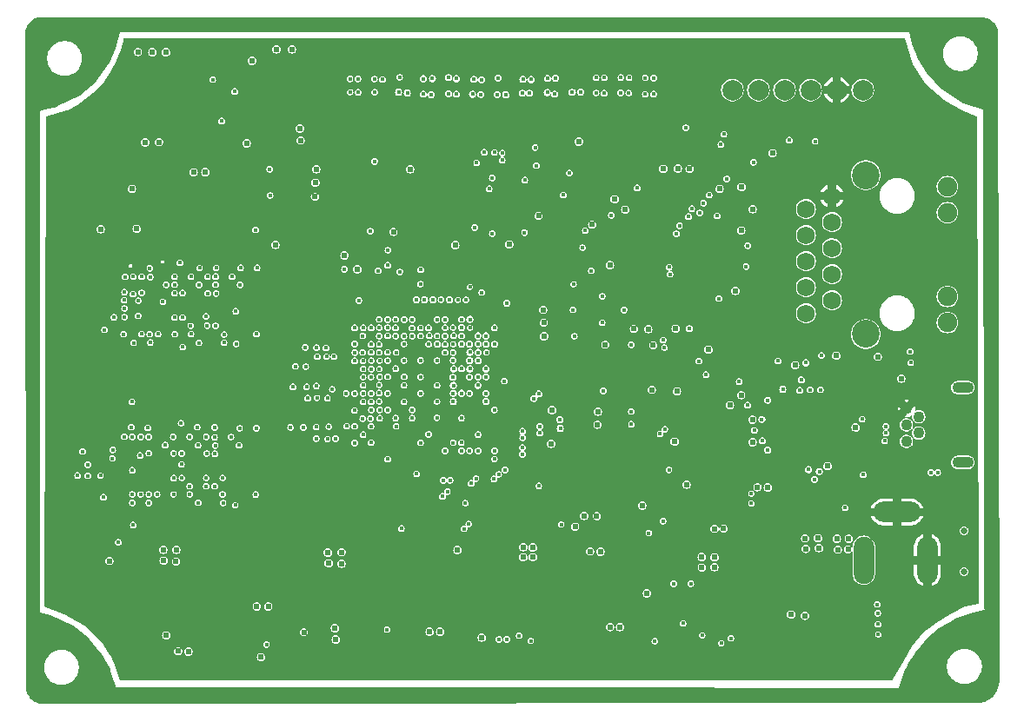
<source format=gbr>
%TF.GenerationSoftware,KiCad,Pcbnew,8.0.6*%
%TF.CreationDate,2025-01-12T20:29:37+06:00*%
%TF.ProjectId,zynq_soc_board_v1,7a796e71-5f73-46f6-935f-626f6172645f,rev?*%
%TF.SameCoordinates,Original*%
%TF.FileFunction,Copper,L2,Inr*%
%TF.FilePolarity,Positive*%
%FSLAX46Y46*%
G04 Gerber Fmt 4.6, Leading zero omitted, Abs format (unit mm)*
G04 Created by KiCad (PCBNEW 8.0.6) date 2025-01-12 20:29:37*
%MOMM*%
%LPD*%
G01*
G04 APERTURE LIST*
%TA.AperFunction,ComponentPad*%
%ADD10C,2.000000*%
%TD*%
%TA.AperFunction,ComponentPad*%
%ADD11C,1.750000*%
%TD*%
%TA.AperFunction,ComponentPad*%
%ADD12C,1.900000*%
%TD*%
%TA.AperFunction,ComponentPad*%
%ADD13C,2.700000*%
%TD*%
%TA.AperFunction,ComponentPad*%
%ADD14C,1.100000*%
%TD*%
%TA.AperFunction,ComponentPad*%
%ADD15O,2.100000X1.100000*%
%TD*%
%TA.AperFunction,ComponentPad*%
%ADD16O,2.000000X4.600000*%
%TD*%
%TA.AperFunction,ComponentPad*%
%ADD17O,4.600000X2.000000*%
%TD*%
%TA.AperFunction,ComponentPad*%
%ADD18C,0.650000*%
%TD*%
%TA.AperFunction,ViaPad*%
%ADD19C,0.450000*%
%TD*%
%TA.AperFunction,ViaPad*%
%ADD20C,0.620000*%
%TD*%
%TA.AperFunction,ViaPad*%
%ADD21C,1.000000*%
%TD*%
%TA.AperFunction,Conductor*%
%ADD22C,0.120000*%
%TD*%
G04 APERTURE END LIST*
D10*
%TO.N,/zynq_jtag/JTAG_TMS*%
%TO.C,J300*%
X181600000Y-64740000D03*
%TO.N,/zynq_jtag/JTAG_TDI*%
X184140000Y-64740000D03*
%TO.N,/zynq_jtag/JTAG_TD0*%
X186680000Y-64740000D03*
%TO.N,/zynq_jtag/JTAG_TCK*%
X189220000Y-64740000D03*
%TO.N,GND*%
X191760000Y-64740000D03*
%TO.N,+3V3*%
X194300000Y-64740000D03*
%TD*%
D11*
%TO.N,unconnected-(J800-VCC-Pad1)*%
%TO.C,J800*%
X188760000Y-86500000D03*
%TO.N,MDI0_P*%
X191300000Y-85230000D03*
%TO.N,MDI0_N*%
X188760000Y-83960000D03*
%TO.N,MDI1_P*%
X191300000Y-82690000D03*
%TO.N,MDI2_P*%
X188760000Y-81420000D03*
%TO.N,MDI2_N*%
X191300000Y-80150000D03*
%TO.N,MDI1_N*%
X188760000Y-78880000D03*
%TO.N,MDI3_P*%
X191300000Y-77610000D03*
%TO.N,MDI3_N*%
X188760000Y-76340000D03*
%TO.N,GND*%
X191300000Y-75070000D03*
D12*
%TO.N,+3V3*%
X202550000Y-87405000D03*
%TO.N,/ethernet_gigabit/ETH_LED_GR_K*%
X202550000Y-84865000D03*
%TO.N,/ethernet_gigabit/ETH_LED_YL_A*%
X202550000Y-76695000D03*
%TO.N,+3V3*%
X202550000Y-74155000D03*
D13*
%TO.N,CGND*%
X194600000Y-73035000D03*
X194600000Y-88525000D03*
%TD*%
D14*
%TO.N,+5V_USB_AB*%
%TO.C,J900*%
X198550000Y-98980000D03*
%TO.N,/USB-2-HS/USB_HS_D_N*%
X199750000Y-98180000D03*
%TO.N,/USB-2-HS/USB_HS_D_P*%
X198550000Y-97380000D03*
%TO.N,/USB-2-HS/USB_HS_ID*%
X199750000Y-96580000D03*
%TO.N,GND*%
X198550000Y-95780000D03*
D15*
%TO.N,CGND*%
X204050000Y-101030000D03*
X204050000Y-93730000D03*
%TD*%
D16*
%TO.N,+VDC*%
%TO.C,J100*%
X194390000Y-110567500D03*
%TO.N,GND*%
X200590000Y-110567500D03*
D17*
X197640000Y-105867500D03*
%TD*%
D18*
%TO.N,*%
%TO.C,J301*%
X204170000Y-107690000D03*
X204170000Y-111690000D03*
%TD*%
D19*
%TO.N,PG_1V0*%
X160840000Y-117910000D03*
X147980000Y-117320000D03*
D20*
%TO.N,GND*%
X183730000Y-88180000D03*
X116360000Y-108850000D03*
D19*
X135200000Y-89270000D03*
X144450000Y-81520000D03*
D20*
X168970000Y-98380000D03*
X197320000Y-95310000D03*
D19*
X150830000Y-84460000D03*
D20*
X191080000Y-98290000D03*
X160460000Y-117070000D03*
D19*
X159390000Y-97110000D03*
X148010325Y-97519675D03*
X174680000Y-94050000D03*
D20*
X142310000Y-72710000D03*
D19*
X199640000Y-99310000D03*
D20*
X150940000Y-117410000D03*
D19*
X195950000Y-97870000D03*
D20*
X174370000Y-99180000D03*
X117600000Y-76650000D03*
D19*
X122360000Y-104950000D03*
X131200000Y-104970000D03*
X153629675Y-95919675D03*
D20*
X194990000Y-100530000D03*
D19*
X189570000Y-91260000D03*
X150420000Y-93520000D03*
X155200000Y-92730000D03*
X169970000Y-110920000D03*
D20*
X138510000Y-63730000D03*
X137440000Y-63740000D03*
D19*
X124080000Y-89350000D03*
X123950000Y-104990000D03*
X157210000Y-85151387D03*
X122590000Y-108060000D03*
X146410000Y-87110000D03*
X130980000Y-64800000D03*
D20*
X164000000Y-94990000D03*
D19*
X184540000Y-112190000D03*
X122190000Y-81870000D03*
X182740000Y-115720000D03*
D20*
X187850000Y-103330000D03*
D19*
X174740000Y-65090000D03*
X148390000Y-111380000D03*
D20*
X185760000Y-69660000D03*
D19*
X174320000Y-97530000D03*
X132320000Y-111740000D03*
D20*
X145040000Y-117480000D03*
D19*
X183120000Y-93160000D03*
X125690203Y-89346850D03*
X130471288Y-88518941D03*
X138240000Y-71620000D03*
X178440000Y-112710000D03*
D20*
X193010000Y-91470000D03*
D19*
X132120000Y-82080000D03*
X192380000Y-119990000D03*
X145629676Y-95919675D03*
D20*
X162290000Y-71280000D03*
D19*
X150420000Y-92700000D03*
X155682446Y-72330000D03*
X184560000Y-112940000D03*
X167080000Y-83640000D03*
X155500000Y-103940000D03*
X177270000Y-69240000D03*
X188290000Y-88780000D03*
D20*
X140990000Y-76110000D03*
X181360000Y-116860000D03*
X178020000Y-105320000D03*
D19*
X152810000Y-97500000D03*
X123590000Y-113240000D03*
D20*
X115430000Y-83300000D03*
D19*
X150230000Y-111410000D03*
X185940000Y-111040000D03*
X166510000Y-111250000D03*
D20*
X182900000Y-102200000D03*
D19*
X127960000Y-98530000D03*
X159200000Y-72180000D03*
D20*
X126010000Y-77780000D03*
X181350000Y-94490000D03*
D19*
X182690000Y-115000000D03*
X156800403Y-94310000D03*
X153120000Y-64250000D03*
D20*
X184880000Y-91130000D03*
D19*
X141550000Y-90250000D03*
X157270000Y-77320000D03*
X150429675Y-91119675D03*
X134420000Y-97680000D03*
X155520000Y-64350000D03*
D20*
X195430000Y-82450000D03*
D19*
X169630000Y-85160000D03*
X122270000Y-97670000D03*
D20*
X122090000Y-79380000D03*
D19*
X198300000Y-111810000D03*
X155210000Y-84600000D03*
D20*
X176240000Y-101140000D03*
X193290000Y-94590000D03*
D19*
X149390000Y-111420000D03*
X131280000Y-89370000D03*
X170030000Y-111860000D03*
X157600000Y-97510000D03*
X155690000Y-78660000D03*
X132766140Y-97680000D03*
D20*
X187090000Y-117380000D03*
X182120000Y-107360000D03*
D19*
X153230000Y-118550000D03*
X152819798Y-92690191D03*
X159330000Y-78710000D03*
X148835814Y-91106368D03*
X148370000Y-109990000D03*
X155205000Y-91095745D03*
D20*
X155660000Y-117060000D03*
D19*
X132872905Y-88540550D03*
D20*
X203560000Y-112640000D03*
X183900000Y-95010000D03*
D19*
X148000402Y-89509999D03*
D20*
X169340000Y-107070000D03*
D19*
X136240000Y-111770000D03*
X169270000Y-82430000D03*
X148380000Y-110690000D03*
X160470000Y-85530000D03*
D20*
X167290000Y-107280000D03*
X191030000Y-96740000D03*
D19*
X149220000Y-85030000D03*
X136220000Y-109600000D03*
X144800000Y-92670000D03*
X152020000Y-95910000D03*
D20*
X195550000Y-78210000D03*
D19*
X151220000Y-95110000D03*
D20*
X194630000Y-84150000D03*
X175470000Y-62140000D03*
X146390000Y-82010000D03*
X134320000Y-118350000D03*
D19*
X157994987Y-64341029D03*
X132170000Y-64870000D03*
D20*
X136060000Y-79790000D03*
D19*
X125550000Y-104990000D03*
D20*
X115460000Y-88160000D03*
X171900000Y-83590000D03*
X189610000Y-101140000D03*
D19*
X132320000Y-110960000D03*
X151150000Y-82980000D03*
X171700000Y-94970000D03*
X130315000Y-97735000D03*
D20*
X172030000Y-99680000D03*
X115420000Y-81000000D03*
D19*
X157480000Y-73330000D03*
X152794200Y-99958715D03*
D20*
X181850000Y-102220000D03*
D19*
X192560000Y-103400000D03*
X130520000Y-82070000D03*
D20*
X203030000Y-102500000D03*
D19*
X132330000Y-113220000D03*
X158420000Y-99100000D03*
X149620000Y-96700000D03*
X133540000Y-100170000D03*
D20*
X177080000Y-65560000D03*
D19*
X132766140Y-104143860D03*
D20*
X178110000Y-81970000D03*
X115410000Y-85720000D03*
X170760000Y-83580000D03*
D19*
X178170000Y-92490000D03*
D20*
X180340000Y-81950000D03*
X190790000Y-69750000D03*
D19*
X166480000Y-110480000D03*
X151220000Y-93510000D03*
D20*
X180340000Y-79820000D03*
X145830000Y-77730000D03*
X179260000Y-81970000D03*
X194470000Y-76570000D03*
X126500000Y-118800000D03*
D19*
X136230000Y-110300000D03*
D20*
X182200000Y-87140000D03*
D19*
X130360000Y-104140000D03*
X153610000Y-91120000D03*
D20*
X162990000Y-117370000D03*
X144800000Y-75920000D03*
D19*
X151620000Y-84450000D03*
D20*
X174380000Y-101680000D03*
D19*
X132300000Y-109570000D03*
X170860000Y-89570000D03*
D20*
X168980000Y-95320000D03*
X200020000Y-102550000D03*
D19*
X158420000Y-88700000D03*
D20*
X144680000Y-74390000D03*
D19*
X180110000Y-69440000D03*
X135210000Y-104990000D03*
X130360000Y-104950000D03*
X156030000Y-88710000D03*
X148819914Y-92710000D03*
D20*
X187160000Y-118410000D03*
D19*
X161780000Y-106360000D03*
X161830000Y-99110000D03*
X151060000Y-111410000D03*
D20*
X182610000Y-77340000D03*
D19*
X151230000Y-91900000D03*
X146839894Y-102019216D03*
D20*
X134350000Y-117320000D03*
X141150000Y-81380000D03*
D19*
X124085000Y-82145000D03*
X192340000Y-119130000D03*
D20*
X178110000Y-79840000D03*
X173440000Y-72420000D03*
D19*
X148850000Y-74600000D03*
X123470000Y-108090000D03*
D20*
X172930000Y-89620000D03*
D19*
X158190000Y-71830000D03*
X158060000Y-117580000D03*
D20*
X176310000Y-96080000D03*
D19*
X148050000Y-96680000D03*
D20*
X115440000Y-90520000D03*
X183030000Y-69870000D03*
D19*
X154030000Y-84450000D03*
D20*
X119840000Y-79430000D03*
D19*
X154830000Y-101700000D03*
X161480000Y-69050000D03*
X143500000Y-64180000D03*
X142590000Y-119120000D03*
D20*
X134800000Y-67130000D03*
D19*
X165120000Y-64200000D03*
X133160000Y-111270000D03*
D20*
X187880000Y-104220000D03*
D19*
X160320000Y-64360000D03*
D20*
X117565000Y-72505000D03*
X195130000Y-94380000D03*
X127420000Y-70820000D03*
D19*
X132310000Y-110270000D03*
X155990000Y-98340000D03*
X148820000Y-95110000D03*
X155240000Y-95110000D03*
X148390000Y-112930000D03*
X131160000Y-104150000D03*
X139550000Y-91230000D03*
D20*
X180000000Y-88160000D03*
D19*
X197300000Y-111820000D03*
X126346486Y-98523172D03*
D20*
X142380000Y-74310000D03*
X174720000Y-88020000D03*
D19*
X146340000Y-116740000D03*
X144820000Y-99910000D03*
X140640000Y-90270000D03*
X166530000Y-72830000D03*
D20*
X166180000Y-106260000D03*
D19*
X185100000Y-111010000D03*
X156010324Y-96719676D03*
D20*
X198060000Y-91890000D03*
D19*
X150740000Y-64160000D03*
D20*
X196080000Y-100410000D03*
D19*
X176630000Y-77290000D03*
D20*
X176150000Y-99910000D03*
D19*
X186390000Y-99560000D03*
D20*
X144700000Y-72700000D03*
D19*
X133980000Y-105250000D03*
D20*
X178100000Y-80870000D03*
D19*
X136240000Y-110990000D03*
D20*
X128540000Y-117310000D03*
X180330000Y-80850000D03*
D19*
X185350000Y-112160000D03*
X128066140Y-88526140D03*
D20*
X147662500Y-108510000D03*
D19*
X184320000Y-97570000D03*
X150420000Y-94310000D03*
X185370000Y-112910000D03*
X153230000Y-84490000D03*
D20*
X168530000Y-117340000D03*
X127700000Y-77790000D03*
X129980000Y-78110000D03*
X135180000Y-79170000D03*
X120090000Y-112060000D03*
D19*
X157620000Y-91120000D03*
X132320000Y-112510000D03*
X182010000Y-85260000D03*
D20*
X195820000Y-80140000D03*
D19*
X134500000Y-82070000D03*
D20*
X138270000Y-77200000D03*
X167930000Y-79110000D03*
X172820000Y-97670000D03*
D19*
X170020000Y-112890000D03*
X150420000Y-99110000D03*
D20*
X201870000Y-82120000D03*
D19*
X169370000Y-74860000D03*
D20*
X175710000Y-120400000D03*
D19*
X152020000Y-95110000D03*
X131266140Y-88526140D03*
D20*
X179330000Y-91170000D03*
D19*
X148340000Y-64190000D03*
X186180000Y-112160000D03*
X162750000Y-86770000D03*
D20*
X185440000Y-106010000D03*
D19*
X131966140Y-98556140D03*
D20*
X174510000Y-107550000D03*
D19*
X145610402Y-97490277D03*
X152030000Y-92710000D03*
X132060000Y-82910000D03*
X157600403Y-99910000D03*
X145900000Y-64130000D03*
X169920000Y-64390000D03*
X145639597Y-89510001D03*
X148010000Y-81090000D03*
X125450000Y-113250000D03*
X184010000Y-99910000D03*
X193310000Y-103390000D03*
D20*
X150180000Y-71530000D03*
X188370000Y-69740000D03*
D19*
X158690000Y-74350000D03*
X150420000Y-89510000D03*
X186200000Y-112910000D03*
D20*
X115480000Y-77870000D03*
X197220000Y-100370000D03*
X132530000Y-72750000D03*
D19*
X131970000Y-97700000D03*
X134000000Y-111260000D03*
X166850000Y-86140000D03*
D20*
X135110000Y-77370000D03*
D19*
X157616643Y-87893903D03*
X134070000Y-89520000D03*
D20*
X131450000Y-72780000D03*
D19*
X130456173Y-89350000D03*
X153190000Y-113390000D03*
X148390000Y-112160000D03*
X154434777Y-87105360D03*
X172310000Y-64400000D03*
X127961059Y-104161288D03*
D20*
X188840000Y-98290000D03*
D19*
X170600000Y-87100000D03*
X128190000Y-66810000D03*
X126460000Y-82920000D03*
D20*
X116320000Y-112980000D03*
X174900000Y-113660000D03*
D19*
X134830000Y-111260000D03*
X191900000Y-103400000D03*
X128070000Y-82920000D03*
X168840000Y-76760000D03*
X167470000Y-64220000D03*
X148820000Y-93510000D03*
X162720000Y-64290000D03*
X123870000Y-97670000D03*
D20*
X179260000Y-79840000D03*
D19*
X158215000Y-72705000D03*
X128180000Y-65860000D03*
X152020000Y-87110000D03*
D20*
X131800000Y-69070000D03*
X142290000Y-75860000D03*
D19*
X157370000Y-71930000D03*
X122450000Y-89380000D03*
D20*
X165070000Y-73870000D03*
D19*
X143016597Y-86755530D03*
X158590000Y-68630000D03*
X146420000Y-93500000D03*
D20*
X188790000Y-96740000D03*
D19*
X132930000Y-82050000D03*
X166470000Y-109480000D03*
X142850000Y-94710000D03*
D20*
X168290000Y-89560000D03*
D19*
X149620000Y-87910000D03*
D20*
X182200000Y-95910000D03*
X185500000Y-107620000D03*
D19*
X152020000Y-90310000D03*
X152430000Y-84460000D03*
D20*
X148550000Y-77330000D03*
D19*
X147215494Y-98295086D03*
D20*
X186110000Y-80010000D03*
D19*
X170225000Y-118495000D03*
X166970000Y-112050000D03*
D20*
X164010000Y-100160000D03*
D19*
X133660000Y-84520000D03*
X152815000Y-94305000D03*
X162970000Y-89500000D03*
D20*
%TO.N,+1V8*%
X120910000Y-110630000D03*
X142890000Y-117180000D03*
D19*
X153220000Y-85180000D03*
X151220000Y-92710000D03*
X188150000Y-94010000D03*
D20*
X162160000Y-109320000D03*
D19*
X152070000Y-88680000D03*
D20*
X198050000Y-92860000D03*
X145070000Y-82210000D03*
D19*
X149620000Y-95110000D03*
X190160000Y-93960000D03*
X195720000Y-114870000D03*
X195780000Y-116800000D03*
D20*
X190860000Y-101390000D03*
D19*
X189170000Y-93950000D03*
D20*
X195750000Y-90730000D03*
D19*
X149610000Y-91110000D03*
X150420000Y-95910000D03*
D20*
X161230000Y-110270000D03*
D19*
X151220000Y-94310000D03*
X150420000Y-96710000D03*
X195820000Y-117790000D03*
X149620000Y-93520000D03*
D20*
X168750000Y-109730000D03*
X167740000Y-109700000D03*
D19*
X155234777Y-88707247D03*
X161960000Y-118420000D03*
X195750000Y-115720000D03*
D20*
X191720000Y-90640000D03*
D19*
X152020000Y-89510000D03*
X155230000Y-87090000D03*
D20*
X162170000Y-110270000D03*
X161230000Y-109290000D03*
D19*
X149630000Y-92680000D03*
X149200000Y-82470000D03*
D20*
X187710000Y-91550000D03*
D19*
%TO.N,+1V35*%
X129570000Y-104960000D03*
X123060000Y-97590000D03*
X132860000Y-82930000D03*
X133660000Y-83730000D03*
X145220000Y-85240000D03*
X146420000Y-89529597D03*
X130980000Y-63730000D03*
X130353860Y-103356140D03*
X131310000Y-82070000D03*
D20*
X127410000Y-110690000D03*
D19*
X127147623Y-98550000D03*
X133560000Y-99360000D03*
X127160000Y-104140000D03*
X132766140Y-98556140D03*
X145620000Y-93510000D03*
X129630000Y-89380000D03*
X146410000Y-99110000D03*
X142800000Y-90720000D03*
X133170000Y-105190000D03*
X123160000Y-104980000D03*
X131180000Y-97620000D03*
X128750000Y-98540000D03*
X135180000Y-104170000D03*
X131950000Y-104150000D03*
X145620000Y-91920000D03*
X130456173Y-87703635D03*
D20*
X128620000Y-119470000D03*
D19*
X133700000Y-82070000D03*
X132090000Y-89370000D03*
X128860000Y-82920000D03*
D20*
X127440000Y-109550000D03*
D19*
X144793568Y-95953955D03*
X124670000Y-97660000D03*
X135310000Y-82080000D03*
X142955000Y-98710000D03*
X135230000Y-97690000D03*
X127300000Y-88540000D03*
X127260000Y-82930000D03*
X124900203Y-89346091D03*
D20*
X126160000Y-109550000D03*
D19*
X133260000Y-89490000D03*
X124870000Y-82120000D03*
X131990000Y-104990000D03*
X144819999Y-87910001D03*
X132082905Y-88580000D03*
D20*
X127610000Y-119430000D03*
D19*
X123270000Y-89380000D03*
X124760000Y-104980000D03*
X146400402Y-97510001D03*
X133600000Y-97710000D03*
D20*
X126210000Y-110600000D03*
D19*
X135251000Y-88520000D03*
%TO.N,+0V675_REF*%
X125660000Y-88520000D03*
X129470000Y-97600000D03*
X129700000Y-82080000D03*
X148039597Y-91110000D03*
X125570000Y-104140000D03*
X148020000Y-95920000D03*
X133130000Y-64880000D03*
D20*
%TO.N,VCC*%
X188690000Y-108430000D03*
X173280000Y-113790000D03*
D19*
X174040000Y-118460000D03*
D20*
X188740000Y-109450000D03*
X189950000Y-108410000D03*
X190030000Y-109380000D03*
D19*
%TO.N,PWR_EN*%
X175870000Y-112850000D03*
X177550000Y-112860000D03*
D20*
%TO.N,+5V*%
X184050000Y-103440000D03*
X187320000Y-115860000D03*
X153140000Y-117530000D03*
D19*
X183460000Y-105030000D03*
D20*
X136390000Y-115080000D03*
X125760000Y-69820000D03*
X188680000Y-115970000D03*
X152110000Y-117540000D03*
X169680000Y-117070000D03*
X185060000Y-103480000D03*
X142970000Y-118300000D03*
D19*
X183460000Y-104070000D03*
D20*
X170660000Y-117080000D03*
X135280000Y-115060000D03*
X124410000Y-69850000D03*
D19*
%TO.N,+1V0*%
X148820000Y-96710000D03*
D20*
X139860000Y-117570000D03*
X142280000Y-110870000D03*
D19*
X148010325Y-90300325D03*
X148820000Y-91890403D03*
X152812606Y-96682474D03*
X152820000Y-91110000D03*
X152822888Y-95093418D03*
X151220000Y-91100000D03*
X152829675Y-93500325D03*
D20*
X143520000Y-110900000D03*
D19*
X148005783Y-94314217D03*
D20*
X143530000Y-109780000D03*
X142200000Y-109810000D03*
%TO.N,PG_1V8*%
X126470000Y-117890000D03*
D19*
X136220000Y-118780000D03*
D20*
%TO.N,PG_1V35*%
X134810000Y-61890000D03*
D19*
X178650000Y-117870000D03*
D20*
X135690000Y-120010000D03*
D19*
%TO.N,PG_3V3*%
X176800000Y-116720000D03*
%TO.N,+3V3*%
X173120000Y-65160000D03*
X171500000Y-65040000D03*
D20*
X139490000Y-68500000D03*
D19*
X180480000Y-70040000D03*
X158420000Y-87920000D03*
X156700000Y-71840000D03*
X162745000Y-103315000D03*
X170730000Y-65010000D03*
D20*
X163940000Y-99220000D03*
D19*
X169110000Y-65050000D03*
X170740000Y-63520000D03*
D20*
X193610000Y-97620000D03*
X150210000Y-72470000D03*
D19*
X173930000Y-65140000D03*
X156829675Y-98319675D03*
X164920000Y-107080000D03*
X169020000Y-94060000D03*
X175530000Y-82690000D03*
X148839809Y-97510202D03*
D20*
X183570000Y-76350000D03*
D19*
X173130000Y-63560000D03*
X148019999Y-92690403D03*
X155210000Y-96710000D03*
X156010403Y-94310000D03*
X173930000Y-63580000D03*
X148020000Y-100720000D03*
X171530000Y-63530000D03*
X158220000Y-73320000D03*
X150840000Y-102150000D03*
X156839598Y-99909999D03*
D20*
X172820000Y-105240000D03*
X166650000Y-69770000D03*
D19*
X148800000Y-87920000D03*
X158424217Y-95925211D03*
D20*
X168390000Y-106260000D03*
D19*
X169140000Y-63540000D03*
X159460000Y-101760000D03*
D20*
X162720000Y-77010000D03*
X125110000Y-61060000D03*
X179860000Y-107500000D03*
D19*
X168320000Y-63540000D03*
X147215360Y-87095223D03*
X154410000Y-91090690D03*
X147215360Y-95095223D03*
D20*
X178620000Y-110250000D03*
X148580000Y-78560000D03*
X143810000Y-80870000D03*
X185520000Y-70900000D03*
X179870000Y-110280000D03*
X123120000Y-74380000D03*
X173890000Y-89620000D03*
D19*
X153620000Y-99900000D03*
D20*
X179840000Y-111240000D03*
X139530000Y-69650000D03*
X169230000Y-89550000D03*
X178630000Y-111280000D03*
X134280000Y-69940000D03*
X180750000Y-107490000D03*
X154600000Y-79860000D03*
X123690000Y-61030000D03*
D19*
X181450000Y-118170000D03*
D20*
X157200000Y-118100000D03*
X126430000Y-61060000D03*
X183550000Y-96860000D03*
D19*
X159170000Y-70880000D03*
D20*
X138700000Y-60780000D03*
X176080000Y-88000000D03*
X183570000Y-99060000D03*
D19*
X151220000Y-99120000D03*
X156000402Y-92710001D03*
D20*
X159870000Y-79790000D03*
D19*
X159390000Y-93110000D03*
D20*
X182500000Y-74210000D03*
X154820000Y-109570000D03*
X137190000Y-60780000D03*
D19*
X157639598Y-90310001D03*
D20*
X173400000Y-88040000D03*
D19*
X157910000Y-74370000D03*
X168330000Y-65030000D03*
D20*
%TO.N,+0V675*%
X130280000Y-72740000D03*
D19*
X131850000Y-67760000D03*
D20*
X120070000Y-78310000D03*
X129120000Y-72760000D03*
X123590000Y-78280000D03*
D21*
%TO.N,CGND*%
X190000000Y-123500000D03*
X120000000Y-58500000D03*
X113500000Y-65000000D03*
X175000000Y-58500000D03*
X170000000Y-58500000D03*
X135000000Y-123500000D03*
X113500000Y-80000000D03*
X150000000Y-58500000D03*
X206790000Y-65020000D03*
X206790000Y-70020000D03*
X165000000Y-58500000D03*
X200000000Y-58500000D03*
X185000000Y-123500000D03*
X206790000Y-105020000D03*
X190000000Y-58500000D03*
X206790000Y-80020000D03*
X130000000Y-58500000D03*
X180000000Y-58500000D03*
X120000000Y-123500000D03*
X125000000Y-58500000D03*
X185000000Y-58500000D03*
X113500000Y-105000000D03*
X206790000Y-95020000D03*
X195000000Y-123500000D03*
X113500000Y-110000000D03*
X113500000Y-99500000D03*
X155000000Y-58500000D03*
X206790000Y-75020000D03*
X145000000Y-123500000D03*
X113500000Y-70000000D03*
X150000000Y-123500000D03*
X194999968Y-58500000D03*
X160000000Y-123500000D03*
X207000000Y-115000000D03*
X207000000Y-110000000D03*
X125000000Y-123500000D03*
X135000000Y-58500000D03*
X145000000Y-58500000D03*
X165000000Y-123500000D03*
X160000000Y-58500000D03*
X113500000Y-95000000D03*
X140000000Y-58500000D03*
X140000000Y-123500000D03*
X206790000Y-85020000D03*
X155000000Y-123500000D03*
X180000000Y-123500000D03*
X130000000Y-123500000D03*
X113500000Y-115000000D03*
X206790000Y-90020000D03*
X113500000Y-75000000D03*
X175000000Y-123500000D03*
X113500000Y-90000000D03*
X113500000Y-85000000D03*
X200000000Y-123500000D03*
X170000000Y-123500000D03*
X206790000Y-100020000D03*
D19*
%TO.N,+1V8_PLL*%
X148840364Y-90310727D03*
%TO.N,/zynq_jtag/VSUB_FILT*%
X186050000Y-91150000D03*
D20*
%TO.N,+1V8_FTDI*%
X167170000Y-106250000D03*
X177130000Y-103200000D03*
X181370000Y-95460000D03*
X164040000Y-95950000D03*
D19*
%TO.N,/zynq_processing_system_ps/MIO_VRFF_OV9*%
X151230000Y-88710000D03*
%TO.N,PS_NRST*%
X165710000Y-72830000D03*
X121790000Y-108810000D03*
X151260000Y-82260000D03*
D20*
%TO.N,PS_NPOR*%
X166280000Y-107310000D03*
D19*
X159640000Y-118270000D03*
X148824366Y-87094942D03*
X180500000Y-118640000D03*
%TO.N,/zynq_processing_system_ps/EMMC_VDDI*%
X161380000Y-73520000D03*
D20*
%TO.N,+1V8_ETH*%
X179260000Y-90040000D03*
X176290000Y-72400000D03*
X167950000Y-77860000D03*
X174880000Y-72430000D03*
D19*
X175430000Y-82000000D03*
D20*
X172010000Y-88020000D03*
X180350000Y-74380000D03*
X171160000Y-76400000D03*
%TO.N,+1V0_ETH*%
X169680000Y-81810000D03*
D19*
X180300000Y-85070000D03*
X182950000Y-81940000D03*
X183100000Y-79920000D03*
X176140000Y-78750000D03*
D20*
%TO.N,+3V3_ETH*%
X182470000Y-78430000D03*
X181900000Y-84310000D03*
%TO.N,+VDC*%
X192860000Y-109510000D03*
X191870000Y-109530000D03*
X191780000Y-108470000D03*
X192940000Y-108470000D03*
D19*
%TO.N,/zynq_jtag/USB_FTDI_D_N*%
X174563703Y-98264779D03*
X201605363Y-102021340D03*
%TO.N,/zynq_jtag/USB_FTDI_D_P*%
X175023323Y-97805159D03*
X200955363Y-102021340D03*
%TO.N,/USB-2-HS/USB_HS_D_N*%
X196566155Y-98165000D03*
%TO.N,/USB-2-HS/USB_HS_D_P*%
X196566155Y-97515000D03*
%TO.N,MIO50*%
X145160000Y-64960000D03*
%TO.N,PL_B35_L6_N*%
X156820001Y-89490403D03*
X152280000Y-65200000D03*
%TO.N,PL_B35_L7_N*%
X163580000Y-63620000D03*
X164820000Y-96870000D03*
%TO.N,PL_B35_L16_P*%
X156029676Y-90300324D03*
X153950000Y-63520000D03*
%TO.N,PL_B35_L20_N*%
X154439597Y-91910000D03*
X149940000Y-65030000D03*
%TO.N,PL_B35_L13_P*%
X157110000Y-65180000D03*
X156020000Y-91110000D03*
%TO.N,PL_B35_IO25*%
X155234777Y-91905360D03*
X159515000Y-65210000D03*
%TO.N,PL_B35_L22_N*%
X154420202Y-94315000D03*
X164300000Y-65140000D03*
%TO.N,PL_B35_L3_N*%
X157610000Y-88700403D03*
X152380000Y-63630000D03*
%TO.N,MIO51*%
X145130000Y-63660000D03*
%TO.N,PL_B35_L24_N*%
X156030000Y-91910000D03*
X158690000Y-65180000D03*
%TO.N,PL_B35_L13_N*%
X156830000Y-91110000D03*
X156290000Y-65160000D03*
%TO.N,PL_B35_L3_P*%
X156820000Y-88700403D03*
X151510000Y-63640000D03*
%TO.N,PL_B35_L6_P*%
X155994831Y-89505634D03*
X151520000Y-65140000D03*
%TO.N,PL_B35_L5_N*%
X158420000Y-89510000D03*
X154720000Y-65140000D03*
%TO.N,PL_B35_L23_N*%
X155220000Y-94290403D03*
X166010000Y-64960000D03*
%TO.N,PL_B35_L22_P*%
X163570000Y-64990000D03*
X154424640Y-93524777D03*
%TO.N,PL_B35_L8_P*%
X157620000Y-95090404D03*
X161815000Y-65042696D03*
%TO.N,PL_B35_L8_N*%
X157620000Y-94310000D03*
X161165000Y-65042696D03*
%TO.N,PL_B35_L14_N*%
X157610000Y-91910000D03*
X156430000Y-63700000D03*
%TO.N,PL_B35_L16_N*%
X156830000Y-90310000D03*
X154730000Y-63630000D03*
%TO.N,PL_B35_L11_N*%
X156810000Y-93520000D03*
X158780000Y-63560000D03*
%TO.N,PL_B35_L14_P*%
X157620000Y-92710000D03*
X157180000Y-63740000D03*
%TO.N,PL_B35_L7_P*%
X164345512Y-63599638D03*
X164840000Y-97710000D03*
%TO.N,MIO49*%
X149180000Y-63500000D03*
X152820000Y-87110000D03*
%TO.N,PL_B35_L9_N*%
X162737239Y-94352892D03*
X161200000Y-63710000D03*
%TO.N,PL_B35_L9_P*%
X162277619Y-94812512D03*
X161980000Y-63720000D03*
%TO.N,PL_B35_L20_P*%
X154400000Y-92730000D03*
X149090000Y-64950000D03*
%TO.N,PL_B35_L5_P*%
X153940000Y-65110000D03*
X157610000Y-89500000D03*
%TO.N,PL_B35_L23_P*%
X166810000Y-64950000D03*
X154420000Y-95100000D03*
%TO.N,PL_B34_L14_P*%
X162850851Y-97514205D03*
%TO.N,PL_B34_L16_P*%
X161143585Y-99585000D03*
%TO.N,PL_B34_L10_N*%
X155921599Y-107035396D03*
%TO.N,PL_B34_L11_N*%
X155190000Y-99080000D03*
%TO.N,PL_B34_L17_N*%
X158834810Y-102195190D03*
%TO.N,PL_B34_L7_P*%
X156165190Y-103074810D03*
%TO.N,PL_B34_L17_P*%
X158375190Y-102654810D03*
%TO.N,PL_B34_L18_N*%
X156020000Y-99900000D03*
%TO.N,PL_B34_L22_N*%
X158429676Y-99900324D03*
%TO.N,PL_B34_L8_N*%
X154095000Y-102774986D03*
%TO.N,PL_B34_L15_P*%
X161180000Y-97985000D03*
%TO.N,PL_B34_L10_P*%
X155461979Y-107495016D03*
%TO.N,PL_B34_L16_N*%
X161143585Y-100235000D03*
%TO.N,PL_B34_L8_P*%
X153445000Y-102774986D03*
%TO.N,PL_B34_L18_P*%
X155220202Y-99890191D03*
%TO.N,DONE*%
X149350000Y-107480000D03*
X158860000Y-118280000D03*
%TO.N,PL_B34_L22_P*%
X158420000Y-100690403D03*
%TO.N,PL_B34_L7_N*%
X156624810Y-102615190D03*
%TO.N,PL_B34_L14_N*%
X162850851Y-98164205D03*
%TO.N,PL_B34_L11_P*%
X154420000Y-99120000D03*
%TO.N,PL_B34_L15_N*%
X161180000Y-98635000D03*
%TO.N,PL_B34_L4_P*%
X153374448Y-104344068D03*
%TO.N,PL_B34_L4_N*%
X153834068Y-103884448D03*
%TO.N,TDI_0*%
X183640000Y-71780000D03*
X147229675Y-91119675D03*
X179040000Y-92480000D03*
%TO.N,TMS_0*%
X147230000Y-92700000D03*
X180770000Y-69050000D03*
X174990000Y-89850000D03*
%TO.N,/zynq_jtag/NPROGRAM*%
X135170000Y-78370000D03*
X147220000Y-93490403D03*
%TO.N,TDO_0*%
X178330000Y-91160000D03*
X187150000Y-69620000D03*
X147220000Y-90310000D03*
%TO.N,TCK_0*%
X149620000Y-89500000D03*
X189650000Y-69740000D03*
X182260000Y-93160000D03*
%TO.N,/zynq_jtag/M0*%
X146750000Y-71710000D03*
%TO.N,QSPI_DQ1_M1*%
X148020000Y-87890403D03*
D20*
X140990000Y-73770000D03*
D19*
%TO.N,/zynq_jtag/M1*%
X136530000Y-72470000D03*
%TO.N,/zynq_jtag/M2*%
X136570000Y-75020000D03*
D20*
%TO.N,QSPI_DQ2_M2*%
X140950000Y-75150000D03*
D19*
X148015000Y-81815000D03*
D20*
%TO.N,/zynq_jtag/FTDI_NRST*%
X176200000Y-94110000D03*
X182450000Y-94470000D03*
D19*
%TO.N,/zynq_jtag/FTDI_EEDATA*%
X173470000Y-107930000D03*
%TO.N,/zynq_jtag/FTDI_EECLK*%
X174850000Y-106760000D03*
%TO.N,/zynq_jtag/FTDI_EECS*%
X175420000Y-101760000D03*
D20*
%TO.N,/zynq_jtag/FTDI_REF*%
X175980000Y-99010000D03*
%TO.N,/zynq_jtag/FTDI_NPOR*%
X173750000Y-93950000D03*
%TO.N,FTDI_TX*%
X168490000Y-96090000D03*
D19*
%TO.N,UART1_RX*%
X147110000Y-82360000D03*
X171760000Y-96070000D03*
%TO.N,UART1_TX_VCFG1*%
X146420000Y-87920000D03*
X171770000Y-97310000D03*
D20*
%TO.N,FTDI_RX*%
X168470000Y-97350000D03*
D19*
%TO.N,/zynq_processing_system_ps/VCFG0*%
X148810324Y-88719676D03*
%TO.N,ETH_PHY_TXCLK*%
X176440000Y-77970000D03*
X168930000Y-84840000D03*
%TO.N,ETH_PHY_TXD0*%
X168910000Y-87420000D03*
X177628664Y-76307154D03*
D20*
%TO.N,/zynq_processing_system_ps/ETH_TXD0*%
X163230000Y-87420000D03*
D19*
X154420000Y-89510000D03*
%TO.N,ETH_PHY_TXD1*%
X178430000Y-76710000D03*
X166120000Y-83670000D03*
%TO.N,/zynq_processing_system_ps/ETH_TXD2*%
X151210000Y-87910000D03*
D20*
X163160000Y-86160000D03*
D19*
%TO.N,ETH_PHY_TXD2*%
X178800000Y-75760000D03*
X166080000Y-86160000D03*
%TO.N,ETH_PHY_TXD3*%
X167860000Y-82360000D03*
X179335001Y-74964976D03*
%TO.N,ETH_PHY_TXCTL*%
X166210000Y-88740000D03*
X177330000Y-77080000D03*
%TO.N,/zynq_processing_system_ps/ETH_TXCTL*%
X153620000Y-90310000D03*
D20*
X163280000Y-88750000D03*
D19*
%TO.N,/zynq_processing_system_ps/PS_LED*%
X147205086Y-88714506D03*
D20*
X137090000Y-79830000D03*
D19*
%TO.N,/zynq_processing_system_ps/ETH_NRST*%
X177080000Y-68420000D03*
X157190000Y-84470000D03*
%TO.N,PS_CLK_33M333*%
X148023894Y-88694456D03*
X146330000Y-78490000D03*
%TO.N,SD_D0*%
X150434777Y-88714640D03*
%TO.N,SD_D1*%
X158220000Y-78740000D03*
X149619798Y-88729809D03*
%TO.N,SD_D2*%
X156510000Y-78130000D03*
X147210000Y-87900000D03*
%TO.N,SD_D3*%
X165140000Y-74970000D03*
X149629676Y-87119676D03*
%TO.N,SD_CMD*%
X158410000Y-70830000D03*
X162380000Y-70340000D03*
X148030000Y-87110000D03*
%TO.N,/zynq_processing_system_ps/EMMC_NRST*%
X159180000Y-71570000D03*
X162500000Y-72110000D03*
%TO.N,SD_CLK*%
X150390000Y-87940000D03*
%TO.N,/zynq_programmable_logic/LED_PL*%
X155600000Y-105000000D03*
X152020000Y-98300000D03*
%TO.N,/zynq_ddr/DDR_VRN*%
X146435726Y-91113717D03*
%TO.N,/zynq_ddr/DDR_VRP*%
X147223717Y-91925726D03*
%TO.N,ETH_RXD0*%
X169810000Y-76950000D03*
X152020000Y-87910000D03*
D20*
%TO.N,ETH_RXD1*%
X170140000Y-75390000D03*
D19*
X155635000Y-85190000D03*
%TO.N,ETH_RXD2*%
X154415360Y-90324777D03*
X172330000Y-74280000D03*
D20*
%TO.N,ETH_RXD3*%
X177440000Y-72440000D03*
D19*
X154850000Y-85190000D03*
%TO.N,ETH_RXCTL*%
X153620000Y-87900000D03*
X167280000Y-78450000D03*
%TO.N,ETH_RXCLK*%
X156030000Y-83920000D03*
X167010000Y-80100000D03*
%TO.N,ETH_NINT*%
X152820000Y-88710000D03*
X171050000Y-86190000D03*
%TO.N,ETH_MDIO*%
X151210000Y-83660000D03*
X180110000Y-77010000D03*
%TO.N,PL_CLK_125MHZ*%
X177410000Y-87990000D03*
X156820000Y-92710000D03*
%TO.N,/ethernet_gigabit/ETH_LED0*%
X198900000Y-90230000D03*
X171760000Y-89570000D03*
%TO.N,/ethernet_gigabit/ETH_LED2*%
X198960000Y-91300000D03*
X174860000Y-89120000D03*
%TO.N,USB_NRST*%
X154400691Y-87899999D03*
X190280000Y-90610000D03*
%TO.N,/USB-2-HS/USB_PHY_VBUS*%
X194235000Y-96825000D03*
%TO.N,USB_CLK*%
X151620000Y-85190000D03*
X186510000Y-93910000D03*
%TO.N,USB_NXT*%
X185055000Y-94965000D03*
X155220000Y-89505634D03*
%TO.N,USB_DATA2*%
X183730000Y-97910000D03*
X152420000Y-85190000D03*
%TO.N,DDR_DQ13*%
X144800000Y-91130000D03*
X128860000Y-88520000D03*
%TO.N,DDR_DQ11*%
X145619542Y-91130079D03*
X128850000Y-87720000D03*
%TO.N,DDR_DQ15*%
X139030000Y-91670000D03*
X131260000Y-87720000D03*
%TO.N,DDR_DM1*%
X133230000Y-86310000D03*
X142020000Y-89875000D03*
%TO.N,USB_DATA3*%
X184510000Y-98930000D03*
X152834914Y-89505494D03*
%TO.N,ETH_MDC*%
X150420000Y-87110000D03*
X181060000Y-73410000D03*
%TO.N,MIO44*%
X147530000Y-63710000D03*
X153620000Y-89520000D03*
%TO.N,USB_DATA1*%
X154440000Y-88690000D03*
X184470000Y-96830000D03*
%TO.N,USB_DATA5*%
X189590000Y-102700000D03*
%TO.N,DDR_DQ14*%
X140010000Y-89820000D03*
X131253860Y-82913860D03*
%TO.N,DDR_DQS1_N*%
X142060000Y-90720000D03*
X130500000Y-84560000D03*
%TO.N,MIO47*%
X146750000Y-64950000D03*
%TO.N,DDR_DQ12*%
X130340000Y-86800000D03*
X140050000Y-91700000D03*
%TO.N,QSPI_NCS*%
X148050000Y-80350000D03*
D20*
X141060000Y-72470000D03*
D19*
%TO.N,USB_STP*%
X188770000Y-91320000D03*
X155210000Y-87900000D03*
%TO.N,MIO46*%
X156029676Y-87900324D03*
%TO.N,MIO48*%
X144360000Y-64950000D03*
%TO.N,USB_DATA7*%
X159650000Y-85530000D03*
X190069019Y-101916528D03*
%TO.N,USB_DATA6*%
X189030000Y-101730000D03*
X153610000Y-88720000D03*
%TO.N,USB_DATA4*%
X185040000Y-99830000D03*
X156034254Y-87095000D03*
%TO.N,DDR_DQ9*%
X144820458Y-89489921D03*
X131260000Y-83707623D03*
%TO.N,MIO45*%
X146740000Y-63670000D03*
%TO.N,DDR_DQS1_P*%
X131310000Y-84580000D03*
X141160000Y-90720000D03*
%TO.N,USB_DIR*%
X153629675Y-87100325D03*
X188300000Y-93000000D03*
%TO.N,USB_DATA0*%
X154025000Y-85190000D03*
X183090000Y-95460000D03*
%TO.N,DDR_DQ8*%
X129670000Y-83720000D03*
X141080000Y-89850000D03*
%TO.N,DDR_DQ10*%
X130466140Y-82926140D03*
X144830000Y-90320000D03*
%TO.N,MIO43*%
X144350000Y-63650000D03*
%TO.N,DDR_CK_N*%
X127172946Y-102562946D03*
X127250000Y-86910000D03*
X144820000Y-94320000D03*
%TO.N,USB_PHY_CPEN*%
X196420000Y-98920000D03*
X192580000Y-105450000D03*
%TO.N,DDR_CK_P*%
X127980000Y-102550000D03*
X144000403Y-94310000D03*
X128055000Y-86915000D03*
%TO.N,DDR_CKE*%
X123250000Y-107140000D03*
X128070000Y-89790000D03*
X142150000Y-94770000D03*
%TO.N,DDR_NCS*%
X126460000Y-83730000D03*
X141130000Y-94750000D03*
X126353860Y-99343860D03*
%TO.N,DDR_NRAS*%
X128060000Y-84520000D03*
X146439599Y-95910002D03*
X127950000Y-100160000D03*
%TO.N,DDR_NCAS*%
X127260000Y-84530000D03*
X147234777Y-96714640D03*
X127160000Y-100150000D03*
%TO.N,DDR_NWE*%
X127940000Y-101220000D03*
X146429675Y-95119675D03*
X127260000Y-83707623D03*
%TO.N,DDR_BA0*%
X147210000Y-94270000D03*
X123110000Y-95130000D03*
%TO.N,DDR_BA1*%
X124760000Y-104140000D03*
X124860000Y-88532377D03*
X146360000Y-96760000D03*
%TO.N,DDR_BA2*%
X146450000Y-91940000D03*
X121230000Y-100640000D03*
X123750000Y-85270000D03*
%TO.N,DDR_A0*%
X140250000Y-94770000D03*
X124770000Y-100130000D03*
%TO.N,DDR_A1*%
X141069834Y-93580166D03*
X123160000Y-101800000D03*
X123730000Y-86760000D03*
%TO.N,DDR_A2*%
X123925166Y-100354834D03*
X145620000Y-94300000D03*
X124075000Y-84505000D03*
%TO.N,DDR_A3*%
X138810000Y-93670000D03*
X124900000Y-82960000D03*
X124753860Y-98543860D03*
%TO.N,DDR_A4*%
X124047623Y-88520000D03*
X145620000Y-95115000D03*
X123960000Y-104150000D03*
%TO.N,DDR_A5*%
X123970000Y-98550000D03*
X142630000Y-93910000D03*
X124070000Y-82940000D03*
%TO.N,DDR_A6*%
X123160000Y-104150000D03*
X146410000Y-94310000D03*
X122310000Y-88530000D03*
%TO.N,DDR_A7*%
X145640000Y-92725000D03*
X123260000Y-82920000D03*
X123160000Y-98537623D03*
%TO.N,DDR_A8*%
X120460000Y-88110000D03*
X140120000Y-93670000D03*
X120350000Y-104430000D03*
%TO.N,DDR_A9*%
X146400191Y-92709798D03*
X123230000Y-84630000D03*
X121240000Y-99820000D03*
%TO.N,DDR_A10*%
X122340000Y-85215000D03*
X118810000Y-101250000D03*
X147220000Y-89520000D03*
%TO.N,DDR_A11*%
X122410000Y-86870000D03*
X120050000Y-102320000D03*
X146420000Y-90300000D03*
%TO.N,DDR_A12*%
X122390000Y-86030000D03*
X145610000Y-88710000D03*
X117830000Y-102310000D03*
%TO.N,DDR_A13*%
X122390000Y-84450000D03*
X145634914Y-87905494D03*
X118300000Y-99960000D03*
%TO.N,DDR_A14*%
X121350000Y-86890000D03*
X145600403Y-90310000D03*
X118830000Y-102330000D03*
%TO.N,DDR_ODT*%
X127800000Y-81580000D03*
X147229676Y-95919676D03*
%TO.N,DDR_NRST*%
X122465000Y-82950000D03*
X143810000Y-82210000D03*
X122385000Y-98530000D03*
%TO.N,DDR_DM2*%
X131960000Y-102550000D03*
X142290000Y-97550000D03*
%TO.N,DDR_DQ17*%
X129553860Y-99343860D03*
X139830000Y-97620000D03*
%TO.N,DDR_DQ22*%
X128760000Y-104150000D03*
X142145716Y-98742104D03*
%TO.N,DDR_DQS2_N*%
X130390000Y-100170000D03*
X144810000Y-97510000D03*
%TO.N,DDR_DQ20*%
X130360000Y-102550000D03*
X145619999Y-98329598D03*
%TO.N,DDR_DQ16*%
X138570000Y-97620000D03*
X131223437Y-99385000D03*
%TO.N,DDR_DQS2_P*%
X131200000Y-100190000D03*
X144020000Y-97500000D03*
%TO.N,DDR_DQ21*%
X144824217Y-99125211D03*
X131166140Y-103356140D03*
%TO.N,DDR_DQ18*%
X130370000Y-98550000D03*
X145592237Y-96772237D03*
%TO.N,DDR_DQ23*%
X128753860Y-103356140D03*
X141070000Y-98710000D03*
%TO.N,DDR_DQ19*%
X141050000Y-97560000D03*
X131160000Y-98572509D03*
%TO.N,+5V_USB_SW*%
X194350000Y-102240000D03*
%TO.N,DDR_A0*%
X126140000Y-85390000D03*
%TO.N,DDR_ODT*%
X127900000Y-97210000D03*
%TO.N,SD_D0*%
X161360000Y-78650000D03*
%TO.N,EMMC_CLK*%
X157420000Y-70810000D03*
%TO.N,USB_DATA5*%
X150820000Y-85180000D03*
%TD*%
D22*
%TO.N,GND*%
X141550000Y-90250000D02*
X141550000Y-89740000D01*
%TD*%
%TA.AperFunction,Conductor*%
%TO.N,CGND*%
G36*
X205837501Y-57673333D02*
G01*
X205851756Y-57674524D01*
X205854434Y-57674444D01*
X205854437Y-57674445D01*
X205889486Y-57673398D01*
X205893137Y-57673344D01*
X205894175Y-57673344D01*
X205898980Y-57673438D01*
X206100997Y-57681361D01*
X206117985Y-57683207D01*
X206313159Y-57718182D01*
X206329752Y-57722356D01*
X206423995Y-57753110D01*
X206518243Y-57783866D01*
X206534093Y-57790279D01*
X206645718Y-57844690D01*
X206712320Y-57877155D01*
X206727148Y-57885696D01*
X206891722Y-57996284D01*
X206905224Y-58006779D01*
X207052997Y-58138966D01*
X207064934Y-58151228D01*
X207193100Y-58302502D01*
X207203235Y-58316291D01*
X207309351Y-58483765D01*
X207317490Y-58498817D01*
X207399543Y-58679315D01*
X207405534Y-58695346D01*
X207454473Y-58860222D01*
X207459599Y-58895230D01*
X207600778Y-122199966D01*
X207599610Y-122214400D01*
X207600836Y-122251884D01*
X207600902Y-122255673D01*
X207600906Y-122257566D01*
X207600846Y-122261682D01*
X207592726Y-122522808D01*
X207591228Y-122538547D01*
X207550436Y-122793474D01*
X207546949Y-122808892D01*
X207474050Y-123056573D01*
X207468628Y-123071423D01*
X207364814Y-123307805D01*
X207357548Y-123321845D01*
X207224499Y-123543103D01*
X207215505Y-123556104D01*
X207055389Y-123758635D01*
X207044814Y-123770386D01*
X206860230Y-123950899D01*
X206848246Y-123961209D01*
X206642201Y-124116767D01*
X206629003Y-124125469D01*
X206404834Y-124253551D01*
X206390636Y-124260503D01*
X206151992Y-124359023D01*
X206137025Y-124364112D01*
X205910692Y-124425279D01*
X205878561Y-124429573D01*
X114584978Y-124591550D01*
X114578518Y-124592847D01*
X114550406Y-124595215D01*
X114387367Y-124590332D01*
X114370804Y-124588719D01*
X114151431Y-124552360D01*
X114135232Y-124548543D01*
X113922697Y-124483134D01*
X113907156Y-124477183D01*
X113705306Y-124383909D01*
X113690702Y-124375931D01*
X113503145Y-124256460D01*
X113489741Y-124246597D01*
X113346363Y-124125469D01*
X113319878Y-124103094D01*
X113307926Y-124091537D01*
X113158792Y-123926562D01*
X113148505Y-123913519D01*
X113022804Y-123730059D01*
X113014345Y-123715738D01*
X112914355Y-123517122D01*
X112907886Y-123501789D01*
X112899150Y-123476458D01*
X112835392Y-123291575D01*
X112831034Y-123275514D01*
X112818631Y-123213621D01*
X112787337Y-123057465D01*
X112785173Y-123040983D01*
X112770765Y-122814275D01*
X112770516Y-122805952D01*
X112770684Y-122760451D01*
X112770444Y-122757993D01*
X112768468Y-120888549D01*
X114549500Y-120888549D01*
X114549500Y-121111450D01*
X114549501Y-121111466D01*
X114578594Y-121332452D01*
X114578595Y-121332457D01*
X114578596Y-121332463D01*
X114609498Y-121447790D01*
X114636290Y-121547780D01*
X114636293Y-121547790D01*
X114721593Y-121753722D01*
X114721595Y-121753726D01*
X114833052Y-121946774D01*
X114833057Y-121946780D01*
X114833058Y-121946782D01*
X114968751Y-122123622D01*
X114968757Y-122123629D01*
X115126370Y-122281242D01*
X115126377Y-122281248D01*
X115172901Y-122316947D01*
X115303226Y-122416948D01*
X115496274Y-122528405D01*
X115702219Y-122613710D01*
X115917537Y-122671404D01*
X116138543Y-122700500D01*
X116138550Y-122700500D01*
X116361450Y-122700500D01*
X116361457Y-122700500D01*
X116582463Y-122671404D01*
X116797781Y-122613710D01*
X117003726Y-122528405D01*
X117196774Y-122416948D01*
X117373624Y-122281247D01*
X117531247Y-122123624D01*
X117666948Y-121946774D01*
X117778405Y-121753726D01*
X117863710Y-121547781D01*
X117921404Y-121332463D01*
X117950500Y-121111457D01*
X117950500Y-120888543D01*
X117921404Y-120667537D01*
X117863710Y-120452219D01*
X117778405Y-120246274D01*
X117666948Y-120053226D01*
X117531247Y-119876376D01*
X117531242Y-119876370D01*
X117373629Y-119718757D01*
X117373622Y-119718751D01*
X117196782Y-119583058D01*
X117196780Y-119583057D01*
X117196774Y-119583052D01*
X117003726Y-119471595D01*
X117003722Y-119471593D01*
X116797790Y-119386293D01*
X116797783Y-119386291D01*
X116797781Y-119386290D01*
X116582463Y-119328596D01*
X116582457Y-119328595D01*
X116582452Y-119328594D01*
X116361466Y-119299501D01*
X116361463Y-119299500D01*
X116361457Y-119299500D01*
X116138543Y-119299500D01*
X116138537Y-119299500D01*
X116138533Y-119299501D01*
X115917547Y-119328594D01*
X115917540Y-119328595D01*
X115917537Y-119328596D01*
X115757069Y-119371593D01*
X115702219Y-119386290D01*
X115702209Y-119386293D01*
X115496277Y-119471593D01*
X115496273Y-119471595D01*
X115303226Y-119583052D01*
X115303217Y-119583058D01*
X115126377Y-119718751D01*
X115126370Y-119718757D01*
X114968757Y-119876370D01*
X114968751Y-119876377D01*
X114833058Y-120053217D01*
X114833052Y-120053226D01*
X114721595Y-120246273D01*
X114721593Y-120246277D01*
X114636293Y-120452209D01*
X114636290Y-120452219D01*
X114595417Y-120604762D01*
X114578597Y-120667534D01*
X114578594Y-120667547D01*
X114549501Y-120888533D01*
X114549500Y-120888549D01*
X112768468Y-120888549D01*
X112711278Y-66784862D01*
X114150000Y-66784862D01*
X114150000Y-115679841D01*
X115185451Y-115896949D01*
X115213414Y-115906402D01*
X117386485Y-116943550D01*
X117411589Y-116959481D01*
X117705605Y-117200000D01*
X118983395Y-118245294D01*
X119000997Y-118262928D01*
X120043662Y-119542224D01*
X120055004Y-119558692D01*
X120993095Y-121188007D01*
X121004091Y-121213220D01*
X121140413Y-121653722D01*
X121499569Y-122814275D01*
X121553159Y-122987440D01*
X121553159Y-122987441D01*
X162450000Y-122950000D01*
X197536342Y-123012010D01*
X197846840Y-123012559D01*
X197846840Y-123012558D01*
X197846841Y-123012559D01*
X198250000Y-121800000D01*
X198446326Y-121161938D01*
X198455984Y-121139030D01*
X198553502Y-120960246D01*
X198647155Y-120788549D01*
X202499500Y-120788549D01*
X202499500Y-121011450D01*
X202499501Y-121011466D01*
X202528594Y-121232452D01*
X202528595Y-121232457D01*
X202528596Y-121232463D01*
X202586290Y-121447780D01*
X202586293Y-121447790D01*
X202671593Y-121653722D01*
X202671595Y-121653726D01*
X202783052Y-121846774D01*
X202783057Y-121846780D01*
X202783058Y-121846782D01*
X202918751Y-122023622D01*
X202918757Y-122023629D01*
X203076370Y-122181242D01*
X203076377Y-122181248D01*
X203200678Y-122276627D01*
X203253226Y-122316948D01*
X203446274Y-122428405D01*
X203652219Y-122513710D01*
X203867537Y-122571404D01*
X204088543Y-122600500D01*
X204088550Y-122600500D01*
X204311450Y-122600500D01*
X204311457Y-122600500D01*
X204532463Y-122571404D01*
X204747781Y-122513710D01*
X204953726Y-122428405D01*
X205146774Y-122316948D01*
X205323624Y-122181247D01*
X205481247Y-122023624D01*
X205616948Y-121846774D01*
X205728405Y-121653726D01*
X205813710Y-121447781D01*
X205871404Y-121232463D01*
X205900500Y-121011457D01*
X205900500Y-120788543D01*
X205871404Y-120567537D01*
X205813710Y-120352219D01*
X205728405Y-120146274D01*
X205616948Y-119953226D01*
X205481247Y-119776376D01*
X205481242Y-119776370D01*
X205323629Y-119618757D01*
X205323622Y-119618751D01*
X205146782Y-119483058D01*
X205146780Y-119483057D01*
X205146774Y-119483052D01*
X204953726Y-119371595D01*
X204953722Y-119371593D01*
X204747790Y-119286293D01*
X204747783Y-119286291D01*
X204747781Y-119286290D01*
X204532463Y-119228596D01*
X204532457Y-119228595D01*
X204532452Y-119228594D01*
X204311466Y-119199501D01*
X204311463Y-119199500D01*
X204311457Y-119199500D01*
X204088543Y-119199500D01*
X204088537Y-119199500D01*
X204088533Y-119199501D01*
X203867547Y-119228594D01*
X203867540Y-119228595D01*
X203867537Y-119228596D01*
X203652219Y-119286290D01*
X203652209Y-119286293D01*
X203446277Y-119371593D01*
X203446273Y-119371595D01*
X203253226Y-119483052D01*
X203253217Y-119483058D01*
X203076377Y-119618751D01*
X203076370Y-119618757D01*
X202918757Y-119776370D01*
X202918751Y-119776377D01*
X202783058Y-119953217D01*
X202783052Y-119953226D01*
X202671595Y-120146273D01*
X202671593Y-120146277D01*
X202586293Y-120352209D01*
X202586290Y-120352219D01*
X202528597Y-120567534D01*
X202528594Y-120567547D01*
X202499501Y-120788533D01*
X202499500Y-120788549D01*
X198647155Y-120788549D01*
X198748551Y-120602656D01*
X198751566Y-120597435D01*
X199295917Y-119706680D01*
X199304894Y-119693882D01*
X199393554Y-119583058D01*
X199898284Y-118952145D01*
X199901792Y-118947953D01*
X200594293Y-118156522D01*
X200606555Y-118144338D01*
X201691921Y-117206976D01*
X201709156Y-117194505D01*
X203189198Y-116306480D01*
X203211882Y-116295824D01*
X205042719Y-115652558D01*
X205057540Y-115648365D01*
X206139435Y-115413915D01*
X206164255Y-115411113D01*
X207133116Y-115400001D01*
X207133103Y-115400001D01*
X206273681Y-115400001D01*
X206206642Y-115380316D01*
X206160887Y-115327512D01*
X206149681Y-115276321D01*
X206132462Y-108603925D01*
X206024274Y-66678817D01*
X206024273Y-66678816D01*
X204115139Y-66054947D01*
X204086602Y-66041387D01*
X202013094Y-64708417D01*
X201989393Y-64688607D01*
X200657843Y-63258424D01*
X200643840Y-63240274D01*
X200553066Y-63096947D01*
X199706117Y-61759659D01*
X199695751Y-61739379D01*
X199435419Y-61088549D01*
X202099500Y-61088549D01*
X202099500Y-61311450D01*
X202099501Y-61311466D01*
X202128594Y-61532452D01*
X202128595Y-61532457D01*
X202128596Y-61532463D01*
X202184039Y-61739379D01*
X202186290Y-61747780D01*
X202186293Y-61747790D01*
X202271593Y-61953722D01*
X202271595Y-61953726D01*
X202383052Y-62146774D01*
X202383057Y-62146780D01*
X202383058Y-62146782D01*
X202518751Y-62323622D01*
X202518757Y-62323629D01*
X202676370Y-62481242D01*
X202676376Y-62481247D01*
X202853226Y-62616948D01*
X203046274Y-62728405D01*
X203252219Y-62813710D01*
X203467537Y-62871404D01*
X203688543Y-62900500D01*
X203688550Y-62900500D01*
X203911450Y-62900500D01*
X203911457Y-62900500D01*
X204132463Y-62871404D01*
X204347781Y-62813710D01*
X204553726Y-62728405D01*
X204746774Y-62616948D01*
X204923624Y-62481247D01*
X205081247Y-62323624D01*
X205216948Y-62146774D01*
X205328405Y-61953726D01*
X205413710Y-61747781D01*
X205471404Y-61532463D01*
X205500500Y-61311457D01*
X205500500Y-61088543D01*
X205471404Y-60867537D01*
X205413710Y-60652219D01*
X205328405Y-60446274D01*
X205216948Y-60253226D01*
X205081247Y-60076376D01*
X205081242Y-60076370D01*
X204923629Y-59918757D01*
X204923622Y-59918751D01*
X204746782Y-59783058D01*
X204746780Y-59783057D01*
X204746774Y-59783052D01*
X204553726Y-59671595D01*
X204553722Y-59671593D01*
X204347790Y-59586293D01*
X204347783Y-59586291D01*
X204347781Y-59586290D01*
X204132463Y-59528596D01*
X204132457Y-59528595D01*
X204132452Y-59528594D01*
X203911466Y-59499501D01*
X203911463Y-59499500D01*
X203911457Y-59499500D01*
X203688543Y-59499500D01*
X203688537Y-59499500D01*
X203688533Y-59499501D01*
X203467547Y-59528594D01*
X203467540Y-59528595D01*
X203467537Y-59528596D01*
X203252219Y-59586290D01*
X203252209Y-59586293D01*
X203046277Y-59671593D01*
X203046273Y-59671595D01*
X202853226Y-59783052D01*
X202853217Y-59783058D01*
X202676377Y-59918751D01*
X202676370Y-59918757D01*
X202518757Y-60076370D01*
X202518751Y-60076377D01*
X202383058Y-60253217D01*
X202383052Y-60253226D01*
X202271595Y-60446273D01*
X202271593Y-60446277D01*
X202186293Y-60652209D01*
X202186290Y-60652219D01*
X202128597Y-60867534D01*
X202128594Y-60867547D01*
X202099501Y-61088533D01*
X202099500Y-61088549D01*
X199435419Y-61088549D01*
X199103842Y-60259605D01*
X199097803Y-60239894D01*
X198850000Y-59100000D01*
X121971615Y-59095224D01*
X121552546Y-60690305D01*
X121545929Y-60709157D01*
X120954908Y-62038956D01*
X120943051Y-62059888D01*
X119658658Y-63887677D01*
X119638643Y-63909890D01*
X118112312Y-65239276D01*
X118085333Y-65257170D01*
X115861417Y-66344418D01*
X115837685Y-66353150D01*
X114564564Y-66678816D01*
X114150000Y-66784862D01*
X112711278Y-66784862D01*
X112705764Y-61568549D01*
X114859500Y-61568549D01*
X114859500Y-61791450D01*
X114859501Y-61791466D01*
X114888594Y-62012452D01*
X114888595Y-62012457D01*
X114888596Y-62012463D01*
X114942920Y-62215204D01*
X114946290Y-62227780D01*
X114946293Y-62227790D01*
X114985989Y-62323624D01*
X115031595Y-62433726D01*
X115143052Y-62626774D01*
X115143057Y-62626780D01*
X115143058Y-62626782D01*
X115278751Y-62803622D01*
X115278757Y-62803629D01*
X115436370Y-62961242D01*
X115436376Y-62961247D01*
X115613226Y-63096948D01*
X115806274Y-63208405D01*
X116012219Y-63293710D01*
X116227537Y-63351404D01*
X116448543Y-63380500D01*
X116448550Y-63380500D01*
X116671450Y-63380500D01*
X116671457Y-63380500D01*
X116892463Y-63351404D01*
X117107781Y-63293710D01*
X117313726Y-63208405D01*
X117506774Y-63096948D01*
X117683624Y-62961247D01*
X117841247Y-62803624D01*
X117976948Y-62626774D01*
X118088405Y-62433726D01*
X118173710Y-62227781D01*
X118231404Y-62012463D01*
X118260500Y-61791457D01*
X118260500Y-61568543D01*
X118231404Y-61347537D01*
X118173710Y-61132219D01*
X118088405Y-60926274D01*
X117976948Y-60733226D01*
X117937867Y-60682294D01*
X117841248Y-60556377D01*
X117841242Y-60556370D01*
X117683629Y-60398757D01*
X117683622Y-60398751D01*
X117506782Y-60263058D01*
X117506780Y-60263057D01*
X117506774Y-60263052D01*
X117313726Y-60151595D01*
X117313722Y-60151593D01*
X117107790Y-60066293D01*
X117107783Y-60066291D01*
X117107781Y-60066290D01*
X116892463Y-60008596D01*
X116892457Y-60008595D01*
X116892452Y-60008594D01*
X116671466Y-59979501D01*
X116671463Y-59979500D01*
X116671457Y-59979500D01*
X116448543Y-59979500D01*
X116448537Y-59979500D01*
X116448533Y-59979501D01*
X116227547Y-60008594D01*
X116227540Y-60008595D01*
X116227537Y-60008596D01*
X116012219Y-60066290D01*
X116012209Y-60066293D01*
X115806277Y-60151593D01*
X115806273Y-60151595D01*
X115613226Y-60263052D01*
X115613217Y-60263058D01*
X115436377Y-60398751D01*
X115436370Y-60398757D01*
X115278757Y-60556370D01*
X115278751Y-60556377D01*
X115143058Y-60733217D01*
X115143052Y-60733226D01*
X115031595Y-60926273D01*
X115031593Y-60926277D01*
X114946293Y-61132209D01*
X114946290Y-61132219D01*
X114898266Y-61311450D01*
X114888597Y-61347534D01*
X114888594Y-61347547D01*
X114859501Y-61568533D01*
X114859500Y-61568549D01*
X112705764Y-61568549D01*
X112703301Y-59238696D01*
X112703745Y-59228097D01*
X112722189Y-59011014D01*
X112724984Y-58993358D01*
X112773723Y-58784530D01*
X112779032Y-58767460D01*
X112857340Y-58567831D01*
X112865054Y-58551702D01*
X112971290Y-58365450D01*
X112981261Y-58350578D01*
X112991727Y-58337173D01*
X113113214Y-58181569D01*
X113125203Y-58168310D01*
X113280133Y-58020059D01*
X113293912Y-58008662D01*
X113468576Y-57884273D01*
X113483863Y-57874973D01*
X113674614Y-57777043D01*
X113691072Y-57770045D01*
X113893952Y-57700607D01*
X113911241Y-57696053D01*
X114113000Y-57658246D01*
X114135858Y-57656126D01*
X205837501Y-57673333D01*
G37*
%TD.AperFunction*%
%TD*%
%TA.AperFunction,Conductor*%
%TO.N,GND*%
G36*
X198427855Y-59714242D02*
G01*
X198440232Y-59735120D01*
X199179902Y-62260885D01*
X200469901Y-64150884D01*
X200469902Y-64150885D01*
X200469903Y-64150886D01*
X202229903Y-65740886D01*
X202461752Y-65870135D01*
X203969900Y-66710885D01*
X203969903Y-66710886D01*
X205370359Y-67307375D01*
X205396612Y-67334155D01*
X205400156Y-67352218D01*
X205629803Y-114769348D01*
X205615620Y-114804065D01*
X205590083Y-114817698D01*
X204230006Y-115079998D01*
X204229999Y-115080000D01*
X202799909Y-115859894D01*
X201479921Y-116639887D01*
X200199902Y-117610886D01*
X199089907Y-118970880D01*
X199089902Y-118970887D01*
X198279913Y-120350867D01*
X197243877Y-122225598D01*
X197214557Y-122248981D01*
X197201009Y-122250897D01*
X122015117Y-122279877D01*
X121980463Y-122265539D01*
X121968668Y-122246536D01*
X121399916Y-120559891D01*
X121064617Y-120010000D01*
X135274383Y-120010000D01*
X135294725Y-120138433D01*
X135294725Y-120138434D01*
X135294726Y-120138436D01*
X135353754Y-120254287D01*
X135353759Y-120254294D01*
X135445705Y-120346240D01*
X135445712Y-120346245D01*
X135561563Y-120405273D01*
X135561567Y-120405275D01*
X135690000Y-120425617D01*
X135818433Y-120405275D01*
X135878800Y-120374516D01*
X135934287Y-120346245D01*
X135934289Y-120346243D01*
X135934294Y-120346241D01*
X136026241Y-120254294D01*
X136030328Y-120246274D01*
X136054516Y-120198800D01*
X136085275Y-120138433D01*
X136105617Y-120010000D01*
X136085275Y-119881567D01*
X136046895Y-119806241D01*
X136026245Y-119765712D01*
X136026240Y-119765705D01*
X135934294Y-119673759D01*
X135934287Y-119673754D01*
X135818436Y-119614726D01*
X135818434Y-119614725D01*
X135818433Y-119614725D01*
X135690000Y-119594383D01*
X135561567Y-119614725D01*
X135561565Y-119614725D01*
X135561563Y-119614726D01*
X135445712Y-119673754D01*
X135445705Y-119673759D01*
X135353759Y-119765705D01*
X135353754Y-119765712D01*
X135294726Y-119881563D01*
X135294725Y-119881565D01*
X135294725Y-119881567D01*
X135274383Y-120010000D01*
X121064617Y-120010000D01*
X120710958Y-119430000D01*
X127194383Y-119430000D01*
X127214725Y-119558433D01*
X127214725Y-119558434D01*
X127214726Y-119558436D01*
X127273754Y-119674287D01*
X127273759Y-119674294D01*
X127365705Y-119766240D01*
X127365712Y-119766245D01*
X127444218Y-119806245D01*
X127481567Y-119825275D01*
X127610000Y-119845617D01*
X127738433Y-119825275D01*
X127834403Y-119776376D01*
X127854287Y-119766245D01*
X127854289Y-119766243D01*
X127854294Y-119766241D01*
X127946241Y-119674294D01*
X127946517Y-119673754D01*
X127984894Y-119598433D01*
X128005275Y-119558433D01*
X128019282Y-119470000D01*
X128204383Y-119470000D01*
X128224725Y-119598433D01*
X128224725Y-119598434D01*
X128224726Y-119598436D01*
X128283754Y-119714287D01*
X128283759Y-119714294D01*
X128375705Y-119806240D01*
X128375712Y-119806245D01*
X128491563Y-119865273D01*
X128491567Y-119865275D01*
X128620000Y-119885617D01*
X128748433Y-119865275D01*
X128826942Y-119825273D01*
X128864287Y-119806245D01*
X128864289Y-119806243D01*
X128864294Y-119806241D01*
X128956241Y-119714294D01*
X129015275Y-119598433D01*
X129035617Y-119470000D01*
X129015275Y-119341567D01*
X128957714Y-119228596D01*
X128956245Y-119225712D01*
X128956240Y-119225705D01*
X128864294Y-119133759D01*
X128864287Y-119133754D01*
X128748436Y-119074726D01*
X128748434Y-119074725D01*
X128748433Y-119074725D01*
X128620000Y-119054383D01*
X128491567Y-119074725D01*
X128491565Y-119074725D01*
X128491563Y-119074726D01*
X128375712Y-119133754D01*
X128375705Y-119133759D01*
X128283759Y-119225705D01*
X128283754Y-119225712D01*
X128224726Y-119341563D01*
X128224725Y-119341565D01*
X128224725Y-119341567D01*
X128204383Y-119470000D01*
X128019282Y-119470000D01*
X128025617Y-119430000D01*
X128005275Y-119301567D01*
X127997491Y-119286290D01*
X127946245Y-119185712D01*
X127946240Y-119185705D01*
X127854294Y-119093759D01*
X127854287Y-119093754D01*
X127738436Y-119034726D01*
X127738434Y-119034725D01*
X127738433Y-119034725D01*
X127610000Y-119014383D01*
X127481567Y-119034725D01*
X127481565Y-119034725D01*
X127481563Y-119034726D01*
X127365712Y-119093754D01*
X127365705Y-119093759D01*
X127273759Y-119185705D01*
X127273754Y-119185712D01*
X127214726Y-119301563D01*
X127214725Y-119301565D01*
X127214725Y-119301567D01*
X127194383Y-119430000D01*
X120710958Y-119430000D01*
X120314617Y-118780000D01*
X135889479Y-118780000D01*
X135909412Y-118893047D01*
X135966804Y-118992452D01*
X135966806Y-118992455D01*
X136054739Y-119066240D01*
X136162606Y-119105500D01*
X136162607Y-119105500D01*
X136277393Y-119105500D01*
X136277394Y-119105500D01*
X136385261Y-119066240D01*
X136473194Y-118992455D01*
X136530588Y-118893045D01*
X136550521Y-118780000D01*
X136530588Y-118666955D01*
X136530587Y-118666953D01*
X136530587Y-118666952D01*
X136483207Y-118584888D01*
X136473194Y-118567545D01*
X136424817Y-118526952D01*
X136385261Y-118493760D01*
X136277394Y-118454500D01*
X136162606Y-118454500D01*
X136054737Y-118493760D01*
X135966808Y-118567541D01*
X135966804Y-118567546D01*
X135909412Y-118666952D01*
X135889479Y-118780000D01*
X120314617Y-118780000D01*
X120149916Y-118509891D01*
X119490032Y-117890000D01*
X126054383Y-117890000D01*
X126074725Y-118018433D01*
X126074725Y-118018434D01*
X126074726Y-118018436D01*
X126133754Y-118134287D01*
X126133759Y-118134294D01*
X126225705Y-118226240D01*
X126225712Y-118226245D01*
X126311588Y-118270000D01*
X126341567Y-118285275D01*
X126470000Y-118305617D01*
X126505464Y-118300000D01*
X142554383Y-118300000D01*
X142574725Y-118428433D01*
X142574725Y-118428434D01*
X142574726Y-118428436D01*
X142633754Y-118544287D01*
X142633759Y-118544294D01*
X142725705Y-118636240D01*
X142725712Y-118636245D01*
X142841563Y-118695273D01*
X142841567Y-118695275D01*
X142970000Y-118715617D01*
X143098433Y-118695275D01*
X143206917Y-118640000D01*
X143214287Y-118636245D01*
X143214289Y-118636243D01*
X143214294Y-118636241D01*
X143306241Y-118544294D01*
X143365275Y-118428433D01*
X143385617Y-118300000D01*
X143365275Y-118171567D01*
X143357465Y-118156239D01*
X143328810Y-118100000D01*
X156784383Y-118100000D01*
X156804725Y-118228433D01*
X156804725Y-118228434D01*
X156804726Y-118228436D01*
X156863754Y-118344287D01*
X156863759Y-118344294D01*
X156955705Y-118436240D01*
X156955712Y-118436245D01*
X157066032Y-118492455D01*
X157071567Y-118495275D01*
X157200000Y-118515617D01*
X157328433Y-118495275D01*
X157408459Y-118454500D01*
X157444287Y-118436245D01*
X157444289Y-118436243D01*
X157444294Y-118436241D01*
X157536241Y-118344294D01*
X157555949Y-118305616D01*
X157569000Y-118280000D01*
X158529479Y-118280000D01*
X158549412Y-118393047D01*
X158606804Y-118492452D01*
X158606806Y-118492455D01*
X158694739Y-118566240D01*
X158802606Y-118605500D01*
X158802607Y-118605500D01*
X158917393Y-118605500D01*
X158917394Y-118605500D01*
X159025261Y-118566240D01*
X159113194Y-118492455D01*
X159170588Y-118393045D01*
X159190521Y-118280000D01*
X159188758Y-118270000D01*
X159309479Y-118270000D01*
X159329412Y-118383047D01*
X159386804Y-118482452D01*
X159386806Y-118482455D01*
X159474739Y-118556240D01*
X159582606Y-118595500D01*
X159582607Y-118595500D01*
X159697393Y-118595500D01*
X159697394Y-118595500D01*
X159805261Y-118556240D01*
X159893194Y-118482455D01*
X159929252Y-118420000D01*
X161629479Y-118420000D01*
X161649412Y-118533047D01*
X161706804Y-118632452D01*
X161706806Y-118632455D01*
X161794739Y-118706240D01*
X161902606Y-118745500D01*
X161902607Y-118745500D01*
X162017393Y-118745500D01*
X162017394Y-118745500D01*
X162125261Y-118706240D01*
X162213194Y-118632455D01*
X162264093Y-118544294D01*
X162270587Y-118533047D01*
X162270587Y-118533046D01*
X162270588Y-118533045D01*
X162283468Y-118460000D01*
X173709479Y-118460000D01*
X173729412Y-118573047D01*
X173786804Y-118672452D01*
X173786806Y-118672455D01*
X173874739Y-118746240D01*
X173982606Y-118785500D01*
X173982607Y-118785500D01*
X174097393Y-118785500D01*
X174097394Y-118785500D01*
X174205261Y-118746240D01*
X174293194Y-118672455D01*
X174311932Y-118640000D01*
X180169479Y-118640000D01*
X180189412Y-118753047D01*
X180246804Y-118852452D01*
X180246806Y-118852455D01*
X180334739Y-118926240D01*
X180442606Y-118965500D01*
X180442607Y-118965500D01*
X180557393Y-118965500D01*
X180557394Y-118965500D01*
X180665261Y-118926240D01*
X180753194Y-118852455D01*
X180810588Y-118753045D01*
X180830521Y-118640000D01*
X180810588Y-118526955D01*
X180810587Y-118526953D01*
X180810587Y-118526952D01*
X180753195Y-118427547D01*
X180753194Y-118427545D01*
X180665261Y-118353760D01*
X180557394Y-118314500D01*
X180442606Y-118314500D01*
X180334737Y-118353760D01*
X180246808Y-118427541D01*
X180246804Y-118427546D01*
X180189412Y-118526952D01*
X180169479Y-118640000D01*
X174311932Y-118640000D01*
X174350588Y-118573045D01*
X174370521Y-118460000D01*
X174350588Y-118346955D01*
X174350587Y-118346953D01*
X174350587Y-118346952D01*
X174293195Y-118247547D01*
X174293194Y-118247545D01*
X174278839Y-118235500D01*
X174205261Y-118173760D01*
X174159081Y-118156952D01*
X174097394Y-118134500D01*
X173982606Y-118134500D01*
X173874737Y-118173760D01*
X173786808Y-118247541D01*
X173786804Y-118247546D01*
X173729412Y-118346952D01*
X173709479Y-118460000D01*
X162283468Y-118460000D01*
X162290521Y-118420000D01*
X162270588Y-118306955D01*
X162270587Y-118306953D01*
X162270587Y-118306952D01*
X162213195Y-118207547D01*
X162213194Y-118207545D01*
X162198839Y-118195500D01*
X162125261Y-118133760D01*
X162094192Y-118122452D01*
X162017394Y-118094500D01*
X161902606Y-118094500D01*
X161794737Y-118133760D01*
X161706808Y-118207541D01*
X161706804Y-118207546D01*
X161649412Y-118306952D01*
X161629479Y-118420000D01*
X159929252Y-118420000D01*
X159950588Y-118383045D01*
X159970521Y-118270000D01*
X159950588Y-118156955D01*
X159950587Y-118156953D01*
X159950587Y-118156952D01*
X159893195Y-118057547D01*
X159893194Y-118057545D01*
X159891002Y-118055706D01*
X159805261Y-117983760D01*
X159803297Y-117983045D01*
X159697394Y-117944500D01*
X159582606Y-117944500D01*
X159474737Y-117983760D01*
X159386808Y-118057541D01*
X159386804Y-118057546D01*
X159329412Y-118156952D01*
X159309479Y-118270000D01*
X159188758Y-118270000D01*
X159170588Y-118166955D01*
X159170587Y-118166953D01*
X159170587Y-118166952D01*
X159121802Y-118082455D01*
X159113194Y-118067545D01*
X159101275Y-118057544D01*
X159025261Y-117993760D01*
X158995821Y-117983045D01*
X158917394Y-117954500D01*
X158802606Y-117954500D01*
X158694737Y-117993760D01*
X158606808Y-118067541D01*
X158606804Y-118067546D01*
X158549412Y-118166952D01*
X158529479Y-118280000D01*
X157569000Y-118280000D01*
X157595275Y-118228433D01*
X157615617Y-118100000D01*
X157595275Y-117971567D01*
X157591294Y-117963754D01*
X157563906Y-117910000D01*
X160509479Y-117910000D01*
X160529412Y-118023047D01*
X160586804Y-118122452D01*
X160586806Y-118122455D01*
X160674739Y-118196240D01*
X160782606Y-118235500D01*
X160782607Y-118235500D01*
X160897393Y-118235500D01*
X160897394Y-118235500D01*
X161005261Y-118196240D01*
X161093194Y-118122455D01*
X161150588Y-118023045D01*
X161170521Y-117910000D01*
X161163468Y-117870000D01*
X178319479Y-117870000D01*
X178339412Y-117983047D01*
X178396804Y-118082452D01*
X178396806Y-118082455D01*
X178484739Y-118156240D01*
X178592606Y-118195500D01*
X178592607Y-118195500D01*
X178707393Y-118195500D01*
X178707394Y-118195500D01*
X178777455Y-118170000D01*
X181119479Y-118170000D01*
X181139412Y-118283047D01*
X181176308Y-118346952D01*
X181196806Y-118382455D01*
X181284739Y-118456240D01*
X181392606Y-118495500D01*
X181392607Y-118495500D01*
X181507393Y-118495500D01*
X181507394Y-118495500D01*
X181615261Y-118456240D01*
X181703194Y-118382455D01*
X181760588Y-118283045D01*
X181780521Y-118170000D01*
X181760588Y-118056955D01*
X181760587Y-118056953D01*
X181760587Y-118056952D01*
X181703195Y-117957547D01*
X181703194Y-117957545D01*
X181676651Y-117935273D01*
X181615261Y-117883760D01*
X181507394Y-117844500D01*
X181392606Y-117844500D01*
X181284737Y-117883760D01*
X181196808Y-117957541D01*
X181196804Y-117957546D01*
X181139412Y-118056952D01*
X181119479Y-118170000D01*
X178777455Y-118170000D01*
X178815261Y-118156240D01*
X178903194Y-118082455D01*
X178960588Y-117983045D01*
X178980521Y-117870000D01*
X178966415Y-117790000D01*
X195489479Y-117790000D01*
X195509412Y-117903047D01*
X195561786Y-117993760D01*
X195566806Y-118002455D01*
X195654739Y-118076240D01*
X195762606Y-118115500D01*
X195762607Y-118115500D01*
X195877393Y-118115500D01*
X195877394Y-118115500D01*
X195985261Y-118076240D01*
X196073194Y-118002455D01*
X196126573Y-117910000D01*
X196130587Y-117903047D01*
X196130587Y-117903046D01*
X196130588Y-117903045D01*
X196150521Y-117790000D01*
X196130588Y-117676955D01*
X196130587Y-117676953D01*
X196130587Y-117676952D01*
X196073195Y-117577547D01*
X196073194Y-117577545D01*
X196070486Y-117575273D01*
X195985261Y-117503760D01*
X195906998Y-117475275D01*
X195877394Y-117464500D01*
X195762606Y-117464500D01*
X195654737Y-117503760D01*
X195566808Y-117577541D01*
X195566804Y-117577546D01*
X195509412Y-117676952D01*
X195489479Y-117790000D01*
X178966415Y-117790000D01*
X178960588Y-117756955D01*
X178960587Y-117756953D01*
X178960587Y-117756952D01*
X178903195Y-117657547D01*
X178903194Y-117657545D01*
X178888839Y-117645500D01*
X178815261Y-117583760D01*
X178798185Y-117577545D01*
X178707394Y-117544500D01*
X178592606Y-117544500D01*
X178484737Y-117583760D01*
X178396808Y-117657541D01*
X178396804Y-117657546D01*
X178339412Y-117756952D01*
X178319479Y-117870000D01*
X161163468Y-117870000D01*
X161150588Y-117796955D01*
X161150587Y-117796953D01*
X161150587Y-117796952D01*
X161093195Y-117697547D01*
X161093194Y-117697545D01*
X161068652Y-117676952D01*
X161005261Y-117623760D01*
X160897394Y-117584500D01*
X160782606Y-117584500D01*
X160674737Y-117623760D01*
X160586808Y-117697541D01*
X160586804Y-117697546D01*
X160529412Y-117796952D01*
X160509479Y-117910000D01*
X157563906Y-117910000D01*
X157536245Y-117855712D01*
X157536240Y-117855705D01*
X157444294Y-117763759D01*
X157444287Y-117763754D01*
X157328436Y-117704726D01*
X157328434Y-117704725D01*
X157328433Y-117704725D01*
X157200000Y-117684383D01*
X157071567Y-117704725D01*
X157071565Y-117704725D01*
X157071563Y-117704726D01*
X156955712Y-117763754D01*
X156955705Y-117763759D01*
X156863759Y-117855705D01*
X156863754Y-117855712D01*
X156804726Y-117971563D01*
X156804725Y-117971565D01*
X156804725Y-117971567D01*
X156784383Y-118100000D01*
X143328810Y-118100000D01*
X143306245Y-118055712D01*
X143306240Y-118055705D01*
X143214294Y-117963759D01*
X143214287Y-117963754D01*
X143098436Y-117904726D01*
X143098434Y-117904725D01*
X143098433Y-117904725D01*
X142970000Y-117884383D01*
X142841567Y-117904725D01*
X142841565Y-117904725D01*
X142841563Y-117904726D01*
X142725712Y-117963754D01*
X142725705Y-117963759D01*
X142633759Y-118055705D01*
X142633754Y-118055712D01*
X142574726Y-118171563D01*
X142574725Y-118171565D01*
X142574725Y-118171567D01*
X142554383Y-118300000D01*
X126505464Y-118300000D01*
X126598433Y-118285275D01*
X126672479Y-118247547D01*
X126714287Y-118226245D01*
X126714289Y-118226243D01*
X126714294Y-118226241D01*
X126806241Y-118134294D01*
X126806514Y-118133760D01*
X126845347Y-118057544D01*
X126865275Y-118018433D01*
X126885617Y-117890000D01*
X126865275Y-117761567D01*
X126862924Y-117756952D01*
X126806245Y-117645712D01*
X126806240Y-117645705D01*
X126730535Y-117570000D01*
X139444383Y-117570000D01*
X139464725Y-117698433D01*
X139464725Y-117698434D01*
X139464726Y-117698436D01*
X139523754Y-117814287D01*
X139523759Y-117814294D01*
X139615705Y-117906240D01*
X139615712Y-117906245D01*
X139712610Y-117955616D01*
X139731567Y-117965275D01*
X139860000Y-117985617D01*
X139988433Y-117965275D01*
X140096917Y-117910000D01*
X140104287Y-117906245D01*
X140104289Y-117906243D01*
X140104294Y-117906241D01*
X140196241Y-117814294D01*
X140208620Y-117790000D01*
X140225458Y-117756952D01*
X140255275Y-117698433D01*
X140275617Y-117570000D01*
X140255275Y-117441567D01*
X140246474Y-117424294D01*
X140196245Y-117325712D01*
X140196240Y-117325705D01*
X140104294Y-117233759D01*
X140104287Y-117233754D01*
X139998787Y-117180000D01*
X142474383Y-117180000D01*
X142494725Y-117308433D01*
X142494725Y-117308434D01*
X142494726Y-117308436D01*
X142553754Y-117424287D01*
X142553759Y-117424294D01*
X142645705Y-117516240D01*
X142645712Y-117516245D01*
X142719339Y-117553759D01*
X142761567Y-117575275D01*
X142890000Y-117595617D01*
X143018433Y-117575275D01*
X143087664Y-117540000D01*
X143134287Y-117516245D01*
X143134289Y-117516243D01*
X143134294Y-117516241D01*
X143226241Y-117424294D01*
X143230343Y-117416245D01*
X143279381Y-117320000D01*
X147649479Y-117320000D01*
X147669412Y-117433047D01*
X147726804Y-117532452D01*
X147726806Y-117532455D01*
X147814739Y-117606240D01*
X147922606Y-117645500D01*
X147922607Y-117645500D01*
X148037393Y-117645500D01*
X148037394Y-117645500D01*
X148145261Y-117606240D01*
X148224202Y-117540000D01*
X151694383Y-117540000D01*
X151714725Y-117668433D01*
X151714725Y-117668434D01*
X151714726Y-117668436D01*
X151773754Y-117784287D01*
X151773759Y-117784294D01*
X151865705Y-117876240D01*
X151865712Y-117876245D01*
X151981563Y-117935273D01*
X151981567Y-117935275D01*
X152110000Y-117955617D01*
X152238433Y-117935275D01*
X152301688Y-117903045D01*
X152354287Y-117876245D01*
X152354289Y-117876243D01*
X152354294Y-117876241D01*
X152446241Y-117784294D01*
X152451337Y-117774294D01*
X152489989Y-117698433D01*
X152505275Y-117668433D01*
X152525617Y-117540000D01*
X152524033Y-117530000D01*
X152724383Y-117530000D01*
X152744725Y-117658433D01*
X152744725Y-117658434D01*
X152744726Y-117658436D01*
X152803754Y-117774287D01*
X152803759Y-117774294D01*
X152895705Y-117866240D01*
X152895712Y-117866245D01*
X152974218Y-117906245D01*
X153011567Y-117925275D01*
X153140000Y-117945617D01*
X153268433Y-117925275D01*
X153337664Y-117890000D01*
X153384287Y-117866245D01*
X153384289Y-117866243D01*
X153384294Y-117866241D01*
X153476241Y-117774294D01*
X153481612Y-117763754D01*
X153504516Y-117718800D01*
X153535275Y-117658433D01*
X153555617Y-117530000D01*
X153535275Y-117401567D01*
X153535273Y-117401563D01*
X153476245Y-117285712D01*
X153476240Y-117285705D01*
X153384294Y-117193759D01*
X153384287Y-117193754D01*
X153268436Y-117134726D01*
X153268434Y-117134725D01*
X153268433Y-117134725D01*
X153140000Y-117114383D01*
X153011567Y-117134725D01*
X153011565Y-117134725D01*
X153011563Y-117134726D01*
X152895712Y-117193754D01*
X152895705Y-117193759D01*
X152803759Y-117285705D01*
X152803754Y-117285712D01*
X152744726Y-117401563D01*
X152744725Y-117401565D01*
X152744725Y-117401567D01*
X152724383Y-117530000D01*
X152524033Y-117530000D01*
X152505275Y-117411567D01*
X152461527Y-117325706D01*
X152446245Y-117295712D01*
X152446240Y-117295705D01*
X152354294Y-117203759D01*
X152354287Y-117203754D01*
X152238436Y-117144726D01*
X152238434Y-117144725D01*
X152238433Y-117144725D01*
X152110000Y-117124383D01*
X151981567Y-117144725D01*
X151981565Y-117144725D01*
X151981563Y-117144726D01*
X151865712Y-117203754D01*
X151865705Y-117203759D01*
X151773759Y-117295705D01*
X151773754Y-117295712D01*
X151714726Y-117411563D01*
X151714725Y-117411565D01*
X151714725Y-117411567D01*
X151694383Y-117540000D01*
X148224202Y-117540000D01*
X148233194Y-117532455D01*
X148290588Y-117433045D01*
X148310521Y-117320000D01*
X148290588Y-117206955D01*
X148290587Y-117206953D01*
X148290587Y-117206952D01*
X148233195Y-117107547D01*
X148233194Y-117107545D01*
X148188450Y-117070000D01*
X169264383Y-117070000D01*
X169284725Y-117198433D01*
X169284725Y-117198434D01*
X169284726Y-117198436D01*
X169343754Y-117314287D01*
X169343759Y-117314294D01*
X169435705Y-117406240D01*
X169435712Y-117406245D01*
X169505029Y-117441563D01*
X169551567Y-117465275D01*
X169680000Y-117485617D01*
X169808433Y-117465275D01*
X169888877Y-117424287D01*
X169924287Y-117406245D01*
X169924289Y-117406243D01*
X169924294Y-117406241D01*
X170016241Y-117314294D01*
X170019228Y-117308433D01*
X170044516Y-117258800D01*
X170075275Y-117198433D01*
X170094033Y-117080000D01*
X170244383Y-117080000D01*
X170264725Y-117208433D01*
X170264725Y-117208434D01*
X170264726Y-117208436D01*
X170323754Y-117324287D01*
X170323759Y-117324294D01*
X170415705Y-117416240D01*
X170415712Y-117416245D01*
X170529816Y-117474383D01*
X170531567Y-117475275D01*
X170660000Y-117495617D01*
X170788433Y-117475275D01*
X170854597Y-117441563D01*
X170904287Y-117416245D01*
X170904289Y-117416243D01*
X170904294Y-117416241D01*
X170996241Y-117324294D01*
X171001337Y-117314294D01*
X171055273Y-117208436D01*
X171055275Y-117208433D01*
X171075617Y-117080000D01*
X171055275Y-116951567D01*
X171050178Y-116941563D01*
X170996245Y-116835712D01*
X170996240Y-116835705D01*
X170904294Y-116743759D01*
X170904287Y-116743754D01*
X170857666Y-116720000D01*
X176469479Y-116720000D01*
X176489412Y-116833047D01*
X176546804Y-116932452D01*
X176546806Y-116932455D01*
X176634739Y-117006240D01*
X176742606Y-117045500D01*
X176742607Y-117045500D01*
X176857393Y-117045500D01*
X176857394Y-117045500D01*
X176965261Y-117006240D01*
X177053194Y-116932455D01*
X177110588Y-116833045D01*
X177116415Y-116800000D01*
X195449479Y-116800000D01*
X195469412Y-116913047D01*
X195526804Y-117012452D01*
X195526806Y-117012455D01*
X195614739Y-117086240D01*
X195722606Y-117125500D01*
X195722607Y-117125500D01*
X195837393Y-117125500D01*
X195837394Y-117125500D01*
X195945261Y-117086240D01*
X196033194Y-117012455D01*
X196090588Y-116913045D01*
X196110521Y-116800000D01*
X196090588Y-116686955D01*
X196090587Y-116686953D01*
X196090587Y-116686952D01*
X196033195Y-116587547D01*
X196033194Y-116587545D01*
X195945261Y-116513760D01*
X195837394Y-116474500D01*
X195722606Y-116474500D01*
X195614737Y-116513760D01*
X195526808Y-116587541D01*
X195526804Y-116587546D01*
X195469412Y-116686952D01*
X195449479Y-116800000D01*
X177116415Y-116800000D01*
X177130521Y-116720000D01*
X177110588Y-116606955D01*
X177110587Y-116606953D01*
X177110587Y-116606952D01*
X177053195Y-116507547D01*
X177053194Y-116507545D01*
X176965261Y-116433760D01*
X176857394Y-116394500D01*
X176742606Y-116394500D01*
X176634737Y-116433760D01*
X176546808Y-116507541D01*
X176546804Y-116507546D01*
X176489412Y-116606952D01*
X176469479Y-116720000D01*
X170857666Y-116720000D01*
X170788436Y-116684726D01*
X170788434Y-116684725D01*
X170788433Y-116684725D01*
X170660000Y-116664383D01*
X170531567Y-116684725D01*
X170531565Y-116684725D01*
X170531563Y-116684726D01*
X170415712Y-116743754D01*
X170415705Y-116743759D01*
X170323759Y-116835705D01*
X170323754Y-116835712D01*
X170264726Y-116951563D01*
X170264725Y-116951565D01*
X170264725Y-116951567D01*
X170244383Y-117080000D01*
X170094033Y-117080000D01*
X170095617Y-117070000D01*
X170075275Y-116941567D01*
X170070631Y-116932452D01*
X170016245Y-116825712D01*
X170016240Y-116825705D01*
X169924294Y-116733759D01*
X169924287Y-116733754D01*
X169808436Y-116674726D01*
X169808434Y-116674725D01*
X169808433Y-116674725D01*
X169680000Y-116654383D01*
X169551567Y-116674725D01*
X169551565Y-116674725D01*
X169551563Y-116674726D01*
X169435712Y-116733754D01*
X169435705Y-116733759D01*
X169343759Y-116825705D01*
X169343754Y-116825712D01*
X169284726Y-116941563D01*
X169284725Y-116941565D01*
X169284725Y-116941567D01*
X169264383Y-117070000D01*
X148188450Y-117070000D01*
X148145261Y-117033760D01*
X148037394Y-116994500D01*
X147922606Y-116994500D01*
X147814737Y-117033760D01*
X147726808Y-117107541D01*
X147726804Y-117107546D01*
X147669412Y-117206952D01*
X147649479Y-117320000D01*
X143279381Y-117320000D01*
X143285275Y-117308433D01*
X143305617Y-117180000D01*
X143285275Y-117051567D01*
X143276202Y-117033760D01*
X143226245Y-116935712D01*
X143226240Y-116935705D01*
X143134294Y-116843759D01*
X143134287Y-116843754D01*
X143018436Y-116784726D01*
X143018434Y-116784725D01*
X143018433Y-116784725D01*
X142890000Y-116764383D01*
X142761567Y-116784725D01*
X142761565Y-116784725D01*
X142761563Y-116784726D01*
X142645712Y-116843754D01*
X142645705Y-116843759D01*
X142553759Y-116935705D01*
X142553754Y-116935712D01*
X142494726Y-117051563D01*
X142494725Y-117051565D01*
X142494725Y-117051567D01*
X142474383Y-117180000D01*
X139998787Y-117180000D01*
X139988436Y-117174726D01*
X139988434Y-117174725D01*
X139988433Y-117174725D01*
X139860000Y-117154383D01*
X139731567Y-117174725D01*
X139731565Y-117174725D01*
X139731563Y-117174726D01*
X139615712Y-117233754D01*
X139615705Y-117233759D01*
X139523759Y-117325705D01*
X139523754Y-117325712D01*
X139464726Y-117441563D01*
X139464725Y-117441565D01*
X139464725Y-117441567D01*
X139444383Y-117570000D01*
X126730535Y-117570000D01*
X126714294Y-117553759D01*
X126714287Y-117553754D01*
X126598436Y-117494726D01*
X126598434Y-117494725D01*
X126598433Y-117494725D01*
X126470000Y-117474383D01*
X126341567Y-117494725D01*
X126341565Y-117494725D01*
X126341563Y-117494726D01*
X126225712Y-117553754D01*
X126225705Y-117553759D01*
X126133759Y-117645705D01*
X126133754Y-117645712D01*
X126074726Y-117761563D01*
X126074725Y-117761565D01*
X126074725Y-117761567D01*
X126054383Y-117890000D01*
X119490032Y-117890000D01*
X118499916Y-116959891D01*
X118499914Y-116959889D01*
X118499911Y-116959887D01*
X116564109Y-115860000D01*
X186904383Y-115860000D01*
X186924725Y-115988433D01*
X186924725Y-115988434D01*
X186924726Y-115988436D01*
X186983754Y-116104287D01*
X186983759Y-116104294D01*
X187075705Y-116196240D01*
X187075712Y-116196245D01*
X187191563Y-116255273D01*
X187191567Y-116255275D01*
X187320000Y-116275617D01*
X187448433Y-116255275D01*
X187528877Y-116214287D01*
X187564287Y-116196245D01*
X187564289Y-116196243D01*
X187564294Y-116196241D01*
X187656241Y-116104294D01*
X187659228Y-116098433D01*
X187715273Y-115988436D01*
X187715275Y-115988433D01*
X187718195Y-115970000D01*
X188264383Y-115970000D01*
X188284725Y-116098433D01*
X188284725Y-116098434D01*
X188284726Y-116098436D01*
X188343754Y-116214287D01*
X188343759Y-116214294D01*
X188435705Y-116306240D01*
X188435712Y-116306245D01*
X188551563Y-116365273D01*
X188551567Y-116365275D01*
X188680000Y-116385617D01*
X188808433Y-116365275D01*
X188868800Y-116334516D01*
X188924287Y-116306245D01*
X188924289Y-116306243D01*
X188924294Y-116306241D01*
X189016241Y-116214294D01*
X189025438Y-116196245D01*
X189044516Y-116158800D01*
X189075275Y-116098433D01*
X189095617Y-115970000D01*
X189075275Y-115841567D01*
X189070933Y-115833045D01*
X189016245Y-115725712D01*
X189016240Y-115725705D01*
X189010535Y-115720000D01*
X195419479Y-115720000D01*
X195439412Y-115833047D01*
X195496804Y-115932452D01*
X195496806Y-115932455D01*
X195584739Y-116006240D01*
X195692606Y-116045500D01*
X195692607Y-116045500D01*
X195807393Y-116045500D01*
X195807394Y-116045500D01*
X195915261Y-116006240D01*
X196003194Y-115932455D01*
X196060588Y-115833045D01*
X196080521Y-115720000D01*
X196060588Y-115606955D01*
X196060587Y-115606953D01*
X196060587Y-115606952D01*
X196003195Y-115507547D01*
X196003194Y-115507545D01*
X195952163Y-115464725D01*
X195915261Y-115433760D01*
X195867127Y-115416241D01*
X195807394Y-115394500D01*
X195692606Y-115394500D01*
X195584737Y-115433760D01*
X195496808Y-115507541D01*
X195496804Y-115507546D01*
X195439412Y-115606952D01*
X195419479Y-115720000D01*
X189010535Y-115720000D01*
X188924294Y-115633759D01*
X188924287Y-115633754D01*
X188808436Y-115574726D01*
X188808434Y-115574725D01*
X188808433Y-115574725D01*
X188680000Y-115554383D01*
X188551567Y-115574725D01*
X188551565Y-115574725D01*
X188551563Y-115574726D01*
X188435712Y-115633754D01*
X188435705Y-115633759D01*
X188343759Y-115725705D01*
X188343754Y-115725712D01*
X188284726Y-115841563D01*
X188284725Y-115841565D01*
X188284725Y-115841567D01*
X188264383Y-115970000D01*
X187718195Y-115970000D01*
X187735617Y-115860000D01*
X187715275Y-115731567D01*
X187704228Y-115709886D01*
X187656245Y-115615712D01*
X187656240Y-115615705D01*
X187564294Y-115523759D01*
X187564287Y-115523754D01*
X187448436Y-115464726D01*
X187448434Y-115464725D01*
X187448433Y-115464725D01*
X187320000Y-115444383D01*
X187191567Y-115464725D01*
X187191565Y-115464725D01*
X187191563Y-115464726D01*
X187075712Y-115523754D01*
X187075705Y-115523759D01*
X186983759Y-115615705D01*
X186983754Y-115615712D01*
X186924726Y-115731563D01*
X186924725Y-115731565D01*
X186924725Y-115731567D01*
X186904383Y-115860000D01*
X116564109Y-115860000D01*
X116299921Y-115709893D01*
X116299905Y-115709886D01*
X114747875Y-115156239D01*
X114622567Y-115111538D01*
X114594756Y-115086381D01*
X114590031Y-115065228D01*
X114590048Y-115060000D01*
X134864383Y-115060000D01*
X134884725Y-115188433D01*
X134884725Y-115188434D01*
X134884726Y-115188436D01*
X134943754Y-115304287D01*
X134943759Y-115304294D01*
X135035705Y-115396240D01*
X135035712Y-115396245D01*
X135109341Y-115433760D01*
X135151567Y-115455275D01*
X135280000Y-115475617D01*
X135408433Y-115455275D01*
X135485044Y-115416240D01*
X135524287Y-115396245D01*
X135524289Y-115396243D01*
X135524294Y-115396241D01*
X135616241Y-115304294D01*
X135675275Y-115188433D01*
X135692449Y-115080000D01*
X135974383Y-115080000D01*
X135994725Y-115208433D01*
X135994725Y-115208434D01*
X135994726Y-115208436D01*
X136053754Y-115324287D01*
X136053759Y-115324294D01*
X136145705Y-115416240D01*
X136145712Y-115416245D01*
X136240861Y-115464725D01*
X136261567Y-115475275D01*
X136390000Y-115495617D01*
X136518433Y-115475275D01*
X136599911Y-115433760D01*
X136634287Y-115416245D01*
X136634289Y-115416243D01*
X136634294Y-115416241D01*
X136726241Y-115324294D01*
X136736432Y-115304294D01*
X136785273Y-115208436D01*
X136785275Y-115208433D01*
X136805617Y-115080000D01*
X136785275Y-114951567D01*
X136775085Y-114931567D01*
X136743715Y-114870000D01*
X195389479Y-114870000D01*
X195409412Y-114983047D01*
X195466804Y-115082452D01*
X195466806Y-115082455D01*
X195554739Y-115156240D01*
X195662606Y-115195500D01*
X195662607Y-115195500D01*
X195777393Y-115195500D01*
X195777394Y-115195500D01*
X195885261Y-115156240D01*
X195973194Y-115082455D01*
X196030588Y-114983045D01*
X196050521Y-114870000D01*
X196030588Y-114756955D01*
X196030587Y-114756953D01*
X196030587Y-114756952D01*
X195973195Y-114657547D01*
X195973194Y-114657545D01*
X195885261Y-114583760D01*
X195777394Y-114544500D01*
X195662606Y-114544500D01*
X195554737Y-114583760D01*
X195466808Y-114657541D01*
X195466804Y-114657546D01*
X195409412Y-114756952D01*
X195389479Y-114870000D01*
X136743715Y-114870000D01*
X136726245Y-114835712D01*
X136726240Y-114835705D01*
X136634294Y-114743759D01*
X136634287Y-114743754D01*
X136518436Y-114684726D01*
X136518434Y-114684725D01*
X136518433Y-114684725D01*
X136390000Y-114664383D01*
X136261567Y-114684725D01*
X136261565Y-114684725D01*
X136261563Y-114684726D01*
X136145712Y-114743754D01*
X136145705Y-114743759D01*
X136053759Y-114835705D01*
X136053754Y-114835712D01*
X135994726Y-114951563D01*
X135994725Y-114951565D01*
X135994725Y-114951567D01*
X135974383Y-115080000D01*
X135692449Y-115080000D01*
X135695617Y-115060000D01*
X135675275Y-114931567D01*
X135675273Y-114931563D01*
X135616245Y-114815712D01*
X135616240Y-114815705D01*
X135524294Y-114723759D01*
X135524287Y-114723754D01*
X135408436Y-114664726D01*
X135408434Y-114664725D01*
X135408433Y-114664725D01*
X135280000Y-114644383D01*
X135151567Y-114664725D01*
X135151565Y-114664725D01*
X135151563Y-114664726D01*
X135035712Y-114723754D01*
X135035705Y-114723759D01*
X134943759Y-114815705D01*
X134943754Y-114815712D01*
X134884726Y-114931563D01*
X134884725Y-114931565D01*
X134884725Y-114931567D01*
X134864383Y-115060000D01*
X114590048Y-115060000D01*
X114594297Y-113790000D01*
X172864383Y-113790000D01*
X172884725Y-113918433D01*
X172884725Y-113918434D01*
X172884726Y-113918436D01*
X172943754Y-114034287D01*
X172943759Y-114034294D01*
X173035705Y-114126240D01*
X173035712Y-114126245D01*
X173151563Y-114185273D01*
X173151567Y-114185275D01*
X173280000Y-114205617D01*
X173408433Y-114185275D01*
X173468800Y-114154516D01*
X173524287Y-114126245D01*
X173524289Y-114126243D01*
X173524294Y-114126241D01*
X173616241Y-114034294D01*
X173675275Y-113918433D01*
X173695617Y-113790000D01*
X173675275Y-113661567D01*
X173675273Y-113661563D01*
X173616245Y-113545712D01*
X173616240Y-113545705D01*
X173524294Y-113453759D01*
X173524287Y-113453754D01*
X173408436Y-113394726D01*
X173408434Y-113394725D01*
X173408433Y-113394725D01*
X173280000Y-113374383D01*
X173151567Y-113394725D01*
X173151565Y-113394725D01*
X173151563Y-113394726D01*
X173035712Y-113453754D01*
X173035705Y-113453759D01*
X172943759Y-113545705D01*
X172943754Y-113545712D01*
X172884726Y-113661563D01*
X172884725Y-113661565D01*
X172884725Y-113661567D01*
X172864383Y-113790000D01*
X114594297Y-113790000D01*
X114597442Y-112850000D01*
X175539479Y-112850000D01*
X175559412Y-112963047D01*
X175616804Y-113062452D01*
X175616806Y-113062455D01*
X175704739Y-113136240D01*
X175812606Y-113175500D01*
X175812607Y-113175500D01*
X175927393Y-113175500D01*
X175927394Y-113175500D01*
X176035261Y-113136240D01*
X176123194Y-113062455D01*
X176180588Y-112963045D01*
X176198758Y-112860000D01*
X177219479Y-112860000D01*
X177239412Y-112973047D01*
X177296691Y-113072256D01*
X177296806Y-113072455D01*
X177384739Y-113146240D01*
X177492606Y-113185500D01*
X177492607Y-113185500D01*
X177607393Y-113185500D01*
X177607394Y-113185500D01*
X177715261Y-113146240D01*
X177803194Y-113072455D01*
X177850574Y-112990388D01*
X177860587Y-112973047D01*
X177860587Y-112973046D01*
X177860588Y-112973045D01*
X177880521Y-112860000D01*
X177860588Y-112746955D01*
X177860587Y-112746953D01*
X177860587Y-112746952D01*
X177803195Y-112647547D01*
X177803194Y-112647545D01*
X177791275Y-112637544D01*
X177715261Y-112573760D01*
X177687786Y-112563760D01*
X177607394Y-112534500D01*
X177492606Y-112534500D01*
X177384737Y-112573760D01*
X177296808Y-112647541D01*
X177296804Y-112647546D01*
X177239412Y-112746952D01*
X177219479Y-112860000D01*
X176198758Y-112860000D01*
X176200521Y-112850000D01*
X176180588Y-112736955D01*
X176180587Y-112736953D01*
X176180587Y-112736952D01*
X176123195Y-112637547D01*
X176123194Y-112637545D01*
X176035261Y-112563760D01*
X175927394Y-112524500D01*
X175812606Y-112524500D01*
X175704737Y-112563760D01*
X175616808Y-112637541D01*
X175616804Y-112637546D01*
X175559412Y-112736952D01*
X175539479Y-112850000D01*
X114597442Y-112850000D01*
X114604868Y-110630000D01*
X120494383Y-110630000D01*
X120514725Y-110758433D01*
X120514725Y-110758434D01*
X120514726Y-110758436D01*
X120573754Y-110874287D01*
X120573759Y-110874294D01*
X120665705Y-110966240D01*
X120665712Y-110966245D01*
X120728886Y-110998433D01*
X120781567Y-111025275D01*
X120910000Y-111045617D01*
X121038433Y-111025275D01*
X121098800Y-110994516D01*
X121154287Y-110966245D01*
X121154289Y-110966243D01*
X121154294Y-110966241D01*
X121246241Y-110874294D01*
X121305275Y-110758433D01*
X121325617Y-110630000D01*
X121320865Y-110600000D01*
X125794383Y-110600000D01*
X125814725Y-110728433D01*
X125814725Y-110728434D01*
X125814726Y-110728436D01*
X125873754Y-110844287D01*
X125873759Y-110844294D01*
X125965705Y-110936240D01*
X125965712Y-110936245D01*
X126081563Y-110995273D01*
X126081567Y-110995275D01*
X126210000Y-111015617D01*
X126338433Y-110995275D01*
X126398800Y-110964516D01*
X126454287Y-110936245D01*
X126454289Y-110936243D01*
X126454294Y-110936241D01*
X126546241Y-110844294D01*
X126559417Y-110818436D01*
X126605273Y-110728436D01*
X126605275Y-110728433D01*
X126611362Y-110690000D01*
X126994383Y-110690000D01*
X127014725Y-110818433D01*
X127014725Y-110818434D01*
X127014726Y-110818436D01*
X127073754Y-110934287D01*
X127073759Y-110934294D01*
X127165705Y-111026240D01*
X127165712Y-111026245D01*
X127281563Y-111085273D01*
X127281567Y-111085275D01*
X127410000Y-111105617D01*
X127538433Y-111085275D01*
X127598800Y-111054516D01*
X127654287Y-111026245D01*
X127654289Y-111026243D01*
X127654294Y-111026241D01*
X127746241Y-110934294D01*
X127761800Y-110903759D01*
X127779001Y-110870000D01*
X141864383Y-110870000D01*
X141884725Y-110998433D01*
X141884725Y-110998434D01*
X141884726Y-110998436D01*
X141943754Y-111114287D01*
X141943759Y-111114294D01*
X142035705Y-111206240D01*
X142035712Y-111206245D01*
X142150046Y-111264500D01*
X142151567Y-111265275D01*
X142280000Y-111285617D01*
X142408433Y-111265275D01*
X142468800Y-111234516D01*
X142524287Y-111206245D01*
X142524289Y-111206243D01*
X142524294Y-111206241D01*
X142616241Y-111114294D01*
X142617631Y-111111567D01*
X142661106Y-111026241D01*
X142675275Y-110998433D01*
X142690865Y-110900000D01*
X143104383Y-110900000D01*
X143124725Y-111028433D01*
X143124725Y-111028434D01*
X143124726Y-111028436D01*
X143183754Y-111144287D01*
X143183759Y-111144294D01*
X143275705Y-111236240D01*
X143275712Y-111236245D01*
X143388077Y-111293497D01*
X143391567Y-111295275D01*
X143520000Y-111315617D01*
X143648433Y-111295275D01*
X143678412Y-111280000D01*
X178214383Y-111280000D01*
X178234725Y-111408433D01*
X178234725Y-111408434D01*
X178234726Y-111408436D01*
X178293754Y-111524287D01*
X178293759Y-111524294D01*
X178385705Y-111616240D01*
X178385712Y-111616245D01*
X178464740Y-111656511D01*
X178501567Y-111675275D01*
X178630000Y-111695617D01*
X178758433Y-111675275D01*
X178836942Y-111635273D01*
X178874287Y-111616245D01*
X178874289Y-111616243D01*
X178874294Y-111616241D01*
X178966241Y-111524294D01*
X179025275Y-111408433D01*
X179045617Y-111280000D01*
X179039282Y-111240000D01*
X179424383Y-111240000D01*
X179444725Y-111368433D01*
X179444725Y-111368434D01*
X179444726Y-111368436D01*
X179503754Y-111484287D01*
X179503759Y-111484294D01*
X179595705Y-111576240D01*
X179595712Y-111576245D01*
X179674218Y-111616245D01*
X179711567Y-111635275D01*
X179840000Y-111655617D01*
X179968433Y-111635275D01*
X180034891Y-111601413D01*
X180084287Y-111576245D01*
X180084289Y-111576243D01*
X180084294Y-111576241D01*
X180176241Y-111484294D01*
X180235275Y-111368433D01*
X180255617Y-111240000D01*
X180235275Y-111111567D01*
X180201672Y-111045617D01*
X180176245Y-110995712D01*
X180176240Y-110995705D01*
X180084294Y-110903759D01*
X180084287Y-110903754D01*
X179968436Y-110844726D01*
X179968434Y-110844725D01*
X179968433Y-110844725D01*
X179840000Y-110824383D01*
X179711567Y-110844725D01*
X179711565Y-110844725D01*
X179711563Y-110844726D01*
X179595712Y-110903754D01*
X179595705Y-110903759D01*
X179503759Y-110995705D01*
X179503754Y-110995712D01*
X179444726Y-111111563D01*
X179444725Y-111111565D01*
X179444725Y-111111567D01*
X179424383Y-111240000D01*
X179039282Y-111240000D01*
X179025275Y-111151567D01*
X179021566Y-111144287D01*
X178966245Y-111035712D01*
X178966240Y-111035705D01*
X178874294Y-110943759D01*
X178874287Y-110943754D01*
X178758436Y-110884726D01*
X178758434Y-110884725D01*
X178758433Y-110884725D01*
X178630000Y-110864383D01*
X178501567Y-110884725D01*
X178501565Y-110884725D01*
X178501563Y-110884726D01*
X178385712Y-110943754D01*
X178385705Y-110943759D01*
X178293759Y-111035705D01*
X178293754Y-111035712D01*
X178234726Y-111151563D01*
X178234725Y-111151565D01*
X178234725Y-111151567D01*
X178214383Y-111280000D01*
X143678412Y-111280000D01*
X143756917Y-111240000D01*
X143764287Y-111236245D01*
X143764289Y-111236243D01*
X143764294Y-111236241D01*
X143856241Y-111144294D01*
X143875949Y-111105616D01*
X143911569Y-111035706D01*
X143915275Y-111028433D01*
X143935617Y-110900000D01*
X143915275Y-110771567D01*
X143915273Y-110771563D01*
X143856245Y-110655712D01*
X143856240Y-110655705D01*
X143764294Y-110563759D01*
X143764287Y-110563754D01*
X143648436Y-110504726D01*
X143648434Y-110504725D01*
X143648433Y-110504725D01*
X143520000Y-110484383D01*
X143391567Y-110504725D01*
X143391565Y-110504725D01*
X143391563Y-110504726D01*
X143275712Y-110563754D01*
X143275705Y-110563759D01*
X143183759Y-110655705D01*
X143183754Y-110655712D01*
X143124726Y-110771563D01*
X143124725Y-110771565D01*
X143124725Y-110771567D01*
X143104383Y-110900000D01*
X142690865Y-110900000D01*
X142695617Y-110870000D01*
X142675275Y-110741567D01*
X142675273Y-110741563D01*
X142616245Y-110625712D01*
X142616240Y-110625705D01*
X142524294Y-110533759D01*
X142524287Y-110533754D01*
X142408436Y-110474726D01*
X142408434Y-110474725D01*
X142408433Y-110474725D01*
X142280000Y-110454383D01*
X142151567Y-110474725D01*
X142151565Y-110474725D01*
X142151563Y-110474726D01*
X142035712Y-110533754D01*
X142035705Y-110533759D01*
X141943759Y-110625705D01*
X141943754Y-110625712D01*
X141884726Y-110741563D01*
X141884725Y-110741565D01*
X141884725Y-110741567D01*
X141864383Y-110870000D01*
X127779001Y-110870000D01*
X127791878Y-110844726D01*
X127805275Y-110818433D01*
X127825617Y-110690000D01*
X127805275Y-110561567D01*
X127791104Y-110533754D01*
X127746245Y-110445712D01*
X127746240Y-110445705D01*
X127654294Y-110353759D01*
X127654287Y-110353754D01*
X127538436Y-110294726D01*
X127538434Y-110294725D01*
X127538433Y-110294725D01*
X127410000Y-110274383D01*
X127281567Y-110294725D01*
X127281565Y-110294725D01*
X127281563Y-110294726D01*
X127165712Y-110353754D01*
X127165705Y-110353759D01*
X127073759Y-110445705D01*
X127073754Y-110445712D01*
X127014726Y-110561563D01*
X127014725Y-110561565D01*
X127014725Y-110561567D01*
X126994383Y-110690000D01*
X126611362Y-110690000D01*
X126625617Y-110600000D01*
X126605275Y-110471567D01*
X126605273Y-110471563D01*
X126546245Y-110355712D01*
X126546240Y-110355705D01*
X126460535Y-110270000D01*
X160814383Y-110270000D01*
X160834725Y-110398433D01*
X160834725Y-110398434D01*
X160834726Y-110398436D01*
X160893754Y-110514287D01*
X160893759Y-110514294D01*
X160985705Y-110606240D01*
X160985712Y-110606245D01*
X161101563Y-110665273D01*
X161101567Y-110665275D01*
X161230000Y-110685617D01*
X161358433Y-110665275D01*
X161436094Y-110625705D01*
X161474287Y-110606245D01*
X161474289Y-110606243D01*
X161474294Y-110606241D01*
X161566241Y-110514294D01*
X161576432Y-110494294D01*
X161620178Y-110408436D01*
X161625275Y-110398433D01*
X161645617Y-110270000D01*
X161754383Y-110270000D01*
X161774725Y-110398433D01*
X161774725Y-110398434D01*
X161774726Y-110398436D01*
X161833754Y-110514287D01*
X161833759Y-110514294D01*
X161925705Y-110606240D01*
X161925712Y-110606245D01*
X162041563Y-110665273D01*
X162041567Y-110665275D01*
X162170000Y-110685617D01*
X162298433Y-110665275D01*
X162376094Y-110625705D01*
X162414287Y-110606245D01*
X162414289Y-110606243D01*
X162414294Y-110606241D01*
X162506241Y-110514294D01*
X162516432Y-110494294D01*
X162560178Y-110408436D01*
X162565275Y-110398433D01*
X162585617Y-110270000D01*
X162582449Y-110250000D01*
X178204383Y-110250000D01*
X178224725Y-110378433D01*
X178224725Y-110378434D01*
X178224726Y-110378436D01*
X178283754Y-110494287D01*
X178283759Y-110494294D01*
X178375705Y-110586240D01*
X178375712Y-110586245D01*
X178453172Y-110625712D01*
X178491567Y-110645275D01*
X178620000Y-110665617D01*
X178748433Y-110645275D01*
X178825044Y-110606240D01*
X178864287Y-110586245D01*
X178864289Y-110586243D01*
X178864294Y-110586241D01*
X178956241Y-110494294D01*
X178966212Y-110474726D01*
X179005083Y-110398436D01*
X179015275Y-110378433D01*
X179030865Y-110280000D01*
X179454383Y-110280000D01*
X179474725Y-110408433D01*
X179474725Y-110408434D01*
X179474726Y-110408436D01*
X179533754Y-110524287D01*
X179533759Y-110524294D01*
X179625705Y-110616240D01*
X179625712Y-110616245D01*
X179722610Y-110665616D01*
X179741567Y-110675275D01*
X179870000Y-110695617D01*
X179998433Y-110675275D01*
X180058800Y-110644516D01*
X180114287Y-110616245D01*
X180114289Y-110616243D01*
X180114294Y-110616241D01*
X180206241Y-110524294D01*
X180211337Y-110514294D01*
X180265273Y-110408436D01*
X180265275Y-110408433D01*
X180285617Y-110280000D01*
X180265275Y-110151567D01*
X180251878Y-110125273D01*
X180206245Y-110035712D01*
X180206240Y-110035705D01*
X180114294Y-109943759D01*
X180114287Y-109943754D01*
X179998436Y-109884726D01*
X179998434Y-109884725D01*
X179998433Y-109884725D01*
X179870000Y-109864383D01*
X179741567Y-109884725D01*
X179741565Y-109884725D01*
X179741563Y-109884726D01*
X179625712Y-109943754D01*
X179625705Y-109943759D01*
X179533759Y-110035705D01*
X179533754Y-110035712D01*
X179474726Y-110151563D01*
X179474725Y-110151565D01*
X179474725Y-110151567D01*
X179454383Y-110280000D01*
X179030865Y-110280000D01*
X179035617Y-110250000D01*
X179015275Y-110121567D01*
X179001878Y-110095273D01*
X178956245Y-110005712D01*
X178956240Y-110005705D01*
X178864294Y-109913759D01*
X178864287Y-109913754D01*
X178748436Y-109854726D01*
X178748434Y-109854725D01*
X178748433Y-109854725D01*
X178620000Y-109834383D01*
X178491567Y-109854725D01*
X178491565Y-109854725D01*
X178491563Y-109854726D01*
X178375712Y-109913754D01*
X178375705Y-109913759D01*
X178283759Y-110005705D01*
X178283754Y-110005712D01*
X178224726Y-110121563D01*
X178224725Y-110121565D01*
X178224725Y-110121567D01*
X178204383Y-110250000D01*
X162582449Y-110250000D01*
X162565275Y-110141567D01*
X162555085Y-110121567D01*
X162506245Y-110025712D01*
X162506240Y-110025705D01*
X162414294Y-109933759D01*
X162414287Y-109933754D01*
X162298436Y-109874726D01*
X162298434Y-109874725D01*
X162298433Y-109874725D01*
X162170000Y-109854383D01*
X162041567Y-109874725D01*
X162041565Y-109874725D01*
X162041563Y-109874726D01*
X161925712Y-109933754D01*
X161925705Y-109933759D01*
X161833759Y-110025705D01*
X161833754Y-110025712D01*
X161774726Y-110141563D01*
X161774725Y-110141565D01*
X161774725Y-110141567D01*
X161754383Y-110270000D01*
X161645617Y-110270000D01*
X161625275Y-110141567D01*
X161615085Y-110121567D01*
X161566245Y-110025712D01*
X161566240Y-110025705D01*
X161474294Y-109933759D01*
X161474287Y-109933754D01*
X161358436Y-109874726D01*
X161358434Y-109874725D01*
X161358433Y-109874725D01*
X161230000Y-109854383D01*
X161101567Y-109874725D01*
X161101565Y-109874725D01*
X161101563Y-109874726D01*
X160985712Y-109933754D01*
X160985705Y-109933759D01*
X160893759Y-110025705D01*
X160893754Y-110025712D01*
X160834726Y-110141563D01*
X160834725Y-110141565D01*
X160834725Y-110141567D01*
X160814383Y-110270000D01*
X126460535Y-110270000D01*
X126454294Y-110263759D01*
X126454287Y-110263754D01*
X126338436Y-110204726D01*
X126338434Y-110204725D01*
X126338433Y-110204725D01*
X126210000Y-110184383D01*
X126081567Y-110204725D01*
X126081565Y-110204725D01*
X126081563Y-110204726D01*
X125965712Y-110263754D01*
X125965705Y-110263759D01*
X125873759Y-110355705D01*
X125873754Y-110355712D01*
X125814726Y-110471563D01*
X125814725Y-110471565D01*
X125814725Y-110471567D01*
X125794383Y-110600000D01*
X121320865Y-110600000D01*
X121305275Y-110501567D01*
X121301566Y-110494287D01*
X121246245Y-110385712D01*
X121246240Y-110385705D01*
X121154294Y-110293759D01*
X121154287Y-110293754D01*
X121038436Y-110234726D01*
X121038434Y-110234725D01*
X121038433Y-110234725D01*
X120910000Y-110214383D01*
X120781567Y-110234725D01*
X120781565Y-110234725D01*
X120781563Y-110234726D01*
X120665712Y-110293754D01*
X120665705Y-110293759D01*
X120573759Y-110385705D01*
X120573754Y-110385712D01*
X120514726Y-110501563D01*
X120514725Y-110501565D01*
X120514725Y-110501567D01*
X120494383Y-110630000D01*
X114604868Y-110630000D01*
X114608481Y-109550000D01*
X125744383Y-109550000D01*
X125764725Y-109678433D01*
X125764725Y-109678434D01*
X125764726Y-109678436D01*
X125823754Y-109794287D01*
X125823759Y-109794294D01*
X125915705Y-109886240D01*
X125915712Y-109886245D01*
X126028582Y-109943754D01*
X126031567Y-109945275D01*
X126160000Y-109965617D01*
X126288433Y-109945275D01*
X126366942Y-109905273D01*
X126404287Y-109886245D01*
X126404289Y-109886243D01*
X126404294Y-109886241D01*
X126496241Y-109794294D01*
X126500343Y-109786245D01*
X126541424Y-109705617D01*
X126555275Y-109678433D01*
X126575617Y-109550000D01*
X127024383Y-109550000D01*
X127044725Y-109678433D01*
X127044725Y-109678434D01*
X127044726Y-109678436D01*
X127103754Y-109794287D01*
X127103759Y-109794294D01*
X127195705Y-109886240D01*
X127195712Y-109886245D01*
X127308582Y-109943754D01*
X127311567Y-109945275D01*
X127440000Y-109965617D01*
X127568433Y-109945275D01*
X127646942Y-109905273D01*
X127684287Y-109886245D01*
X127684289Y-109886243D01*
X127684294Y-109886241D01*
X127760535Y-109810000D01*
X141784383Y-109810000D01*
X141804725Y-109938433D01*
X141804725Y-109938434D01*
X141804726Y-109938436D01*
X141863754Y-110054287D01*
X141863759Y-110054294D01*
X141955705Y-110146240D01*
X141955712Y-110146245D01*
X142071563Y-110205273D01*
X142071567Y-110205275D01*
X142200000Y-110225617D01*
X142328433Y-110205275D01*
X142402571Y-110167500D01*
X142444287Y-110146245D01*
X142444289Y-110146243D01*
X142444294Y-110146241D01*
X142536241Y-110054294D01*
X142545438Y-110036245D01*
X142577003Y-109974294D01*
X142595275Y-109938433D01*
X142615617Y-109810000D01*
X142610865Y-109780000D01*
X143114383Y-109780000D01*
X143134725Y-109908433D01*
X143134725Y-109908434D01*
X143134726Y-109908436D01*
X143193754Y-110024287D01*
X143193759Y-110024294D01*
X143285705Y-110116240D01*
X143285712Y-110116245D01*
X143401563Y-110175273D01*
X143401567Y-110175275D01*
X143530000Y-110195617D01*
X143658433Y-110175275D01*
X143756568Y-110125273D01*
X143774287Y-110116245D01*
X143774289Y-110116243D01*
X143774294Y-110116241D01*
X143866241Y-110024294D01*
X143885949Y-109985616D01*
X143907003Y-109944294D01*
X143925275Y-109908433D01*
X143945617Y-109780000D01*
X143925275Y-109651567D01*
X143925273Y-109651563D01*
X143883715Y-109570000D01*
X154404383Y-109570000D01*
X154424725Y-109698433D01*
X154424725Y-109698434D01*
X154424726Y-109698436D01*
X154483754Y-109814287D01*
X154483759Y-109814294D01*
X154575705Y-109906240D01*
X154575712Y-109906245D01*
X154691563Y-109965273D01*
X154691567Y-109965275D01*
X154820000Y-109985617D01*
X154948433Y-109965275D01*
X155010297Y-109933754D01*
X155064287Y-109906245D01*
X155064289Y-109906243D01*
X155064294Y-109906241D01*
X155156241Y-109814294D01*
X155165758Y-109795617D01*
X155196329Y-109735616D01*
X155215275Y-109698433D01*
X155235617Y-109570000D01*
X155215275Y-109441567D01*
X155205085Y-109421567D01*
X155156245Y-109325712D01*
X155156240Y-109325705D01*
X155120535Y-109290000D01*
X160814383Y-109290000D01*
X160834725Y-109418433D01*
X160834725Y-109418434D01*
X160834726Y-109418436D01*
X160893754Y-109534287D01*
X160893759Y-109534294D01*
X160985705Y-109626240D01*
X160985712Y-109626245D01*
X161101563Y-109685273D01*
X161101567Y-109685275D01*
X161230000Y-109705617D01*
X161358433Y-109685275D01*
X161450366Y-109638433D01*
X161474287Y-109626245D01*
X161474289Y-109626243D01*
X161474294Y-109626241D01*
X161566241Y-109534294D01*
X161578620Y-109510000D01*
X161612373Y-109443754D01*
X161625275Y-109418433D01*
X161640865Y-109320000D01*
X161744383Y-109320000D01*
X161764725Y-109448433D01*
X161764725Y-109448434D01*
X161764726Y-109448436D01*
X161823754Y-109564287D01*
X161823759Y-109564294D01*
X161915705Y-109656240D01*
X161915712Y-109656245D01*
X162001588Y-109700000D01*
X162031567Y-109715275D01*
X162160000Y-109735617D01*
X162288433Y-109715275D01*
X162318412Y-109700000D01*
X167324383Y-109700000D01*
X167344725Y-109828433D01*
X167344725Y-109828434D01*
X167344726Y-109828436D01*
X167403754Y-109944287D01*
X167403759Y-109944294D01*
X167495705Y-110036240D01*
X167495712Y-110036245D01*
X167611563Y-110095273D01*
X167611567Y-110095275D01*
X167740000Y-110115617D01*
X167868433Y-110095275D01*
X167948877Y-110054287D01*
X167984287Y-110036245D01*
X167984289Y-110036243D01*
X167984294Y-110036241D01*
X168076241Y-109944294D01*
X168076517Y-109943754D01*
X168106593Y-109884725D01*
X168135275Y-109828433D01*
X168150865Y-109730000D01*
X168334383Y-109730000D01*
X168354725Y-109858433D01*
X168354725Y-109858434D01*
X168354726Y-109858436D01*
X168413754Y-109974287D01*
X168413759Y-109974294D01*
X168505705Y-110066240D01*
X168505712Y-110066245D01*
X168621563Y-110125273D01*
X168621567Y-110125275D01*
X168750000Y-110145617D01*
X168878433Y-110125275D01*
X168938800Y-110094516D01*
X168994287Y-110066245D01*
X168994289Y-110066243D01*
X168994294Y-110066241D01*
X169086241Y-109974294D01*
X169090663Y-109965617D01*
X169131106Y-109886241D01*
X169145275Y-109858433D01*
X169165617Y-109730000D01*
X169145275Y-109601567D01*
X169133488Y-109578433D01*
X169086245Y-109485712D01*
X169086240Y-109485705D01*
X169050535Y-109450000D01*
X188324383Y-109450000D01*
X188344725Y-109578433D01*
X188344725Y-109578434D01*
X188344726Y-109578436D01*
X188403754Y-109694287D01*
X188403759Y-109694294D01*
X188495705Y-109786240D01*
X188495712Y-109786245D01*
X188590190Y-109834383D01*
X188611567Y-109845275D01*
X188740000Y-109865617D01*
X188868433Y-109845275D01*
X188965893Y-109795617D01*
X188984287Y-109786245D01*
X188984289Y-109786243D01*
X188984294Y-109786241D01*
X189076241Y-109694294D01*
X189080837Y-109685275D01*
X189111911Y-109624287D01*
X189135275Y-109578433D01*
X189155617Y-109450000D01*
X189144530Y-109380000D01*
X189614383Y-109380000D01*
X189634725Y-109508433D01*
X189634725Y-109508434D01*
X189634726Y-109508436D01*
X189693754Y-109624287D01*
X189693759Y-109624294D01*
X189785705Y-109716240D01*
X189785712Y-109716245D01*
X189899628Y-109774287D01*
X189901567Y-109775275D01*
X190030000Y-109795617D01*
X190158433Y-109775275D01*
X190218800Y-109744516D01*
X190274287Y-109716245D01*
X190274289Y-109716243D01*
X190274294Y-109716241D01*
X190366241Y-109624294D01*
X190414286Y-109530000D01*
X191454383Y-109530000D01*
X191474725Y-109658433D01*
X191474725Y-109658434D01*
X191474726Y-109658436D01*
X191533754Y-109774287D01*
X191533759Y-109774294D01*
X191625705Y-109866240D01*
X191625712Y-109866245D01*
X191741563Y-109925273D01*
X191741567Y-109925275D01*
X191870000Y-109945617D01*
X191998433Y-109925275D01*
X192078017Y-109884725D01*
X192114287Y-109866245D01*
X192114289Y-109866243D01*
X192114294Y-109866241D01*
X192206241Y-109774294D01*
X192216432Y-109754294D01*
X192241234Y-109705616D01*
X192265275Y-109658433D01*
X192285617Y-109530000D01*
X192282449Y-109510000D01*
X192444383Y-109510000D01*
X192464725Y-109638433D01*
X192464725Y-109638434D01*
X192464726Y-109638436D01*
X192523754Y-109754287D01*
X192523759Y-109754294D01*
X192615705Y-109846240D01*
X192615712Y-109846245D01*
X192694218Y-109886245D01*
X192731567Y-109905275D01*
X192860000Y-109925617D01*
X192988433Y-109905275D01*
X193065044Y-109866240D01*
X193104287Y-109846245D01*
X193104289Y-109846243D01*
X193104294Y-109846241D01*
X193196241Y-109754294D01*
X193196839Y-109753121D01*
X193197509Y-109752548D01*
X193198511Y-109751170D01*
X193198841Y-109751410D01*
X193225355Y-109728762D01*
X193262742Y-109731702D01*
X193287101Y-109760218D01*
X193289500Y-109775363D01*
X193289500Y-111954110D01*
X193316597Y-112125198D01*
X193316598Y-112125201D01*
X193370127Y-112289946D01*
X193448764Y-112444282D01*
X193448767Y-112444286D01*
X193448768Y-112444288D01*
X193550586Y-112584428D01*
X193550588Y-112584430D01*
X193550591Y-112584434D01*
X193673065Y-112706908D01*
X193673068Y-112706910D01*
X193673072Y-112706914D01*
X193813212Y-112808732D01*
X193813214Y-112808733D01*
X193813217Y-112808735D01*
X193912026Y-112859080D01*
X193967555Y-112887373D01*
X194132299Y-112940902D01*
X194303389Y-112968000D01*
X194303390Y-112968000D01*
X194476610Y-112968000D01*
X194476611Y-112968000D01*
X194647701Y-112940902D01*
X194812445Y-112887373D01*
X194966788Y-112808732D01*
X195106928Y-112706914D01*
X195229414Y-112584428D01*
X195331232Y-112444288D01*
X195409873Y-112289945D01*
X195463402Y-112125201D01*
X195488013Y-111969811D01*
X199290000Y-111969811D01*
X199322009Y-112171914D01*
X199322010Y-112171917D01*
X199385243Y-112366528D01*
X199478138Y-112548846D01*
X199598416Y-112714394D01*
X199598420Y-112714399D01*
X199743101Y-112859080D01*
X199743105Y-112859083D01*
X199908653Y-112979361D01*
X200090971Y-113072256D01*
X200190000Y-113104432D01*
X200990000Y-113104432D01*
X201089028Y-113072256D01*
X201271346Y-112979361D01*
X201436894Y-112859083D01*
X201436899Y-112859080D01*
X201581580Y-112714399D01*
X201581583Y-112714394D01*
X201701861Y-112548846D01*
X201794756Y-112366528D01*
X201857989Y-112171917D01*
X201857990Y-112171914D01*
X201890000Y-111969811D01*
X201890000Y-111690000D01*
X203739196Y-111690000D01*
X203740086Y-111695617D01*
X203743897Y-111719680D01*
X203744500Y-111727345D01*
X203744500Y-111746018D01*
X203752561Y-111776107D01*
X203753626Y-111781120D01*
X203760280Y-111823124D01*
X203768236Y-111838740D01*
X203771904Y-111848297D01*
X203773494Y-111854230D01*
X203773498Y-111854239D01*
X203795291Y-111891985D01*
X203796505Y-111894221D01*
X203821472Y-111943220D01*
X203916780Y-112038528D01*
X203965781Y-112063495D01*
X203967974Y-112064685D01*
X204005763Y-112086503D01*
X204011704Y-112088094D01*
X204021257Y-112091761D01*
X204036874Y-112099719D01*
X204075643Y-112105859D01*
X204078881Y-112106372D01*
X204083896Y-112107438D01*
X204089920Y-112109052D01*
X204113980Y-112115500D01*
X204113982Y-112115500D01*
X204132654Y-112115500D01*
X204140319Y-112116103D01*
X204170000Y-112120804D01*
X204199681Y-112116103D01*
X204207346Y-112115500D01*
X204226017Y-112115500D01*
X204226018Y-112115500D01*
X204256124Y-112107432D01*
X204261107Y-112106373D01*
X204303126Y-112099719D01*
X204318736Y-112091765D01*
X204328304Y-112088092D01*
X204334237Y-112086503D01*
X204372006Y-112064695D01*
X204374223Y-112063492D01*
X204423220Y-112038528D01*
X204518528Y-111943220D01*
X204543492Y-111894223D01*
X204544695Y-111892006D01*
X204566503Y-111854237D01*
X204568092Y-111848304D01*
X204571765Y-111838736D01*
X204579718Y-111823127D01*
X204579719Y-111823126D01*
X204579719Y-111823124D01*
X204586373Y-111781107D01*
X204587432Y-111776124D01*
X204595500Y-111746018D01*
X204595500Y-111727345D01*
X204596103Y-111719680D01*
X204600804Y-111690000D01*
X204596103Y-111660318D01*
X204595500Y-111652653D01*
X204595500Y-111633980D01*
X204587439Y-111603899D01*
X204586372Y-111598881D01*
X204582786Y-111576240D01*
X204579719Y-111556874D01*
X204571761Y-111541257D01*
X204568094Y-111531704D01*
X204566503Y-111525763D01*
X204544685Y-111487974D01*
X204543495Y-111485781D01*
X204518528Y-111436780D01*
X204423220Y-111341472D01*
X204423217Y-111341470D01*
X204402249Y-111330787D01*
X204374221Y-111316505D01*
X204371985Y-111315291D01*
X204334239Y-111293498D01*
X204334230Y-111293494D01*
X204328297Y-111291904D01*
X204318740Y-111288236D01*
X204311914Y-111284758D01*
X204303126Y-111280281D01*
X204303124Y-111280280D01*
X204303125Y-111280280D01*
X204261120Y-111273626D01*
X204256107Y-111272561D01*
X204226019Y-111264500D01*
X204226018Y-111264500D01*
X204207346Y-111264500D01*
X204199681Y-111263897D01*
X204170000Y-111259196D01*
X204140319Y-111263897D01*
X204132654Y-111264500D01*
X204113981Y-111264500D01*
X204083891Y-111272561D01*
X204078879Y-111273626D01*
X204036878Y-111280280D01*
X204036875Y-111280280D01*
X204036874Y-111280281D01*
X204036873Y-111280281D01*
X204036871Y-111280282D01*
X204021259Y-111288236D01*
X204011708Y-111291903D01*
X204005766Y-111293496D01*
X204005758Y-111293499D01*
X203967998Y-111315299D01*
X203965745Y-111316522D01*
X203916783Y-111341470D01*
X203916776Y-111341475D01*
X203821475Y-111436776D01*
X203821470Y-111436783D01*
X203796522Y-111485745D01*
X203795299Y-111487998D01*
X203773499Y-111525758D01*
X203773496Y-111525766D01*
X203771903Y-111531708D01*
X203768236Y-111541259D01*
X203760282Y-111556871D01*
X203760280Y-111556878D01*
X203753626Y-111598879D01*
X203752561Y-111603891D01*
X203744500Y-111633981D01*
X203744500Y-111652653D01*
X203743896Y-111660318D01*
X203739196Y-111690000D01*
X201890000Y-111690000D01*
X201890000Y-110967500D01*
X200990000Y-110967500D01*
X200990000Y-113104432D01*
X200190000Y-113104432D01*
X200190000Y-110967500D01*
X199290000Y-110967500D01*
X199290000Y-111969811D01*
X195488013Y-111969811D01*
X195490500Y-111954111D01*
X195490500Y-109180889D01*
X195488013Y-109165188D01*
X199290000Y-109165188D01*
X199290000Y-110167500D01*
X200190000Y-110167500D01*
X200190000Y-109064829D01*
X200190001Y-109064829D01*
X200190001Y-112070171D01*
X200217260Y-112171904D01*
X200269921Y-112263115D01*
X200344395Y-112337589D01*
X200435606Y-112390250D01*
X200537339Y-112417509D01*
X200642661Y-112417509D01*
X200744394Y-112390250D01*
X200835605Y-112337589D01*
X200910079Y-112263115D01*
X200962740Y-112171904D01*
X200989999Y-112070171D01*
X200989999Y-110167500D01*
X200990000Y-110167500D01*
X201890000Y-110167500D01*
X201890000Y-109165188D01*
X201857990Y-108963085D01*
X201857989Y-108963082D01*
X201794756Y-108768471D01*
X201701861Y-108586153D01*
X201581583Y-108420605D01*
X201581580Y-108420601D01*
X201436899Y-108275920D01*
X201436894Y-108275916D01*
X201271346Y-108155638D01*
X201089028Y-108062743D01*
X200990000Y-108030566D01*
X200990000Y-110167500D01*
X200989999Y-110167500D01*
X200989999Y-109064829D01*
X200962740Y-108963096D01*
X200910079Y-108871885D01*
X200835605Y-108797411D01*
X200744394Y-108744750D01*
X200642661Y-108717491D01*
X200537339Y-108717491D01*
X200435606Y-108744750D01*
X200344395Y-108797411D01*
X200269921Y-108871885D01*
X200217260Y-108963096D01*
X200190001Y-109064829D01*
X200190000Y-109064829D01*
X200190000Y-108030566D01*
X200090971Y-108062743D01*
X199908653Y-108155638D01*
X199743105Y-108275916D01*
X199598416Y-108420605D01*
X199478138Y-108586153D01*
X199385243Y-108768471D01*
X199322010Y-108963082D01*
X199322009Y-108963085D01*
X199290000Y-109165188D01*
X195488013Y-109165188D01*
X195463402Y-109009799D01*
X195409873Y-108845055D01*
X195392012Y-108810000D01*
X195331235Y-108690717D01*
X195331233Y-108690714D01*
X195331232Y-108690712D01*
X195229414Y-108550572D01*
X195229410Y-108550568D01*
X195229408Y-108550565D01*
X195106934Y-108428091D01*
X195106935Y-108428091D01*
X194987845Y-108341567D01*
X194966788Y-108326268D01*
X194966786Y-108326267D01*
X194966782Y-108326264D01*
X194812446Y-108247627D01*
X194647701Y-108194098D01*
X194647698Y-108194097D01*
X194516271Y-108173281D01*
X194476611Y-108167000D01*
X194303389Y-108167000D01*
X194271192Y-108172099D01*
X194132301Y-108194097D01*
X194132298Y-108194098D01*
X193967553Y-108247627D01*
X193813217Y-108326264D01*
X193673065Y-108428091D01*
X193550591Y-108550565D01*
X193448764Y-108690717D01*
X193370127Y-108845053D01*
X193316598Y-109009798D01*
X193316597Y-109009801D01*
X193289500Y-109180889D01*
X193289500Y-109244636D01*
X193275148Y-109279284D01*
X193240500Y-109293636D01*
X193205852Y-109279284D01*
X193196841Y-109266882D01*
X193196244Y-109265710D01*
X193196240Y-109265705D01*
X193104294Y-109173759D01*
X193104287Y-109173754D01*
X192988436Y-109114726D01*
X192988434Y-109114725D01*
X192988433Y-109114725D01*
X192860000Y-109094383D01*
X192731567Y-109114725D01*
X192731565Y-109114725D01*
X192731563Y-109114726D01*
X192615712Y-109173754D01*
X192615705Y-109173759D01*
X192523759Y-109265705D01*
X192523754Y-109265712D01*
X192464726Y-109381563D01*
X192464725Y-109381565D01*
X192464725Y-109381567D01*
X192444383Y-109510000D01*
X192282449Y-109510000D01*
X192265275Y-109401567D01*
X192255085Y-109381567D01*
X192206245Y-109285712D01*
X192206240Y-109285705D01*
X192114294Y-109193759D01*
X192114287Y-109193754D01*
X191998436Y-109134726D01*
X191998434Y-109134725D01*
X191998433Y-109134725D01*
X191870000Y-109114383D01*
X191741567Y-109134725D01*
X191741565Y-109134725D01*
X191741563Y-109134726D01*
X191625712Y-109193754D01*
X191625705Y-109193759D01*
X191533759Y-109285705D01*
X191533754Y-109285712D01*
X191474726Y-109401563D01*
X191474725Y-109401565D01*
X191474725Y-109401567D01*
X191454383Y-109530000D01*
X190414286Y-109530000D01*
X190425275Y-109508433D01*
X190445617Y-109380000D01*
X190425275Y-109251567D01*
X190425273Y-109251563D01*
X190366245Y-109135712D01*
X190366240Y-109135705D01*
X190274294Y-109043759D01*
X190274287Y-109043754D01*
X190158436Y-108984726D01*
X190158434Y-108984725D01*
X190158433Y-108984725D01*
X190030000Y-108964383D01*
X189901567Y-108984725D01*
X189901565Y-108984725D01*
X189901563Y-108984726D01*
X189785712Y-109043754D01*
X189785705Y-109043759D01*
X189693759Y-109135705D01*
X189693754Y-109135712D01*
X189634726Y-109251563D01*
X189634725Y-109251565D01*
X189634725Y-109251567D01*
X189614383Y-109380000D01*
X189144530Y-109380000D01*
X189135275Y-109321567D01*
X189131615Y-109314383D01*
X189076245Y-109205712D01*
X189076240Y-109205705D01*
X188984294Y-109113759D01*
X188984287Y-109113754D01*
X188868436Y-109054726D01*
X188868434Y-109054725D01*
X188868433Y-109054725D01*
X188740000Y-109034383D01*
X188611567Y-109054725D01*
X188611565Y-109054725D01*
X188611563Y-109054726D01*
X188495712Y-109113754D01*
X188495705Y-109113759D01*
X188403759Y-109205705D01*
X188403754Y-109205712D01*
X188344726Y-109321563D01*
X188344725Y-109321565D01*
X188344725Y-109321567D01*
X188324383Y-109450000D01*
X169050535Y-109450000D01*
X168994294Y-109393759D01*
X168994287Y-109393754D01*
X168878436Y-109334726D01*
X168878434Y-109334725D01*
X168878433Y-109334725D01*
X168750000Y-109314383D01*
X168621567Y-109334725D01*
X168621565Y-109334725D01*
X168621563Y-109334726D01*
X168505712Y-109393754D01*
X168505705Y-109393759D01*
X168413759Y-109485705D01*
X168413754Y-109485712D01*
X168354726Y-109601563D01*
X168354725Y-109601565D01*
X168354725Y-109601567D01*
X168334383Y-109730000D01*
X168150865Y-109730000D01*
X168155617Y-109700000D01*
X168135275Y-109571567D01*
X168117003Y-109535706D01*
X168076245Y-109455712D01*
X168076240Y-109455705D01*
X167984294Y-109363759D01*
X167984287Y-109363754D01*
X167868436Y-109304726D01*
X167868434Y-109304725D01*
X167868433Y-109304725D01*
X167740000Y-109284383D01*
X167611567Y-109304725D01*
X167611565Y-109304725D01*
X167611563Y-109304726D01*
X167495712Y-109363754D01*
X167495705Y-109363759D01*
X167403759Y-109455705D01*
X167403754Y-109455712D01*
X167344726Y-109571563D01*
X167344725Y-109571565D01*
X167344725Y-109571567D01*
X167324383Y-109700000D01*
X162318412Y-109700000D01*
X162360740Y-109678433D01*
X162404287Y-109656245D01*
X162404289Y-109656243D01*
X162404294Y-109656241D01*
X162496241Y-109564294D01*
X162555275Y-109448433D01*
X162575617Y-109320000D01*
X162555275Y-109191567D01*
X162546694Y-109174725D01*
X162496245Y-109075712D01*
X162496240Y-109075705D01*
X162404294Y-108983759D01*
X162404287Y-108983754D01*
X162288436Y-108924726D01*
X162288434Y-108924725D01*
X162288433Y-108924725D01*
X162160000Y-108904383D01*
X162031567Y-108924725D01*
X162031565Y-108924725D01*
X162031563Y-108924726D01*
X161915712Y-108983754D01*
X161915705Y-108983759D01*
X161823759Y-109075705D01*
X161823754Y-109075712D01*
X161764726Y-109191563D01*
X161764725Y-109191565D01*
X161764725Y-109191567D01*
X161744383Y-109320000D01*
X161640865Y-109320000D01*
X161645617Y-109290000D01*
X161625275Y-109161567D01*
X161611599Y-109134726D01*
X161566245Y-109045712D01*
X161566240Y-109045705D01*
X161474294Y-108953759D01*
X161474287Y-108953754D01*
X161358436Y-108894726D01*
X161358434Y-108894725D01*
X161358433Y-108894725D01*
X161230000Y-108874383D01*
X161101567Y-108894725D01*
X161101565Y-108894725D01*
X161101563Y-108894726D01*
X160985712Y-108953754D01*
X160985705Y-108953759D01*
X160893759Y-109045705D01*
X160893754Y-109045712D01*
X160834726Y-109161563D01*
X160834725Y-109161565D01*
X160834725Y-109161567D01*
X160814383Y-109290000D01*
X155120535Y-109290000D01*
X155064294Y-109233759D01*
X155064287Y-109233754D01*
X154948436Y-109174726D01*
X154948434Y-109174725D01*
X154948433Y-109174725D01*
X154820000Y-109154383D01*
X154691567Y-109174725D01*
X154691565Y-109174725D01*
X154691563Y-109174726D01*
X154575712Y-109233754D01*
X154575705Y-109233759D01*
X154483759Y-109325705D01*
X154483754Y-109325712D01*
X154424726Y-109441563D01*
X154424725Y-109441565D01*
X154424725Y-109441567D01*
X154404383Y-109570000D01*
X143883715Y-109570000D01*
X143866245Y-109535712D01*
X143866240Y-109535705D01*
X143774294Y-109443759D01*
X143774287Y-109443754D01*
X143658436Y-109384726D01*
X143658434Y-109384725D01*
X143658433Y-109384725D01*
X143530000Y-109364383D01*
X143401567Y-109384725D01*
X143401565Y-109384725D01*
X143401563Y-109384726D01*
X143285712Y-109443754D01*
X143285705Y-109443759D01*
X143193759Y-109535705D01*
X143193754Y-109535712D01*
X143134726Y-109651563D01*
X143134725Y-109651565D01*
X143134725Y-109651567D01*
X143114383Y-109780000D01*
X142610865Y-109780000D01*
X142595275Y-109681567D01*
X142582371Y-109656241D01*
X142536245Y-109565712D01*
X142536240Y-109565705D01*
X142444294Y-109473759D01*
X142444287Y-109473754D01*
X142328436Y-109414726D01*
X142328434Y-109414725D01*
X142328433Y-109414725D01*
X142200000Y-109394383D01*
X142071567Y-109414725D01*
X142071565Y-109414725D01*
X142071563Y-109414726D01*
X141955712Y-109473754D01*
X141955705Y-109473759D01*
X141863759Y-109565705D01*
X141863754Y-109565712D01*
X141804726Y-109681563D01*
X141804725Y-109681565D01*
X141804725Y-109681567D01*
X141784383Y-109810000D01*
X127760535Y-109810000D01*
X127776241Y-109794294D01*
X127780343Y-109786245D01*
X127821424Y-109705617D01*
X127835275Y-109678433D01*
X127855617Y-109550000D01*
X127835275Y-109421567D01*
X127825085Y-109401567D01*
X127776245Y-109305712D01*
X127776240Y-109305705D01*
X127684294Y-109213759D01*
X127684287Y-109213754D01*
X127568436Y-109154726D01*
X127568434Y-109154725D01*
X127568433Y-109154725D01*
X127440000Y-109134383D01*
X127311567Y-109154725D01*
X127311565Y-109154725D01*
X127311563Y-109154726D01*
X127195712Y-109213754D01*
X127195705Y-109213759D01*
X127103759Y-109305705D01*
X127103754Y-109305712D01*
X127044726Y-109421563D01*
X127044725Y-109421565D01*
X127044725Y-109421567D01*
X127024383Y-109550000D01*
X126575617Y-109550000D01*
X126555275Y-109421567D01*
X126545085Y-109401567D01*
X126496245Y-109305712D01*
X126496240Y-109305705D01*
X126404294Y-109213759D01*
X126404287Y-109213754D01*
X126288436Y-109154726D01*
X126288434Y-109154725D01*
X126288433Y-109154725D01*
X126160000Y-109134383D01*
X126031567Y-109154725D01*
X126031565Y-109154725D01*
X126031563Y-109154726D01*
X125915712Y-109213754D01*
X125915705Y-109213759D01*
X125823759Y-109305705D01*
X125823754Y-109305712D01*
X125764726Y-109421563D01*
X125764725Y-109421565D01*
X125764725Y-109421567D01*
X125744383Y-109550000D01*
X114608481Y-109550000D01*
X114610956Y-108810000D01*
X121459479Y-108810000D01*
X121479412Y-108923047D01*
X121529499Y-109009799D01*
X121536806Y-109022455D01*
X121624739Y-109096240D01*
X121732606Y-109135500D01*
X121732607Y-109135500D01*
X121847393Y-109135500D01*
X121847394Y-109135500D01*
X121955261Y-109096240D01*
X122043194Y-109022455D01*
X122090574Y-108940388D01*
X122100587Y-108923047D01*
X122100587Y-108923046D01*
X122100588Y-108923045D01*
X122120521Y-108810000D01*
X122100588Y-108696955D01*
X122100587Y-108696953D01*
X122100587Y-108696952D01*
X122043195Y-108597547D01*
X122043194Y-108597545D01*
X121996582Y-108558433D01*
X121955261Y-108523760D01*
X121847394Y-108484500D01*
X121732606Y-108484500D01*
X121624737Y-108523760D01*
X121536808Y-108597541D01*
X121536804Y-108597546D01*
X121479412Y-108696952D01*
X121459479Y-108810000D01*
X114610956Y-108810000D01*
X114612227Y-108430000D01*
X188274383Y-108430000D01*
X188294725Y-108558433D01*
X188294725Y-108558434D01*
X188294726Y-108558436D01*
X188353754Y-108674287D01*
X188353759Y-108674294D01*
X188445705Y-108766240D01*
X188445712Y-108766245D01*
X188524218Y-108806245D01*
X188561567Y-108825275D01*
X188690000Y-108845617D01*
X188818433Y-108825275D01*
X188878800Y-108794516D01*
X188934287Y-108766245D01*
X188934289Y-108766243D01*
X188934294Y-108766241D01*
X189026241Y-108674294D01*
X189036432Y-108654294D01*
X189065347Y-108597544D01*
X189085275Y-108558433D01*
X189105617Y-108430000D01*
X189102449Y-108410000D01*
X189534383Y-108410000D01*
X189554725Y-108538433D01*
X189554725Y-108538434D01*
X189554726Y-108538436D01*
X189613754Y-108654287D01*
X189613759Y-108654294D01*
X189705705Y-108746240D01*
X189705712Y-108746245D01*
X189806133Y-108797411D01*
X189821567Y-108805275D01*
X189950000Y-108825617D01*
X190078433Y-108805275D01*
X190155044Y-108766240D01*
X190194287Y-108746245D01*
X190194289Y-108746243D01*
X190194294Y-108746241D01*
X190286241Y-108654294D01*
X190345275Y-108538433D01*
X190356114Y-108470000D01*
X191364383Y-108470000D01*
X191384725Y-108598433D01*
X191384725Y-108598434D01*
X191384726Y-108598436D01*
X191443754Y-108714287D01*
X191443759Y-108714294D01*
X191535705Y-108806240D01*
X191535712Y-108806245D01*
X191651563Y-108865273D01*
X191651567Y-108865275D01*
X191780000Y-108885617D01*
X191908433Y-108865275D01*
X191968800Y-108834516D01*
X192024287Y-108806245D01*
X192024289Y-108806243D01*
X192024294Y-108806241D01*
X192116241Y-108714294D01*
X192175275Y-108598433D01*
X192195617Y-108470000D01*
X192524383Y-108470000D01*
X192544725Y-108598433D01*
X192544725Y-108598434D01*
X192544726Y-108598436D01*
X192603754Y-108714287D01*
X192603759Y-108714294D01*
X192695705Y-108806240D01*
X192695712Y-108806245D01*
X192811563Y-108865273D01*
X192811567Y-108865275D01*
X192940000Y-108885617D01*
X193068433Y-108865275D01*
X193128800Y-108834516D01*
X193184287Y-108806245D01*
X193184289Y-108806243D01*
X193184294Y-108806241D01*
X193276241Y-108714294D01*
X193335275Y-108598433D01*
X193355617Y-108470000D01*
X193335275Y-108341567D01*
X193304702Y-108281563D01*
X193276245Y-108225712D01*
X193276240Y-108225705D01*
X193184294Y-108133759D01*
X193184287Y-108133754D01*
X193068436Y-108074726D01*
X193068434Y-108074725D01*
X193068433Y-108074725D01*
X192940000Y-108054383D01*
X192811567Y-108074725D01*
X192811565Y-108074725D01*
X192811563Y-108074726D01*
X192695712Y-108133754D01*
X192695705Y-108133759D01*
X192603759Y-108225705D01*
X192603754Y-108225712D01*
X192544726Y-108341563D01*
X192544725Y-108341565D01*
X192544725Y-108341567D01*
X192524383Y-108470000D01*
X192195617Y-108470000D01*
X192175275Y-108341567D01*
X192144702Y-108281563D01*
X192116245Y-108225712D01*
X192116240Y-108225705D01*
X192024294Y-108133759D01*
X192024287Y-108133754D01*
X191908436Y-108074726D01*
X191908434Y-108074725D01*
X191908433Y-108074725D01*
X191780000Y-108054383D01*
X191651567Y-108074725D01*
X191651565Y-108074725D01*
X191651563Y-108074726D01*
X191535712Y-108133754D01*
X191535705Y-108133759D01*
X191443759Y-108225705D01*
X191443754Y-108225712D01*
X191384726Y-108341563D01*
X191384725Y-108341565D01*
X191384725Y-108341567D01*
X191364383Y-108470000D01*
X190356114Y-108470000D01*
X190365617Y-108410000D01*
X190345275Y-108281567D01*
X190316816Y-108225712D01*
X190286245Y-108165712D01*
X190286240Y-108165705D01*
X190194294Y-108073759D01*
X190194287Y-108073754D01*
X190078436Y-108014726D01*
X190078434Y-108014725D01*
X190078433Y-108014725D01*
X189950000Y-107994383D01*
X189821567Y-108014725D01*
X189821565Y-108014725D01*
X189821563Y-108014726D01*
X189705712Y-108073754D01*
X189705705Y-108073759D01*
X189613759Y-108165705D01*
X189613754Y-108165712D01*
X189554726Y-108281563D01*
X189554725Y-108281565D01*
X189554725Y-108281567D01*
X189534383Y-108410000D01*
X189102449Y-108410000D01*
X189085275Y-108301567D01*
X189075085Y-108281567D01*
X189026245Y-108185712D01*
X189026240Y-108185705D01*
X188934294Y-108093759D01*
X188934287Y-108093754D01*
X188818436Y-108034726D01*
X188818434Y-108034725D01*
X188818433Y-108034725D01*
X188690000Y-108014383D01*
X188561567Y-108034725D01*
X188561565Y-108034725D01*
X188561563Y-108034726D01*
X188445712Y-108093754D01*
X188445705Y-108093759D01*
X188353759Y-108185705D01*
X188353754Y-108185712D01*
X188294726Y-108301563D01*
X188294725Y-108301565D01*
X188294725Y-108301567D01*
X188274383Y-108430000D01*
X114612227Y-108430000D01*
X114613900Y-107930000D01*
X173139479Y-107930000D01*
X173159412Y-108043047D01*
X173211785Y-108133759D01*
X173216806Y-108142455D01*
X173304739Y-108216240D01*
X173412606Y-108255500D01*
X173412607Y-108255500D01*
X173527393Y-108255500D01*
X173527394Y-108255500D01*
X173635261Y-108216240D01*
X173723194Y-108142455D01*
X173780588Y-108043045D01*
X173800521Y-107930000D01*
X173780588Y-107816955D01*
X173780587Y-107816953D01*
X173780587Y-107816952D01*
X173726625Y-107723488D01*
X173723194Y-107717545D01*
X173711188Y-107707471D01*
X173635261Y-107643760D01*
X173593158Y-107628436D01*
X173527394Y-107604500D01*
X173412606Y-107604500D01*
X173304737Y-107643760D01*
X173216808Y-107717541D01*
X173216804Y-107717546D01*
X173159412Y-107816952D01*
X173139479Y-107930000D01*
X114613900Y-107930000D01*
X114615406Y-107480000D01*
X149019479Y-107480000D01*
X149039412Y-107593047D01*
X149096804Y-107692452D01*
X149096806Y-107692455D01*
X149184739Y-107766240D01*
X149292606Y-107805500D01*
X149292607Y-107805500D01*
X149407393Y-107805500D01*
X149407394Y-107805500D01*
X149515261Y-107766240D01*
X149603194Y-107692455D01*
X149651919Y-107608061D01*
X149660587Y-107593047D01*
X149660587Y-107593046D01*
X149660588Y-107593045D01*
X149677873Y-107495016D01*
X155131458Y-107495016D01*
X155151391Y-107608063D01*
X155207516Y-107705273D01*
X155208785Y-107707471D01*
X155296718Y-107781256D01*
X155404585Y-107820516D01*
X155404586Y-107820516D01*
X155519372Y-107820516D01*
X155519373Y-107820516D01*
X155627240Y-107781256D01*
X155715173Y-107707471D01*
X155768534Y-107615046D01*
X155772566Y-107608063D01*
X155772566Y-107608062D01*
X155772567Y-107608061D01*
X155792500Y-107495016D01*
X155792499Y-107495014D01*
X155792500Y-107495013D01*
X155777049Y-107407391D01*
X155785165Y-107370777D01*
X155816795Y-107350627D01*
X155842062Y-107352837D01*
X155864205Y-107360896D01*
X155978992Y-107360896D01*
X155978993Y-107360896D01*
X156086860Y-107321636D01*
X156174793Y-107247851D01*
X156232187Y-107148441D01*
X156244255Y-107080000D01*
X164589479Y-107080000D01*
X164609412Y-107193047D01*
X164661094Y-107282562D01*
X164666806Y-107292455D01*
X164754739Y-107366240D01*
X164862606Y-107405500D01*
X164862607Y-107405500D01*
X164977393Y-107405500D01*
X164977394Y-107405500D01*
X165085261Y-107366240D01*
X165152285Y-107310000D01*
X165864383Y-107310000D01*
X165884725Y-107438433D01*
X165884725Y-107438434D01*
X165884726Y-107438436D01*
X165943754Y-107554287D01*
X165943759Y-107554294D01*
X166035705Y-107646240D01*
X166035712Y-107646245D01*
X166121586Y-107689999D01*
X166151567Y-107705275D01*
X166280000Y-107725617D01*
X166408433Y-107705275D01*
X166468800Y-107674516D01*
X166524287Y-107646245D01*
X166524289Y-107646243D01*
X166524294Y-107646241D01*
X166616241Y-107554294D01*
X166625220Y-107536673D01*
X166643905Y-107500000D01*
X179444383Y-107500000D01*
X179464725Y-107628433D01*
X179464725Y-107628434D01*
X179464726Y-107628436D01*
X179523754Y-107744287D01*
X179523759Y-107744294D01*
X179615705Y-107836240D01*
X179615712Y-107836245D01*
X179725108Y-107891984D01*
X179731567Y-107895275D01*
X179860000Y-107915617D01*
X179988433Y-107895275D01*
X180068989Y-107854230D01*
X180104287Y-107836245D01*
X180104289Y-107836243D01*
X180104294Y-107836241D01*
X180196241Y-107744294D01*
X180201337Y-107734294D01*
X180255274Y-107628435D01*
X180255274Y-107628434D01*
X180255275Y-107628433D01*
X180257395Y-107615043D01*
X180276988Y-107583069D01*
X180313454Y-107574312D01*
X180345431Y-107593906D01*
X180354187Y-107615037D01*
X180354725Y-107618434D01*
X180413754Y-107734287D01*
X180413759Y-107734294D01*
X180505705Y-107826240D01*
X180505712Y-107826245D01*
X180621563Y-107885273D01*
X180621567Y-107885275D01*
X180750000Y-107905617D01*
X180878433Y-107885275D01*
X180960763Y-107843326D01*
X180994287Y-107826245D01*
X180994289Y-107826243D01*
X180994294Y-107826241D01*
X181086241Y-107734294D01*
X181090663Y-107725617D01*
X181108810Y-107690000D01*
X203739196Y-107690000D01*
X203739585Y-107692455D01*
X203743897Y-107719680D01*
X203744500Y-107727345D01*
X203744500Y-107746018D01*
X203752561Y-107776107D01*
X203753626Y-107781120D01*
X203760280Y-107823124D01*
X203768236Y-107838740D01*
X203771904Y-107848297D01*
X203773494Y-107854230D01*
X203773498Y-107854239D01*
X203795291Y-107891985D01*
X203796505Y-107894221D01*
X203821472Y-107943220D01*
X203916780Y-108038528D01*
X203965781Y-108063495D01*
X203967974Y-108064685D01*
X204005763Y-108086503D01*
X204011704Y-108088094D01*
X204021257Y-108091761D01*
X204036874Y-108099719D01*
X204075643Y-108105859D01*
X204078881Y-108106372D01*
X204083896Y-108107438D01*
X204089920Y-108109052D01*
X204113980Y-108115500D01*
X204113982Y-108115500D01*
X204132654Y-108115500D01*
X204140319Y-108116103D01*
X204170000Y-108120804D01*
X204199681Y-108116103D01*
X204207346Y-108115500D01*
X204226017Y-108115500D01*
X204226018Y-108115500D01*
X204256124Y-108107432D01*
X204261107Y-108106373D01*
X204303126Y-108099719D01*
X204318736Y-108091765D01*
X204328304Y-108088092D01*
X204334237Y-108086503D01*
X204372006Y-108064695D01*
X204374223Y-108063492D01*
X204423220Y-108038528D01*
X204518528Y-107943220D01*
X204543492Y-107894223D01*
X204544695Y-107892006D01*
X204566503Y-107854237D01*
X204568092Y-107848304D01*
X204571765Y-107838736D01*
X204573580Y-107835173D01*
X204579719Y-107823126D01*
X204586373Y-107781107D01*
X204587432Y-107776124D01*
X204595500Y-107746018D01*
X204595500Y-107727345D01*
X204596103Y-107719680D01*
X204596442Y-107717541D01*
X204600804Y-107690000D01*
X204596103Y-107660318D01*
X204595500Y-107652653D01*
X204595500Y-107633980D01*
X204587439Y-107603899D01*
X204586372Y-107598881D01*
X204582481Y-107574312D01*
X204579719Y-107556874D01*
X204571761Y-107541257D01*
X204568094Y-107531704D01*
X204566503Y-107525763D01*
X204544685Y-107487974D01*
X204543495Y-107485781D01*
X204518528Y-107436780D01*
X204423220Y-107341472D01*
X204423217Y-107341470D01*
X204402249Y-107330787D01*
X204374221Y-107316505D01*
X204371985Y-107315291D01*
X204334239Y-107293498D01*
X204334230Y-107293494D01*
X204328297Y-107291904D01*
X204318740Y-107288236D01*
X204311914Y-107284758D01*
X204303126Y-107280281D01*
X204303124Y-107280280D01*
X204303125Y-107280280D01*
X204261120Y-107273626D01*
X204256107Y-107272561D01*
X204226019Y-107264500D01*
X204226018Y-107264500D01*
X204207346Y-107264500D01*
X204199681Y-107263897D01*
X204170000Y-107259196D01*
X204140319Y-107263897D01*
X204132654Y-107264500D01*
X204113981Y-107264500D01*
X204083891Y-107272561D01*
X204078879Y-107273626D01*
X204036878Y-107280280D01*
X204036875Y-107280280D01*
X204036874Y-107280281D01*
X204036873Y-107280281D01*
X204036871Y-107280282D01*
X204021259Y-107288236D01*
X204011708Y-107291903D01*
X204005766Y-107293496D01*
X204005758Y-107293499D01*
X203967998Y-107315299D01*
X203965745Y-107316522D01*
X203916783Y-107341470D01*
X203916776Y-107341475D01*
X203821475Y-107436776D01*
X203821470Y-107436783D01*
X203796522Y-107485745D01*
X203795299Y-107487998D01*
X203773499Y-107525758D01*
X203773496Y-107525766D01*
X203771903Y-107531708D01*
X203768236Y-107541259D01*
X203760282Y-107556871D01*
X203760280Y-107556878D01*
X203753626Y-107598879D01*
X203752561Y-107603891D01*
X203744500Y-107633981D01*
X203744500Y-107652653D01*
X203743896Y-107660318D01*
X203739196Y-107690000D01*
X181108810Y-107690000D01*
X181114516Y-107678800D01*
X181145275Y-107618433D01*
X181165617Y-107490000D01*
X181145275Y-107361567D01*
X181135035Y-107341470D01*
X181086245Y-107245712D01*
X181086240Y-107245705D01*
X180994294Y-107153759D01*
X180994287Y-107153754D01*
X180878436Y-107094726D01*
X180878434Y-107094725D01*
X180878433Y-107094725D01*
X180750000Y-107074383D01*
X180621567Y-107094725D01*
X180621565Y-107094725D01*
X180621563Y-107094726D01*
X180505712Y-107153754D01*
X180505705Y-107153759D01*
X180413759Y-107245705D01*
X180413754Y-107245712D01*
X180354726Y-107361563D01*
X180354725Y-107361565D01*
X180354725Y-107361567D01*
X180352604Y-107374957D01*
X180333009Y-107406932D01*
X180296542Y-107415687D01*
X180264566Y-107396091D01*
X180255812Y-107374959D01*
X180255275Y-107371567D01*
X180255273Y-107371563D01*
X180196245Y-107255712D01*
X180196240Y-107255705D01*
X180104294Y-107163759D01*
X180104287Y-107163754D01*
X179988436Y-107104726D01*
X179988434Y-107104725D01*
X179988433Y-107104725D01*
X179860000Y-107084383D01*
X179731567Y-107104725D01*
X179731565Y-107104725D01*
X179731563Y-107104726D01*
X179615712Y-107163754D01*
X179615705Y-107163759D01*
X179523759Y-107255705D01*
X179523754Y-107255712D01*
X179464726Y-107371563D01*
X179464725Y-107371565D01*
X179464725Y-107371567D01*
X179444383Y-107500000D01*
X166643905Y-107500000D01*
X166651168Y-107485745D01*
X166675275Y-107438433D01*
X166695617Y-107310000D01*
X166675275Y-107181567D01*
X166668108Y-107167500D01*
X166616245Y-107065712D01*
X166616240Y-107065705D01*
X166524294Y-106973759D01*
X166524287Y-106973754D01*
X166408436Y-106914726D01*
X166408434Y-106914725D01*
X166408433Y-106914725D01*
X166280000Y-106894383D01*
X166151567Y-106914725D01*
X166151565Y-106914725D01*
X166151563Y-106914726D01*
X166035712Y-106973754D01*
X166035705Y-106973759D01*
X165943759Y-107065705D01*
X165943754Y-107065712D01*
X165884726Y-107181563D01*
X165884725Y-107181565D01*
X165884725Y-107181567D01*
X165864383Y-107310000D01*
X165152285Y-107310000D01*
X165173194Y-107292455D01*
X165230588Y-107193045D01*
X165250521Y-107080000D01*
X165230588Y-106966955D01*
X165230587Y-106966953D01*
X165230587Y-106966952D01*
X165183207Y-106884888D01*
X165173194Y-106867545D01*
X165163109Y-106859083D01*
X165085261Y-106793760D01*
X164992505Y-106760000D01*
X174519479Y-106760000D01*
X174539412Y-106873047D01*
X174596804Y-106972452D01*
X174596806Y-106972455D01*
X174684739Y-107046240D01*
X174792606Y-107085500D01*
X174792607Y-107085500D01*
X174907393Y-107085500D01*
X174907394Y-107085500D01*
X175015261Y-107046240D01*
X175103194Y-106972455D01*
X175160588Y-106873045D01*
X175180521Y-106760000D01*
X175160588Y-106646955D01*
X175160587Y-106646953D01*
X175160587Y-106646952D01*
X175103195Y-106547547D01*
X175103194Y-106547545D01*
X175051641Y-106504287D01*
X175015261Y-106473760D01*
X174907394Y-106434500D01*
X174792606Y-106434500D01*
X174684737Y-106473760D01*
X174596808Y-106547541D01*
X174596804Y-106547546D01*
X174539412Y-106646952D01*
X174519479Y-106760000D01*
X164992505Y-106760000D01*
X164977394Y-106754500D01*
X164862606Y-106754500D01*
X164754737Y-106793760D01*
X164666808Y-106867541D01*
X164666804Y-106867546D01*
X164609412Y-106966952D01*
X164589479Y-107080000D01*
X156244255Y-107080000D01*
X156252120Y-107035396D01*
X156232187Y-106922351D01*
X156232186Y-106922349D01*
X156232186Y-106922348D01*
X156174794Y-106822943D01*
X156174793Y-106822941D01*
X156164733Y-106814500D01*
X156086860Y-106749156D01*
X155978993Y-106709896D01*
X155864205Y-106709896D01*
X155756336Y-106749156D01*
X155668407Y-106822937D01*
X155668403Y-106822942D01*
X155611011Y-106922348D01*
X155592567Y-107026952D01*
X155591078Y-107035396D01*
X155601539Y-107094725D01*
X155606529Y-107123020D01*
X155598411Y-107159634D01*
X155566782Y-107179785D01*
X155541516Y-107177575D01*
X155531234Y-107173833D01*
X155519373Y-107169516D01*
X155404585Y-107169516D01*
X155296716Y-107208776D01*
X155208787Y-107282557D01*
X155208783Y-107282562D01*
X155151391Y-107381968D01*
X155131458Y-107495016D01*
X149677873Y-107495016D01*
X149680521Y-107480000D01*
X149660588Y-107366955D01*
X149660587Y-107366953D01*
X149660587Y-107366952D01*
X149610547Y-107280281D01*
X149603194Y-107267545D01*
X149577167Y-107245706D01*
X149515261Y-107193760D01*
X149513297Y-107193045D01*
X149407394Y-107154500D01*
X149292606Y-107154500D01*
X149184737Y-107193760D01*
X149096808Y-107267541D01*
X149096804Y-107267546D01*
X149039412Y-107366952D01*
X149019479Y-107480000D01*
X114615406Y-107480000D01*
X114616543Y-107140000D01*
X122919479Y-107140000D01*
X122939412Y-107253047D01*
X122996804Y-107352452D01*
X122996806Y-107352455D01*
X123084739Y-107426240D01*
X123192606Y-107465500D01*
X123192607Y-107465500D01*
X123307393Y-107465500D01*
X123307394Y-107465500D01*
X123415261Y-107426240D01*
X123503194Y-107352455D01*
X123552216Y-107267546D01*
X123560587Y-107253047D01*
X123560587Y-107253046D01*
X123560588Y-107253045D01*
X123580521Y-107140000D01*
X123560588Y-107026955D01*
X123560587Y-107026953D01*
X123560587Y-107026952D01*
X123503195Y-106927547D01*
X123503194Y-106927545D01*
X123497000Y-106922348D01*
X123415261Y-106853760D01*
X123307394Y-106814500D01*
X123192606Y-106814500D01*
X123084737Y-106853760D01*
X122996808Y-106927541D01*
X122996804Y-106927546D01*
X122939412Y-107026952D01*
X122919479Y-107140000D01*
X114616543Y-107140000D01*
X114619520Y-106250000D01*
X166754383Y-106250000D01*
X166774725Y-106378433D01*
X166774725Y-106378434D01*
X166774726Y-106378436D01*
X166833754Y-106494287D01*
X166833759Y-106494294D01*
X166925705Y-106586240D01*
X166925712Y-106586245D01*
X167041563Y-106645273D01*
X167041567Y-106645275D01*
X167170000Y-106665617D01*
X167298433Y-106645275D01*
X167358800Y-106614516D01*
X167414287Y-106586245D01*
X167414289Y-106586243D01*
X167414294Y-106586241D01*
X167506241Y-106494294D01*
X167565275Y-106378433D01*
X167584033Y-106260000D01*
X167974383Y-106260000D01*
X167994725Y-106388433D01*
X167994725Y-106388434D01*
X167994726Y-106388436D01*
X168053754Y-106504287D01*
X168053759Y-106504294D01*
X168145705Y-106596240D01*
X168145712Y-106596245D01*
X168245232Y-106646952D01*
X168261567Y-106655275D01*
X168390000Y-106675617D01*
X168518433Y-106655275D01*
X168578800Y-106624516D01*
X168634287Y-106596245D01*
X168634289Y-106596243D01*
X168634294Y-106596241D01*
X168726241Y-106504294D01*
X168731337Y-106494294D01*
X168785273Y-106388436D01*
X168785275Y-106388433D01*
X168804429Y-106267500D01*
X195103067Y-106267500D01*
X195135243Y-106366528D01*
X195228138Y-106548846D01*
X195348416Y-106714394D01*
X195348420Y-106714399D01*
X195493101Y-106859080D01*
X195493105Y-106859083D01*
X195658653Y-106979361D01*
X195840971Y-107072256D01*
X196035582Y-107135489D01*
X196035585Y-107135490D01*
X196237689Y-107167500D01*
X197240000Y-107167500D01*
X198040000Y-107167500D01*
X199042311Y-107167500D01*
X199244414Y-107135490D01*
X199244417Y-107135489D01*
X199439028Y-107072256D01*
X199621346Y-106979361D01*
X199786894Y-106859083D01*
X199786899Y-106859080D01*
X199931580Y-106714399D01*
X199931583Y-106714394D01*
X200051861Y-106548846D01*
X200144756Y-106366528D01*
X200176933Y-106267500D01*
X198040000Y-106267500D01*
X198040000Y-107167500D01*
X197240000Y-107167500D01*
X197240000Y-106267500D01*
X195103067Y-106267500D01*
X168804429Y-106267500D01*
X168805617Y-106260000D01*
X168785275Y-106131567D01*
X168775868Y-106113105D01*
X168726245Y-106015712D01*
X168726240Y-106015705D01*
X168634294Y-105923759D01*
X168634287Y-105923754D01*
X168518436Y-105864726D01*
X168518434Y-105864725D01*
X168518433Y-105864725D01*
X168390000Y-105844383D01*
X168261567Y-105864725D01*
X168261565Y-105864725D01*
X168261563Y-105864726D01*
X168145712Y-105923754D01*
X168145705Y-105923759D01*
X168053759Y-106015705D01*
X168053754Y-106015712D01*
X167994726Y-106131563D01*
X167994725Y-106131565D01*
X167994725Y-106131567D01*
X167974383Y-106260000D01*
X167584033Y-106260000D01*
X167585617Y-106250000D01*
X167565275Y-106121567D01*
X167565273Y-106121563D01*
X167506245Y-106005712D01*
X167506240Y-106005705D01*
X167414294Y-105913759D01*
X167414287Y-105913754D01*
X167298436Y-105854726D01*
X167298434Y-105854725D01*
X167298433Y-105854725D01*
X167170000Y-105834383D01*
X167041567Y-105854725D01*
X167041565Y-105854725D01*
X167041563Y-105854726D01*
X166925712Y-105913754D01*
X166925705Y-105913759D01*
X166833759Y-106005705D01*
X166833754Y-106005712D01*
X166774726Y-106121563D01*
X166774725Y-106121565D01*
X166774725Y-106121567D01*
X166754383Y-106250000D01*
X114619520Y-106250000D01*
X114620976Y-105814839D01*
X195789991Y-105814839D01*
X195789991Y-105920161D01*
X195817250Y-106021894D01*
X195869911Y-106113105D01*
X195944385Y-106187579D01*
X196035596Y-106240240D01*
X196137329Y-106267499D01*
X199142671Y-106267499D01*
X199244404Y-106240240D01*
X199335615Y-106187579D01*
X199410089Y-106113105D01*
X199462750Y-106021894D01*
X199490009Y-105920161D01*
X199490009Y-105814839D01*
X199462750Y-105713106D01*
X199410089Y-105621895D01*
X199335615Y-105547421D01*
X199244404Y-105494760D01*
X199142671Y-105467501D01*
X196137329Y-105467501D01*
X196035596Y-105494760D01*
X195944385Y-105547421D01*
X195869911Y-105621895D01*
X195817250Y-105713106D01*
X195789991Y-105814839D01*
X114620976Y-105814839D01*
X114623769Y-104980000D01*
X122829479Y-104980000D01*
X122849412Y-105093047D01*
X122906804Y-105192452D01*
X122906806Y-105192455D01*
X122994739Y-105266240D01*
X123102606Y-105305500D01*
X123102607Y-105305500D01*
X123217393Y-105305500D01*
X123217394Y-105305500D01*
X123325261Y-105266240D01*
X123413194Y-105192455D01*
X123470588Y-105093045D01*
X123490521Y-104980000D01*
X124429479Y-104980000D01*
X124449412Y-105093047D01*
X124506804Y-105192452D01*
X124506806Y-105192455D01*
X124594739Y-105266240D01*
X124702606Y-105305500D01*
X124702607Y-105305500D01*
X124817393Y-105305500D01*
X124817394Y-105305500D01*
X124925261Y-105266240D01*
X125013194Y-105192455D01*
X125070588Y-105093045D01*
X125090521Y-104980000D01*
X125086994Y-104960000D01*
X129239479Y-104960000D01*
X129259412Y-105073047D01*
X129289119Y-105124500D01*
X129316806Y-105172455D01*
X129404739Y-105246240D01*
X129512606Y-105285500D01*
X129512607Y-105285500D01*
X129627393Y-105285500D01*
X129627394Y-105285500D01*
X129735261Y-105246240D01*
X129823194Y-105172455D01*
X129880588Y-105073045D01*
X129895231Y-104990000D01*
X131659479Y-104990000D01*
X131679412Y-105103047D01*
X131736804Y-105202452D01*
X131736806Y-105202455D01*
X131824739Y-105276240D01*
X131932606Y-105315500D01*
X131932607Y-105315500D01*
X132047393Y-105315500D01*
X132047394Y-105315500D01*
X132155261Y-105276240D01*
X132243194Y-105202455D01*
X132250385Y-105190000D01*
X132839479Y-105190000D01*
X132859412Y-105303047D01*
X132897165Y-105368436D01*
X132916806Y-105402455D01*
X133004739Y-105476240D01*
X133112606Y-105515500D01*
X133112607Y-105515500D01*
X133227393Y-105515500D01*
X133227394Y-105515500D01*
X133335261Y-105476240D01*
X133423194Y-105402455D01*
X133472970Y-105316240D01*
X133480587Y-105303047D01*
X133480587Y-105303046D01*
X133480588Y-105303045D01*
X133500521Y-105190000D01*
X133480588Y-105076955D01*
X133480587Y-105076953D01*
X133480587Y-105076952D01*
X133436158Y-105000000D01*
X155269479Y-105000000D01*
X155289412Y-105113047D01*
X155346804Y-105212452D01*
X155346806Y-105212455D01*
X155434739Y-105286240D01*
X155542606Y-105325500D01*
X155542607Y-105325500D01*
X155657393Y-105325500D01*
X155657394Y-105325500D01*
X155765261Y-105286240D01*
X155820367Y-105240000D01*
X172404383Y-105240000D01*
X172424725Y-105368433D01*
X172424725Y-105368434D01*
X172424726Y-105368436D01*
X172483754Y-105484287D01*
X172483759Y-105484294D01*
X172575705Y-105576240D01*
X172575712Y-105576245D01*
X172665307Y-105621895D01*
X172691567Y-105635275D01*
X172820000Y-105655617D01*
X172948433Y-105635275D01*
X173008800Y-105604516D01*
X173064287Y-105576245D01*
X173064289Y-105576243D01*
X173064294Y-105576241D01*
X173156241Y-105484294D01*
X173160346Y-105476239D01*
X173173715Y-105450000D01*
X192249479Y-105450000D01*
X192269412Y-105563047D01*
X192322858Y-105655617D01*
X192326806Y-105662455D01*
X192414739Y-105736240D01*
X192522606Y-105775500D01*
X192522607Y-105775500D01*
X192637393Y-105775500D01*
X192637394Y-105775500D01*
X192745261Y-105736240D01*
X192833194Y-105662455D01*
X192890588Y-105563045D01*
X192907435Y-105467500D01*
X195103067Y-105467500D01*
X197240000Y-105467500D01*
X198040000Y-105467500D01*
X200176932Y-105467500D01*
X200144756Y-105368471D01*
X200051861Y-105186153D01*
X199931583Y-105020605D01*
X199931580Y-105020601D01*
X199786899Y-104875920D01*
X199786894Y-104875916D01*
X199621346Y-104755638D01*
X199439028Y-104662743D01*
X199244417Y-104599510D01*
X199244414Y-104599509D01*
X199042311Y-104567500D01*
X198040000Y-104567500D01*
X198040000Y-105467500D01*
X197240000Y-105467500D01*
X197240000Y-104567500D01*
X196237689Y-104567500D01*
X196035585Y-104599509D01*
X196035582Y-104599510D01*
X195840971Y-104662743D01*
X195658653Y-104755638D01*
X195493105Y-104875916D01*
X195348416Y-105020605D01*
X195228138Y-105186153D01*
X195135243Y-105368471D01*
X195103067Y-105467500D01*
X192907435Y-105467500D01*
X192910521Y-105450000D01*
X192890588Y-105336955D01*
X192890587Y-105336953D01*
X192890587Y-105336952D01*
X192833195Y-105237547D01*
X192833194Y-105237545D01*
X192745261Y-105163760D01*
X192637394Y-105124500D01*
X192522606Y-105124500D01*
X192414737Y-105163760D01*
X192326808Y-105237541D01*
X192326804Y-105237546D01*
X192269412Y-105336952D01*
X192249479Y-105450000D01*
X173173715Y-105450000D01*
X173197941Y-105402452D01*
X173215275Y-105368433D01*
X173235617Y-105240000D01*
X173215275Y-105111567D01*
X173205838Y-105093045D01*
X173173715Y-105030000D01*
X183129479Y-105030000D01*
X183149412Y-105143047D01*
X183206804Y-105242452D01*
X183206806Y-105242455D01*
X183294739Y-105316240D01*
X183402606Y-105355500D01*
X183402607Y-105355500D01*
X183517393Y-105355500D01*
X183517394Y-105355500D01*
X183625261Y-105316240D01*
X183713194Y-105242455D01*
X183770588Y-105143045D01*
X183790521Y-105030000D01*
X183770588Y-104916955D01*
X183770587Y-104916953D01*
X183770587Y-104916952D01*
X183713195Y-104817547D01*
X183713194Y-104817545D01*
X183677440Y-104787544D01*
X183625261Y-104743760D01*
X183517394Y-104704500D01*
X183402606Y-104704500D01*
X183294737Y-104743760D01*
X183206808Y-104817541D01*
X183206804Y-104817546D01*
X183149412Y-104916952D01*
X183129479Y-105030000D01*
X173173715Y-105030000D01*
X173156245Y-104995712D01*
X173156240Y-104995705D01*
X173064294Y-104903759D01*
X173064287Y-104903754D01*
X172948436Y-104844726D01*
X172948434Y-104844725D01*
X172948433Y-104844725D01*
X172820000Y-104824383D01*
X172691567Y-104844725D01*
X172691565Y-104844725D01*
X172691563Y-104844726D01*
X172575712Y-104903754D01*
X172575705Y-104903759D01*
X172483759Y-104995705D01*
X172483754Y-104995712D01*
X172424726Y-105111563D01*
X172424725Y-105111565D01*
X172424725Y-105111567D01*
X172404383Y-105240000D01*
X155820367Y-105240000D01*
X155853194Y-105212455D01*
X155900574Y-105130388D01*
X155910587Y-105113047D01*
X155910587Y-105113046D01*
X155910588Y-105113045D01*
X155930521Y-105000000D01*
X155910588Y-104886955D01*
X155910587Y-104886953D01*
X155910587Y-104886952D01*
X155853195Y-104787547D01*
X155853194Y-104787545D01*
X155841275Y-104777544D01*
X155765261Y-104713760D01*
X155737786Y-104703760D01*
X155657394Y-104674500D01*
X155542606Y-104674500D01*
X155434737Y-104713760D01*
X155346808Y-104787541D01*
X155346804Y-104787546D01*
X155289412Y-104886952D01*
X155269479Y-105000000D01*
X133436158Y-105000000D01*
X133423195Y-104977547D01*
X133423194Y-104977545D01*
X133335261Y-104903760D01*
X133227394Y-104864500D01*
X133112606Y-104864500D01*
X133004737Y-104903760D01*
X132916808Y-104977541D01*
X132916804Y-104977546D01*
X132859412Y-105076952D01*
X132839479Y-105190000D01*
X132250385Y-105190000D01*
X132300588Y-105103045D01*
X132320521Y-104990000D01*
X132300588Y-104876955D01*
X132300587Y-104876953D01*
X132300587Y-104876952D01*
X132243195Y-104777547D01*
X132243194Y-104777545D01*
X132231275Y-104767544D01*
X132155261Y-104703760D01*
X132127786Y-104693760D01*
X132047394Y-104664500D01*
X131932606Y-104664500D01*
X131824737Y-104703760D01*
X131736808Y-104777541D01*
X131736804Y-104777546D01*
X131679412Y-104876952D01*
X131659479Y-104990000D01*
X129895231Y-104990000D01*
X129900521Y-104960000D01*
X129880588Y-104846955D01*
X129880587Y-104846953D01*
X129880587Y-104846952D01*
X129823195Y-104747547D01*
X129823194Y-104747545D01*
X129735261Y-104673760D01*
X129627394Y-104634500D01*
X129512606Y-104634500D01*
X129404737Y-104673760D01*
X129316808Y-104747541D01*
X129316804Y-104747546D01*
X129259412Y-104846952D01*
X129239479Y-104960000D01*
X125086994Y-104960000D01*
X125070588Y-104866955D01*
X125070587Y-104866953D01*
X125070587Y-104866952D01*
X125013195Y-104767547D01*
X125013194Y-104767545D01*
X124998839Y-104755500D01*
X124925261Y-104693760D01*
X124872344Y-104674500D01*
X124817394Y-104654500D01*
X124702606Y-104654500D01*
X124594737Y-104693760D01*
X124506808Y-104767541D01*
X124506804Y-104767546D01*
X124449412Y-104866952D01*
X124429479Y-104980000D01*
X123490521Y-104980000D01*
X123470588Y-104866955D01*
X123470587Y-104866953D01*
X123470587Y-104866952D01*
X123413195Y-104767547D01*
X123413194Y-104767545D01*
X123398839Y-104755500D01*
X123325261Y-104693760D01*
X123272344Y-104674500D01*
X123217394Y-104654500D01*
X123102606Y-104654500D01*
X122994737Y-104693760D01*
X122906808Y-104767541D01*
X122906804Y-104767546D01*
X122849412Y-104866952D01*
X122829479Y-104980000D01*
X114623769Y-104980000D01*
X114625609Y-104430000D01*
X120019479Y-104430000D01*
X120039412Y-104543047D01*
X120089792Y-104630307D01*
X120096806Y-104642455D01*
X120184739Y-104716240D01*
X120292606Y-104755500D01*
X120292607Y-104755500D01*
X120407393Y-104755500D01*
X120407394Y-104755500D01*
X120515261Y-104716240D01*
X120603194Y-104642455D01*
X120660588Y-104543045D01*
X120680521Y-104430000D01*
X120660588Y-104316955D01*
X120660587Y-104316953D01*
X120660587Y-104316952D01*
X120603195Y-104217547D01*
X120603194Y-104217545D01*
X120522697Y-104150000D01*
X122829479Y-104150000D01*
X122849412Y-104263047D01*
X122906804Y-104362452D01*
X122906806Y-104362455D01*
X122994739Y-104436240D01*
X123102606Y-104475500D01*
X123102607Y-104475500D01*
X123217393Y-104475500D01*
X123217394Y-104475500D01*
X123325261Y-104436240D01*
X123413194Y-104362455D01*
X123470588Y-104263045D01*
X123490521Y-104150000D01*
X123629479Y-104150000D01*
X123649412Y-104263047D01*
X123706804Y-104362452D01*
X123706806Y-104362455D01*
X123794739Y-104436240D01*
X123902606Y-104475500D01*
X123902607Y-104475500D01*
X124017393Y-104475500D01*
X124017394Y-104475500D01*
X124125261Y-104436240D01*
X124213194Y-104362455D01*
X124270588Y-104263045D01*
X124290521Y-104150000D01*
X124288758Y-104140000D01*
X124429479Y-104140000D01*
X124449412Y-104253047D01*
X124506804Y-104352452D01*
X124506806Y-104352455D01*
X124594739Y-104426240D01*
X124702606Y-104465500D01*
X124702607Y-104465500D01*
X124817393Y-104465500D01*
X124817394Y-104465500D01*
X124925261Y-104426240D01*
X125013194Y-104352455D01*
X125070588Y-104253045D01*
X125090521Y-104140000D01*
X125239479Y-104140000D01*
X125259412Y-104253047D01*
X125316804Y-104352452D01*
X125316806Y-104352455D01*
X125404739Y-104426240D01*
X125512606Y-104465500D01*
X125512607Y-104465500D01*
X125627393Y-104465500D01*
X125627394Y-104465500D01*
X125735261Y-104426240D01*
X125823194Y-104352455D01*
X125880588Y-104253045D01*
X125900521Y-104140000D01*
X126829479Y-104140000D01*
X126849412Y-104253047D01*
X126906804Y-104352452D01*
X126906806Y-104352455D01*
X126994739Y-104426240D01*
X127102606Y-104465500D01*
X127102607Y-104465500D01*
X127217393Y-104465500D01*
X127217394Y-104465500D01*
X127325261Y-104426240D01*
X127413194Y-104352455D01*
X127470588Y-104253045D01*
X127488758Y-104150000D01*
X128429479Y-104150000D01*
X128449412Y-104263047D01*
X128506804Y-104362452D01*
X128506806Y-104362455D01*
X128594739Y-104436240D01*
X128702606Y-104475500D01*
X128702607Y-104475500D01*
X128817393Y-104475500D01*
X128817394Y-104475500D01*
X128925261Y-104436240D01*
X129013194Y-104362455D01*
X129070588Y-104263045D01*
X129090521Y-104150000D01*
X131619479Y-104150000D01*
X131639412Y-104263047D01*
X131696804Y-104362452D01*
X131696806Y-104362455D01*
X131784739Y-104436240D01*
X131892606Y-104475500D01*
X131892607Y-104475500D01*
X132007393Y-104475500D01*
X132007394Y-104475500D01*
X132115261Y-104436240D01*
X132203194Y-104362455D01*
X132260588Y-104263045D01*
X132276994Y-104170000D01*
X134849479Y-104170000D01*
X134869412Y-104283047D01*
X134915257Y-104362452D01*
X134926806Y-104382455D01*
X135014739Y-104456240D01*
X135122606Y-104495500D01*
X135122607Y-104495500D01*
X135237393Y-104495500D01*
X135237394Y-104495500D01*
X135345261Y-104456240D01*
X135433194Y-104382455D01*
X135455357Y-104344068D01*
X153043927Y-104344068D01*
X153063860Y-104457115D01*
X153121252Y-104556520D01*
X153121254Y-104556523D01*
X153209187Y-104630308D01*
X153317054Y-104669568D01*
X153317055Y-104669568D01*
X153431841Y-104669568D01*
X153431842Y-104669568D01*
X153539709Y-104630308D01*
X153627642Y-104556523D01*
X153685036Y-104457113D01*
X153704969Y-104344068D01*
X153704968Y-104344066D01*
X153704969Y-104344065D01*
X153689518Y-104256443D01*
X153697634Y-104219829D01*
X153729264Y-104199679D01*
X153754531Y-104201889D01*
X153776674Y-104209948D01*
X153891461Y-104209948D01*
X153891462Y-104209948D01*
X153999329Y-104170688D01*
X154087262Y-104096903D01*
X154102794Y-104070000D01*
X183129479Y-104070000D01*
X183149412Y-104183047D01*
X183206804Y-104282452D01*
X183206806Y-104282455D01*
X183294739Y-104356240D01*
X183402606Y-104395500D01*
X183402607Y-104395500D01*
X183517393Y-104395500D01*
X183517394Y-104395500D01*
X183625261Y-104356240D01*
X183713194Y-104282455D01*
X183770588Y-104183045D01*
X183790521Y-104070000D01*
X183770588Y-103956955D01*
X183770587Y-103956953D01*
X183770587Y-103956952D01*
X183713195Y-103857547D01*
X183713194Y-103857545D01*
X183686651Y-103835273D01*
X183625261Y-103783760D01*
X183517394Y-103744500D01*
X183402606Y-103744500D01*
X183294737Y-103783760D01*
X183206808Y-103857541D01*
X183206804Y-103857546D01*
X183149412Y-103956952D01*
X183129479Y-104070000D01*
X154102794Y-104070000D01*
X154144656Y-103997493D01*
X154164589Y-103884448D01*
X154144656Y-103771403D01*
X154144655Y-103771401D01*
X154144655Y-103771400D01*
X154087263Y-103671995D01*
X154087262Y-103671993D01*
X153999329Y-103598208D01*
X153891462Y-103558948D01*
X153776674Y-103558948D01*
X153668805Y-103598208D01*
X153580876Y-103671989D01*
X153580872Y-103671994D01*
X153523480Y-103771400D01*
X153508290Y-103857547D01*
X153503547Y-103884448D01*
X153516436Y-103957547D01*
X153518998Y-103972072D01*
X153510880Y-104008686D01*
X153479251Y-104028837D01*
X153453985Y-104026627D01*
X153443703Y-104022885D01*
X153431842Y-104018568D01*
X153317054Y-104018568D01*
X153209185Y-104057828D01*
X153121256Y-104131609D01*
X153121252Y-104131614D01*
X153063860Y-104231020D01*
X153043927Y-104344068D01*
X135455357Y-104344068D01*
X135490588Y-104283045D01*
X135510521Y-104170000D01*
X135490588Y-104056955D01*
X135490587Y-104056953D01*
X135490587Y-104056952D01*
X135433195Y-103957547D01*
X135433194Y-103957545D01*
X135409361Y-103937547D01*
X135345261Y-103883760D01*
X135321943Y-103875273D01*
X135237394Y-103844500D01*
X135122606Y-103844500D01*
X135014737Y-103883760D01*
X134926808Y-103957541D01*
X134926804Y-103957546D01*
X134869412Y-104056952D01*
X134849479Y-104170000D01*
X132276994Y-104170000D01*
X132280521Y-104150000D01*
X132260588Y-104036955D01*
X132260587Y-104036953D01*
X132260587Y-104036952D01*
X132203195Y-103937547D01*
X132203194Y-103937545D01*
X132191275Y-103927544D01*
X132115261Y-103863760D01*
X132098185Y-103857545D01*
X132007394Y-103824500D01*
X131892606Y-103824500D01*
X131784737Y-103863760D01*
X131696808Y-103937541D01*
X131696804Y-103937546D01*
X131639412Y-104036952D01*
X131619479Y-104150000D01*
X129090521Y-104150000D01*
X129070588Y-104036955D01*
X129070587Y-104036953D01*
X129070587Y-104036952D01*
X129013195Y-103937547D01*
X129013194Y-103937545D01*
X129001275Y-103927544D01*
X128925261Y-103863760D01*
X128908185Y-103857545D01*
X128817394Y-103824500D01*
X128702606Y-103824500D01*
X128594737Y-103863760D01*
X128506808Y-103937541D01*
X128506804Y-103937546D01*
X128449412Y-104036952D01*
X128429479Y-104150000D01*
X127488758Y-104150000D01*
X127490521Y-104140000D01*
X127470588Y-104026955D01*
X127470587Y-104026953D01*
X127470587Y-104026952D01*
X127413195Y-103927547D01*
X127413194Y-103927545D01*
X127325261Y-103853760D01*
X127217394Y-103814500D01*
X127102606Y-103814500D01*
X126994737Y-103853760D01*
X126906808Y-103927541D01*
X126906804Y-103927546D01*
X126849412Y-104026952D01*
X126829479Y-104140000D01*
X125900521Y-104140000D01*
X125880588Y-104026955D01*
X125880587Y-104026953D01*
X125880587Y-104026952D01*
X125823195Y-103927547D01*
X125823194Y-103927545D01*
X125735261Y-103853760D01*
X125627394Y-103814500D01*
X125512606Y-103814500D01*
X125404737Y-103853760D01*
X125316808Y-103927541D01*
X125316804Y-103927546D01*
X125259412Y-104026952D01*
X125239479Y-104140000D01*
X125090521Y-104140000D01*
X125070588Y-104026955D01*
X125070587Y-104026953D01*
X125070587Y-104026952D01*
X125013195Y-103927547D01*
X125013194Y-103927545D01*
X124925261Y-103853760D01*
X124817394Y-103814500D01*
X124702606Y-103814500D01*
X124594737Y-103853760D01*
X124506808Y-103927541D01*
X124506804Y-103927546D01*
X124449412Y-104026952D01*
X124429479Y-104140000D01*
X124288758Y-104140000D01*
X124270588Y-104036955D01*
X124270587Y-104036953D01*
X124270587Y-104036952D01*
X124213195Y-103937547D01*
X124213194Y-103937545D01*
X124201275Y-103927544D01*
X124125261Y-103863760D01*
X124108185Y-103857545D01*
X124017394Y-103824500D01*
X123902606Y-103824500D01*
X123794737Y-103863760D01*
X123706808Y-103937541D01*
X123706804Y-103937546D01*
X123649412Y-104036952D01*
X123629479Y-104150000D01*
X123490521Y-104150000D01*
X123470588Y-104036955D01*
X123470587Y-104036953D01*
X123470587Y-104036952D01*
X123413195Y-103937547D01*
X123413194Y-103937545D01*
X123401275Y-103927544D01*
X123325261Y-103863760D01*
X123308185Y-103857545D01*
X123217394Y-103824500D01*
X123102606Y-103824500D01*
X122994737Y-103863760D01*
X122906808Y-103937541D01*
X122906804Y-103937546D01*
X122849412Y-104036952D01*
X122829479Y-104150000D01*
X120522697Y-104150000D01*
X120515261Y-104143760D01*
X120481876Y-104131609D01*
X120407394Y-104104500D01*
X120292606Y-104104500D01*
X120184737Y-104143760D01*
X120096808Y-104217541D01*
X120096804Y-104217546D01*
X120039412Y-104316952D01*
X120019479Y-104430000D01*
X114625609Y-104430000D01*
X114629201Y-103356140D01*
X128423339Y-103356140D01*
X128443272Y-103469187D01*
X128495096Y-103558948D01*
X128500666Y-103568595D01*
X128588599Y-103642380D01*
X128696466Y-103681640D01*
X128696467Y-103681640D01*
X128811253Y-103681640D01*
X128811254Y-103681640D01*
X128919121Y-103642380D01*
X129007054Y-103568595D01*
X129064448Y-103469185D01*
X129084381Y-103356140D01*
X130023339Y-103356140D01*
X130043272Y-103469187D01*
X130095096Y-103558948D01*
X130100666Y-103568595D01*
X130188599Y-103642380D01*
X130296466Y-103681640D01*
X130296467Y-103681640D01*
X130411253Y-103681640D01*
X130411254Y-103681640D01*
X130519121Y-103642380D01*
X130607054Y-103568595D01*
X130664448Y-103469185D01*
X130684381Y-103356140D01*
X130835619Y-103356140D01*
X130855552Y-103469187D01*
X130907376Y-103558948D01*
X130912946Y-103568595D01*
X131000879Y-103642380D01*
X131108746Y-103681640D01*
X131108747Y-103681640D01*
X131223533Y-103681640D01*
X131223534Y-103681640D01*
X131331401Y-103642380D01*
X131419334Y-103568595D01*
X131476728Y-103469185D01*
X131496661Y-103356140D01*
X131476728Y-103243095D01*
X131476727Y-103243093D01*
X131476727Y-103243092D01*
X131419335Y-103143687D01*
X131419334Y-103143685D01*
X131331401Y-103069900D01*
X131223534Y-103030640D01*
X131108746Y-103030640D01*
X131000877Y-103069900D01*
X130912948Y-103143681D01*
X130912944Y-103143686D01*
X130855552Y-103243092D01*
X130835619Y-103356140D01*
X130684381Y-103356140D01*
X130664448Y-103243095D01*
X130664447Y-103243093D01*
X130664447Y-103243092D01*
X130607055Y-103143687D01*
X130607054Y-103143685D01*
X130519121Y-103069900D01*
X130411254Y-103030640D01*
X130296466Y-103030640D01*
X130188597Y-103069900D01*
X130100668Y-103143681D01*
X130100664Y-103143686D01*
X130043272Y-103243092D01*
X130023339Y-103356140D01*
X129084381Y-103356140D01*
X129064448Y-103243095D01*
X129064447Y-103243093D01*
X129064447Y-103243092D01*
X129007055Y-103143687D01*
X129007054Y-103143685D01*
X128919121Y-103069900D01*
X128811254Y-103030640D01*
X128696466Y-103030640D01*
X128588597Y-103069900D01*
X128500668Y-103143681D01*
X128500664Y-103143686D01*
X128443272Y-103243092D01*
X128423339Y-103356140D01*
X114629201Y-103356140D01*
X114632701Y-102310000D01*
X117499479Y-102310000D01*
X117519412Y-102423047D01*
X117553120Y-102481430D01*
X117576806Y-102522455D01*
X117664739Y-102596240D01*
X117772606Y-102635500D01*
X117772607Y-102635500D01*
X117887393Y-102635500D01*
X117887394Y-102635500D01*
X117995261Y-102596240D01*
X118083194Y-102522455D01*
X118132970Y-102436240D01*
X118140587Y-102423047D01*
X118140587Y-102423046D01*
X118140588Y-102423045D01*
X118156994Y-102330000D01*
X118499479Y-102330000D01*
X118519412Y-102443047D01*
X118576804Y-102542452D01*
X118576806Y-102542455D01*
X118664739Y-102616240D01*
X118772606Y-102655500D01*
X118772607Y-102655500D01*
X118887393Y-102655500D01*
X118887394Y-102655500D01*
X118995261Y-102616240D01*
X119083194Y-102542455D01*
X119136630Y-102449901D01*
X119140587Y-102443047D01*
X119140587Y-102443046D01*
X119140588Y-102443045D01*
X119160521Y-102330000D01*
X119158758Y-102320000D01*
X119719479Y-102320000D01*
X119739412Y-102433047D01*
X119795718Y-102530571D01*
X119796806Y-102532455D01*
X119884739Y-102606240D01*
X119992606Y-102645500D01*
X119992607Y-102645500D01*
X120107393Y-102645500D01*
X120107394Y-102645500D01*
X120215261Y-102606240D01*
X120266856Y-102562946D01*
X126842425Y-102562946D01*
X126862358Y-102675993D01*
X126915395Y-102767855D01*
X126919752Y-102775401D01*
X127007685Y-102849186D01*
X127115552Y-102888446D01*
X127115553Y-102888446D01*
X127230339Y-102888446D01*
X127230340Y-102888446D01*
X127338207Y-102849186D01*
X127426140Y-102775401D01*
X127483534Y-102675991D01*
X127503467Y-102562946D01*
X127501184Y-102550000D01*
X127649479Y-102550000D01*
X127669412Y-102663047D01*
X127726804Y-102762452D01*
X127726806Y-102762455D01*
X127814739Y-102836240D01*
X127922606Y-102875500D01*
X127922607Y-102875500D01*
X128037393Y-102875500D01*
X128037394Y-102875500D01*
X128145261Y-102836240D01*
X128233194Y-102762455D01*
X128290588Y-102663045D01*
X128310521Y-102550000D01*
X130029479Y-102550000D01*
X130049412Y-102663047D01*
X130106804Y-102762452D01*
X130106806Y-102762455D01*
X130194739Y-102836240D01*
X130302606Y-102875500D01*
X130302607Y-102875500D01*
X130417393Y-102875500D01*
X130417394Y-102875500D01*
X130525261Y-102836240D01*
X130613194Y-102762455D01*
X130670588Y-102663045D01*
X130690521Y-102550000D01*
X131629479Y-102550000D01*
X131649412Y-102663047D01*
X131706804Y-102762452D01*
X131706806Y-102762455D01*
X131794739Y-102836240D01*
X131902606Y-102875500D01*
X131902607Y-102875500D01*
X132017393Y-102875500D01*
X132017394Y-102875500D01*
X132125261Y-102836240D01*
X132198260Y-102774986D01*
X153114479Y-102774986D01*
X153134412Y-102888033D01*
X153173487Y-102955712D01*
X153191806Y-102987441D01*
X153279739Y-103061226D01*
X153387606Y-103100486D01*
X153387607Y-103100486D01*
X153502393Y-103100486D01*
X153502394Y-103100486D01*
X153610261Y-103061226D01*
X153698194Y-102987441D01*
X153727565Y-102936567D01*
X153757317Y-102913738D01*
X153794500Y-102918633D01*
X153812434Y-102936567D01*
X153841806Y-102987441D01*
X153929739Y-103061226D01*
X154037606Y-103100486D01*
X154037607Y-103100486D01*
X154152393Y-103100486D01*
X154152394Y-103100486D01*
X154222939Y-103074810D01*
X155834669Y-103074810D01*
X155854602Y-103187857D01*
X155911994Y-103287262D01*
X155911996Y-103287265D01*
X155999929Y-103361050D01*
X156107796Y-103400310D01*
X156107797Y-103400310D01*
X156222583Y-103400310D01*
X156222584Y-103400310D01*
X156330451Y-103361050D01*
X156385331Y-103315000D01*
X162414479Y-103315000D01*
X162434412Y-103428047D01*
X162491804Y-103527452D01*
X162491806Y-103527455D01*
X162579739Y-103601240D01*
X162687606Y-103640500D01*
X162687607Y-103640500D01*
X162802393Y-103640500D01*
X162802394Y-103640500D01*
X162910261Y-103601240D01*
X162998194Y-103527455D01*
X163055588Y-103428045D01*
X163075521Y-103315000D01*
X163055588Y-103201955D01*
X163055587Y-103201953D01*
X163055587Y-103201952D01*
X163054460Y-103200000D01*
X176714383Y-103200000D01*
X176734725Y-103328433D01*
X176734725Y-103328434D01*
X176734726Y-103328436D01*
X176793754Y-103444287D01*
X176793759Y-103444294D01*
X176885705Y-103536240D01*
X176885712Y-103536245D01*
X176949204Y-103568595D01*
X177001567Y-103595275D01*
X177130000Y-103615617D01*
X177258433Y-103595275D01*
X177329729Y-103558948D01*
X177374287Y-103536245D01*
X177374289Y-103536243D01*
X177374294Y-103536241D01*
X177466241Y-103444294D01*
X177468429Y-103440000D01*
X183634383Y-103440000D01*
X183654725Y-103568433D01*
X183654725Y-103568434D01*
X183654726Y-103568436D01*
X183713754Y-103684287D01*
X183713759Y-103684294D01*
X183805705Y-103776240D01*
X183805712Y-103776245D01*
X183921563Y-103835273D01*
X183921567Y-103835275D01*
X184050000Y-103855617D01*
X184178433Y-103835275D01*
X184238800Y-103804516D01*
X184294287Y-103776245D01*
X184294289Y-103776243D01*
X184294294Y-103776241D01*
X184386241Y-103684294D01*
X184387594Y-103681640D01*
X184428559Y-103601240D01*
X184445275Y-103568433D01*
X184459282Y-103480000D01*
X184644383Y-103480000D01*
X184664725Y-103608433D01*
X184664725Y-103608434D01*
X184664726Y-103608436D01*
X184723754Y-103724287D01*
X184723759Y-103724294D01*
X184815705Y-103816240D01*
X184815712Y-103816245D01*
X184908967Y-103863760D01*
X184931567Y-103875275D01*
X185060000Y-103895617D01*
X185188433Y-103875275D01*
X185288085Y-103824500D01*
X185304287Y-103816245D01*
X185304289Y-103816243D01*
X185304294Y-103816241D01*
X185396241Y-103724294D01*
X185455275Y-103608433D01*
X185475617Y-103480000D01*
X185455275Y-103351567D01*
X185443488Y-103328433D01*
X185396245Y-103235712D01*
X185396240Y-103235705D01*
X185304294Y-103143759D01*
X185304287Y-103143754D01*
X185188436Y-103084726D01*
X185188434Y-103084725D01*
X185188433Y-103084725D01*
X185060000Y-103064383D01*
X184931567Y-103084725D01*
X184931565Y-103084725D01*
X184931563Y-103084726D01*
X184815712Y-103143754D01*
X184815705Y-103143759D01*
X184723759Y-103235705D01*
X184723754Y-103235712D01*
X184664726Y-103351563D01*
X184664725Y-103351565D01*
X184664725Y-103351567D01*
X184644383Y-103480000D01*
X184459282Y-103480000D01*
X184465617Y-103440000D01*
X184445275Y-103311567D01*
X184410387Y-103243095D01*
X184386245Y-103195712D01*
X184386240Y-103195705D01*
X184294294Y-103103759D01*
X184294287Y-103103754D01*
X184178436Y-103044726D01*
X184178434Y-103044725D01*
X184178433Y-103044725D01*
X184050000Y-103024383D01*
X183921567Y-103044725D01*
X183921565Y-103044725D01*
X183921563Y-103044726D01*
X183805712Y-103103754D01*
X183805705Y-103103759D01*
X183713759Y-103195705D01*
X183713754Y-103195712D01*
X183654726Y-103311563D01*
X183654725Y-103311565D01*
X183654725Y-103311567D01*
X183634383Y-103440000D01*
X177468429Y-103440000D01*
X177474520Y-103428047D01*
X177508656Y-103361049D01*
X177525275Y-103328433D01*
X177545617Y-103200000D01*
X177525275Y-103071567D01*
X177520006Y-103061226D01*
X177466245Y-102955712D01*
X177466240Y-102955705D01*
X177374294Y-102863759D01*
X177374287Y-102863754D01*
X177258436Y-102804726D01*
X177258434Y-102804725D01*
X177258433Y-102804725D01*
X177130000Y-102784383D01*
X177001567Y-102804725D01*
X177001565Y-102804725D01*
X177001563Y-102804726D01*
X176885712Y-102863754D01*
X176885705Y-102863759D01*
X176793759Y-102955705D01*
X176793754Y-102955712D01*
X176734726Y-103071563D01*
X176734725Y-103071565D01*
X176734725Y-103071567D01*
X176714383Y-103200000D01*
X163054460Y-103200000D01*
X162998195Y-103102547D01*
X162998194Y-103102545D01*
X162959289Y-103069900D01*
X162910261Y-103028760D01*
X162841757Y-103003827D01*
X162802394Y-102989500D01*
X162687606Y-102989500D01*
X162579737Y-103028760D01*
X162491808Y-103102541D01*
X162491804Y-103102546D01*
X162434412Y-103201952D01*
X162414479Y-103315000D01*
X156385331Y-103315000D01*
X156418384Y-103287265D01*
X156475778Y-103187855D01*
X156495711Y-103074810D01*
X156495710Y-103074808D01*
X156495711Y-103074807D01*
X156480260Y-102987185D01*
X156488376Y-102950571D01*
X156520006Y-102930421D01*
X156545273Y-102932631D01*
X156567416Y-102940690D01*
X156682203Y-102940690D01*
X156682204Y-102940690D01*
X156790071Y-102901430D01*
X156878004Y-102827645D01*
X156935398Y-102728235D01*
X156948345Y-102654810D01*
X158044669Y-102654810D01*
X158064602Y-102767857D01*
X158119969Y-102863754D01*
X158121996Y-102867265D01*
X158209929Y-102941050D01*
X158317796Y-102980310D01*
X158317797Y-102980310D01*
X158432583Y-102980310D01*
X158432584Y-102980310D01*
X158540451Y-102941050D01*
X158628384Y-102867265D01*
X158685778Y-102767855D01*
X158697743Y-102700000D01*
X189239170Y-102700000D01*
X189260328Y-102819993D01*
X189321247Y-102925507D01*
X189321248Y-102925508D01*
X189321249Y-102925509D01*
X189414585Y-103003828D01*
X189529079Y-103045500D01*
X189529080Y-103045500D01*
X189650920Y-103045500D01*
X189650921Y-103045500D01*
X189765415Y-103003828D01*
X189858751Y-102925509D01*
X189894405Y-102863754D01*
X189919671Y-102819993D01*
X189919671Y-102819992D01*
X189919672Y-102819991D01*
X189940830Y-102700000D01*
X189919672Y-102580009D01*
X189919671Y-102580007D01*
X189919671Y-102580006D01*
X189858752Y-102474492D01*
X189829442Y-102449898D01*
X189765415Y-102396172D01*
X189650921Y-102354500D01*
X189529079Y-102354500D01*
X189507231Y-102362452D01*
X189414584Y-102396172D01*
X189321247Y-102474492D01*
X189260328Y-102580006D01*
X189239170Y-102700000D01*
X158697743Y-102700000D01*
X158705711Y-102654810D01*
X158705710Y-102654808D01*
X158705711Y-102654807D01*
X158690260Y-102567185D01*
X158698376Y-102530571D01*
X158730006Y-102510421D01*
X158755273Y-102512631D01*
X158777416Y-102520690D01*
X158892203Y-102520690D01*
X158892204Y-102520690D01*
X159000071Y-102481430D01*
X159088004Y-102407645D01*
X159145398Y-102308235D01*
X159165331Y-102195190D01*
X159145398Y-102082145D01*
X159145397Y-102082143D01*
X159145397Y-102082142D01*
X159088005Y-101982737D01*
X159088004Y-101982735D01*
X159000071Y-101908950D01*
X158892204Y-101869690D01*
X158777416Y-101869690D01*
X158669547Y-101908950D01*
X158581618Y-101982731D01*
X158581614Y-101982736D01*
X158524222Y-102082142D01*
X158506452Y-102182922D01*
X158504289Y-102195190D01*
X158516074Y-102262028D01*
X158519740Y-102282814D01*
X158511622Y-102319428D01*
X158479993Y-102339579D01*
X158454727Y-102337369D01*
X158444445Y-102333627D01*
X158432584Y-102329310D01*
X158317796Y-102329310D01*
X158209927Y-102368570D01*
X158121998Y-102442351D01*
X158121994Y-102442356D01*
X158064602Y-102541762D01*
X158044669Y-102654810D01*
X156948345Y-102654810D01*
X156955331Y-102615190D01*
X156935398Y-102502145D01*
X156935397Y-102502143D01*
X156935397Y-102502142D01*
X156878005Y-102402737D01*
X156878004Y-102402735D01*
X156830000Y-102362455D01*
X156790071Y-102328950D01*
X156763909Y-102319428D01*
X156682204Y-102289690D01*
X156567416Y-102289690D01*
X156459547Y-102328950D01*
X156371618Y-102402731D01*
X156371614Y-102402736D01*
X156314222Y-102502142D01*
X156300493Y-102580006D01*
X156294289Y-102615190D01*
X156309243Y-102700000D01*
X156309740Y-102702814D01*
X156301622Y-102739428D01*
X156269993Y-102759579D01*
X156244727Y-102757369D01*
X156234445Y-102753627D01*
X156222584Y-102749310D01*
X156107796Y-102749310D01*
X155999927Y-102788570D01*
X155911998Y-102862351D01*
X155911994Y-102862356D01*
X155854602Y-102961762D01*
X155834669Y-103074810D01*
X154222939Y-103074810D01*
X154260261Y-103061226D01*
X154348194Y-102987441D01*
X154397853Y-102901429D01*
X154405587Y-102888033D01*
X154405587Y-102888032D01*
X154405588Y-102888031D01*
X154425521Y-102774986D01*
X154405588Y-102661941D01*
X154405587Y-102661939D01*
X154405587Y-102661938D01*
X154349908Y-102565500D01*
X154348194Y-102562531D01*
X154312347Y-102532452D01*
X154260261Y-102488746D01*
X154240160Y-102481430D01*
X154152394Y-102449486D01*
X154037606Y-102449486D01*
X153929737Y-102488746D01*
X153841808Y-102562527D01*
X153841806Y-102562530D01*
X153812434Y-102613403D01*
X153782681Y-102636233D01*
X153745498Y-102631337D01*
X153727564Y-102613402D01*
X153723428Y-102606239D01*
X153698194Y-102562531D01*
X153662347Y-102532452D01*
X153610261Y-102488746D01*
X153590160Y-102481430D01*
X153502394Y-102449486D01*
X153387606Y-102449486D01*
X153279737Y-102488746D01*
X153191808Y-102562527D01*
X153191804Y-102562532D01*
X153134412Y-102661938D01*
X153114479Y-102774986D01*
X132198260Y-102774986D01*
X132213194Y-102762455D01*
X132270588Y-102663045D01*
X132290521Y-102550000D01*
X132270588Y-102436955D01*
X132270587Y-102436953D01*
X132270587Y-102436952D01*
X132213195Y-102337547D01*
X132213194Y-102337545D01*
X132125261Y-102263760D01*
X132017394Y-102224500D01*
X131902606Y-102224500D01*
X131794737Y-102263760D01*
X131706808Y-102337541D01*
X131706804Y-102337546D01*
X131649412Y-102436952D01*
X131629479Y-102550000D01*
X130690521Y-102550000D01*
X130670588Y-102436955D01*
X130670587Y-102436953D01*
X130670587Y-102436952D01*
X130613195Y-102337547D01*
X130613194Y-102337545D01*
X130525261Y-102263760D01*
X130417394Y-102224500D01*
X130302606Y-102224500D01*
X130194737Y-102263760D01*
X130106808Y-102337541D01*
X130106804Y-102337546D01*
X130049412Y-102436952D01*
X130029479Y-102550000D01*
X128310521Y-102550000D01*
X128290588Y-102436955D01*
X128290587Y-102436953D01*
X128290587Y-102436952D01*
X128233195Y-102337547D01*
X128233194Y-102337545D01*
X128145261Y-102263760D01*
X128037394Y-102224500D01*
X127922606Y-102224500D01*
X127814737Y-102263760D01*
X127726808Y-102337541D01*
X127726804Y-102337546D01*
X127669412Y-102436952D01*
X127649479Y-102550000D01*
X127501184Y-102550000D01*
X127483534Y-102449901D01*
X127483533Y-102449899D01*
X127483533Y-102449898D01*
X127433046Y-102362452D01*
X127426140Y-102350491D01*
X127410710Y-102337544D01*
X127338207Y-102276706D01*
X127230340Y-102237446D01*
X127115552Y-102237446D01*
X127007683Y-102276706D01*
X126919754Y-102350487D01*
X126919750Y-102350492D01*
X126862358Y-102449898D01*
X126842425Y-102562946D01*
X120266856Y-102562946D01*
X120303194Y-102532455D01*
X120358332Y-102436952D01*
X120360587Y-102433047D01*
X120360587Y-102433046D01*
X120360588Y-102433045D01*
X120380521Y-102320000D01*
X120360588Y-102206955D01*
X120360587Y-102206953D01*
X120360587Y-102206952D01*
X120327705Y-102150000D01*
X150509479Y-102150000D01*
X150529412Y-102263047D01*
X150581373Y-102353045D01*
X150586806Y-102362455D01*
X150674739Y-102436240D01*
X150782606Y-102475500D01*
X150782607Y-102475500D01*
X150897393Y-102475500D01*
X150897394Y-102475500D01*
X151005261Y-102436240D01*
X151093194Y-102362455D01*
X151150588Y-102263045D01*
X151170521Y-102150000D01*
X151150588Y-102036955D01*
X151150587Y-102036953D01*
X151150587Y-102036952D01*
X151093195Y-101937547D01*
X151093194Y-101937545D01*
X151058335Y-101908295D01*
X151005261Y-101863760D01*
X150967436Y-101849993D01*
X150897394Y-101824500D01*
X150782606Y-101824500D01*
X150674737Y-101863760D01*
X150586808Y-101937541D01*
X150586804Y-101937546D01*
X150529412Y-102036952D01*
X150509479Y-102150000D01*
X120327705Y-102150000D01*
X120303195Y-102107547D01*
X120303194Y-102107545D01*
X120291275Y-102097544D01*
X120215261Y-102033760D01*
X120198185Y-102027545D01*
X120107394Y-101994500D01*
X119992606Y-101994500D01*
X119884737Y-102033760D01*
X119796808Y-102107541D01*
X119796804Y-102107546D01*
X119739412Y-102206952D01*
X119719479Y-102320000D01*
X119158758Y-102320000D01*
X119140588Y-102216955D01*
X119140587Y-102216953D01*
X119140587Y-102216952D01*
X119083195Y-102117547D01*
X119083194Y-102117545D01*
X119071275Y-102107544D01*
X118995261Y-102043760D01*
X118967786Y-102033760D01*
X118887394Y-102004500D01*
X118772606Y-102004500D01*
X118664737Y-102043760D01*
X118576808Y-102117541D01*
X118576804Y-102117546D01*
X118519412Y-102216952D01*
X118499479Y-102330000D01*
X118156994Y-102330000D01*
X118160521Y-102310000D01*
X118140588Y-102196955D01*
X118140587Y-102196953D01*
X118140587Y-102196952D01*
X118083195Y-102097547D01*
X118083194Y-102097545D01*
X118068839Y-102085500D01*
X117995261Y-102023760D01*
X117942344Y-102004500D01*
X117887394Y-101984500D01*
X117772606Y-101984500D01*
X117664737Y-102023760D01*
X117576808Y-102097541D01*
X117576804Y-102097546D01*
X117519412Y-102196952D01*
X117499479Y-102310000D01*
X114632701Y-102310000D01*
X114634407Y-101800000D01*
X122829479Y-101800000D01*
X122849412Y-101913047D01*
X122902213Y-102004500D01*
X122906806Y-102012455D01*
X122994739Y-102086240D01*
X123102606Y-102125500D01*
X123102607Y-102125500D01*
X123217393Y-102125500D01*
X123217394Y-102125500D01*
X123325261Y-102086240D01*
X123413194Y-102012455D01*
X123470588Y-101913045D01*
X123490521Y-101800000D01*
X123483468Y-101760000D01*
X159129479Y-101760000D01*
X159149412Y-101873047D01*
X159197021Y-101955507D01*
X159206806Y-101972455D01*
X159294739Y-102046240D01*
X159402606Y-102085500D01*
X159402607Y-102085500D01*
X159517393Y-102085500D01*
X159517394Y-102085500D01*
X159625261Y-102046240D01*
X159713194Y-101972455D01*
X159770588Y-101873045D01*
X159790521Y-101760000D01*
X175089479Y-101760000D01*
X175109412Y-101873047D01*
X175157021Y-101955507D01*
X175166806Y-101972455D01*
X175254739Y-102046240D01*
X175362606Y-102085500D01*
X175362607Y-102085500D01*
X175477393Y-102085500D01*
X175477394Y-102085500D01*
X175585261Y-102046240D01*
X175673194Y-101972455D01*
X175730588Y-101873045D01*
X175750521Y-101760000D01*
X175745231Y-101730000D01*
X188679170Y-101730000D01*
X188700328Y-101849993D01*
X188761247Y-101955507D01*
X188761248Y-101955508D01*
X188761249Y-101955509D01*
X188854585Y-102033828D01*
X188969079Y-102075500D01*
X188969080Y-102075500D01*
X189090920Y-102075500D01*
X189090921Y-102075500D01*
X189205415Y-102033828D01*
X189298751Y-101955509D01*
X189321257Y-101916528D01*
X189718189Y-101916528D01*
X189739347Y-102036521D01*
X189800266Y-102142035D01*
X189800267Y-102142036D01*
X189800268Y-102142037D01*
X189893604Y-102220356D01*
X190008098Y-102262028D01*
X190008099Y-102262028D01*
X190129939Y-102262028D01*
X190129940Y-102262028D01*
X190190462Y-102240000D01*
X194019479Y-102240000D01*
X194039412Y-102353047D01*
X194095331Y-102449901D01*
X194096806Y-102452455D01*
X194184739Y-102526240D01*
X194292606Y-102565500D01*
X194292607Y-102565500D01*
X194407393Y-102565500D01*
X194407394Y-102565500D01*
X194515261Y-102526240D01*
X194603194Y-102452455D01*
X194660588Y-102353045D01*
X194680521Y-102240000D01*
X194660588Y-102126955D01*
X194660587Y-102126953D01*
X194660587Y-102126952D01*
X194603195Y-102027547D01*
X194603194Y-102027545D01*
X194595799Y-102021340D01*
X200624842Y-102021340D01*
X200644775Y-102134387D01*
X200702167Y-102233792D01*
X200702169Y-102233795D01*
X200790102Y-102307580D01*
X200897969Y-102346840D01*
X200897970Y-102346840D01*
X201012756Y-102346840D01*
X201012757Y-102346840D01*
X201120624Y-102307580D01*
X201208557Y-102233795D01*
X201237928Y-102182921D01*
X201267680Y-102160092D01*
X201304863Y-102164987D01*
X201322798Y-102182922D01*
X201346802Y-102224500D01*
X201352169Y-102233795D01*
X201440102Y-102307580D01*
X201547969Y-102346840D01*
X201547970Y-102346840D01*
X201662756Y-102346840D01*
X201662757Y-102346840D01*
X201770624Y-102307580D01*
X201858557Y-102233795D01*
X201915951Y-102134385D01*
X201935884Y-102021340D01*
X201915951Y-101908295D01*
X201915950Y-101908293D01*
X201915950Y-101908292D01*
X201858558Y-101808887D01*
X201858557Y-101808885D01*
X201854662Y-101805617D01*
X201770624Y-101735100D01*
X201746281Y-101726240D01*
X201662757Y-101695840D01*
X201547969Y-101695840D01*
X201440100Y-101735100D01*
X201352171Y-101808881D01*
X201352169Y-101808884D01*
X201322797Y-101859757D01*
X201293044Y-101882587D01*
X201255861Y-101877691D01*
X201237927Y-101859756D01*
X201232290Y-101849993D01*
X201208557Y-101808885D01*
X201204662Y-101805617D01*
X201120624Y-101735100D01*
X201096281Y-101726240D01*
X201012757Y-101695840D01*
X200897969Y-101695840D01*
X200790100Y-101735100D01*
X200702171Y-101808881D01*
X200702167Y-101808886D01*
X200644775Y-101908292D01*
X200624842Y-102021340D01*
X194595799Y-102021340D01*
X194558484Y-101990029D01*
X194515261Y-101953760D01*
X194407394Y-101914500D01*
X194292606Y-101914500D01*
X194184737Y-101953760D01*
X194096808Y-102027541D01*
X194096804Y-102027546D01*
X194039412Y-102126952D01*
X194019479Y-102240000D01*
X190190462Y-102240000D01*
X190244434Y-102220356D01*
X190337770Y-102142037D01*
X190368230Y-102089278D01*
X190398690Y-102036521D01*
X190398690Y-102036520D01*
X190398691Y-102036519D01*
X190419849Y-101916528D01*
X190398691Y-101796537D01*
X190398690Y-101796535D01*
X190398690Y-101796534D01*
X190337771Y-101691020D01*
X190285253Y-101646952D01*
X190244434Y-101612700D01*
X190129940Y-101571028D01*
X190008098Y-101571028D01*
X189962715Y-101587546D01*
X189893603Y-101612700D01*
X189800266Y-101691020D01*
X189739347Y-101796534D01*
X189718189Y-101916528D01*
X189321257Y-101916528D01*
X189348299Y-101869690D01*
X189359671Y-101849993D01*
X189359671Y-101849992D01*
X189359672Y-101849991D01*
X189380830Y-101730000D01*
X189359672Y-101610009D01*
X189359671Y-101610007D01*
X189359671Y-101610006D01*
X189298752Y-101504492D01*
X189262127Y-101473760D01*
X189205415Y-101426172D01*
X189106032Y-101390000D01*
X190444383Y-101390000D01*
X190464725Y-101518433D01*
X190464725Y-101518434D01*
X190464726Y-101518436D01*
X190523754Y-101634287D01*
X190523759Y-101634294D01*
X190615705Y-101726240D01*
X190615712Y-101726245D01*
X190731563Y-101785273D01*
X190731567Y-101785275D01*
X190860000Y-101805617D01*
X190988433Y-101785275D01*
X191048800Y-101754516D01*
X191104287Y-101726245D01*
X191104289Y-101726243D01*
X191104294Y-101726241D01*
X191196241Y-101634294D01*
X191208617Y-101610006D01*
X191228477Y-101571028D01*
X191255275Y-101518433D01*
X191275617Y-101390000D01*
X191255275Y-101261567D01*
X191234096Y-101220000D01*
X191196245Y-101145712D01*
X191196240Y-101145705D01*
X191104294Y-101053759D01*
X191104287Y-101053754D01*
X190988436Y-100994726D01*
X190988434Y-100994725D01*
X190988433Y-100994725D01*
X190860000Y-100974383D01*
X190731567Y-100994725D01*
X190731565Y-100994725D01*
X190731563Y-100994726D01*
X190615712Y-101053754D01*
X190615705Y-101053759D01*
X190523759Y-101145705D01*
X190523754Y-101145712D01*
X190464726Y-101261563D01*
X190464725Y-101261565D01*
X190464725Y-101261567D01*
X190444383Y-101390000D01*
X189106032Y-101390000D01*
X189090921Y-101384500D01*
X188969079Y-101384500D01*
X188953968Y-101390000D01*
X188854584Y-101426172D01*
X188761247Y-101504492D01*
X188700328Y-101610006D01*
X188679170Y-101730000D01*
X175745231Y-101730000D01*
X175730588Y-101646955D01*
X175730587Y-101646953D01*
X175730587Y-101646952D01*
X175673195Y-101547547D01*
X175673194Y-101547545D01*
X175658572Y-101535276D01*
X175585261Y-101473760D01*
X175505333Y-101444669D01*
X175477394Y-101434500D01*
X175362606Y-101434500D01*
X175254737Y-101473760D01*
X175166808Y-101547541D01*
X175166804Y-101547546D01*
X175109412Y-101646952D01*
X175089479Y-101760000D01*
X159790521Y-101760000D01*
X159770588Y-101646955D01*
X159770587Y-101646953D01*
X159770587Y-101646952D01*
X159713195Y-101547547D01*
X159713194Y-101547545D01*
X159698572Y-101535276D01*
X159625261Y-101473760D01*
X159545333Y-101444669D01*
X159517394Y-101434500D01*
X159402606Y-101434500D01*
X159294737Y-101473760D01*
X159206808Y-101547541D01*
X159206804Y-101547546D01*
X159149412Y-101646952D01*
X159129479Y-101760000D01*
X123483468Y-101760000D01*
X123470588Y-101686955D01*
X123470587Y-101686953D01*
X123470587Y-101686952D01*
X123413195Y-101587547D01*
X123413194Y-101587545D01*
X123398839Y-101575500D01*
X123325261Y-101513760D01*
X123299794Y-101504491D01*
X123217394Y-101474500D01*
X123102606Y-101474500D01*
X122994737Y-101513760D01*
X122906808Y-101587541D01*
X122906804Y-101587546D01*
X122849412Y-101686952D01*
X122829479Y-101800000D01*
X114634407Y-101800000D01*
X114636247Y-101250000D01*
X118479479Y-101250000D01*
X118499412Y-101363047D01*
X118546537Y-101444669D01*
X118556806Y-101462455D01*
X118644739Y-101536240D01*
X118752606Y-101575500D01*
X118752607Y-101575500D01*
X118867393Y-101575500D01*
X118867394Y-101575500D01*
X118975261Y-101536240D01*
X119063194Y-101462455D01*
X119120588Y-101363045D01*
X119140521Y-101250000D01*
X119135231Y-101220000D01*
X127609479Y-101220000D01*
X127629412Y-101333047D01*
X127686804Y-101432452D01*
X127686806Y-101432455D01*
X127774739Y-101506240D01*
X127882606Y-101545500D01*
X127882607Y-101545500D01*
X127997393Y-101545500D01*
X127997394Y-101545500D01*
X128105261Y-101506240D01*
X128193194Y-101432455D01*
X128250588Y-101333045D01*
X128270521Y-101220000D01*
X128250588Y-101106955D01*
X128250587Y-101106953D01*
X128250587Y-101106952D01*
X128193195Y-101007547D01*
X128193194Y-101007545D01*
X128156365Y-100976642D01*
X128105261Y-100933760D01*
X127997394Y-100894500D01*
X127882606Y-100894500D01*
X127774737Y-100933760D01*
X127686808Y-101007541D01*
X127686804Y-101007546D01*
X127629412Y-101106952D01*
X127609479Y-101220000D01*
X119135231Y-101220000D01*
X119120588Y-101136955D01*
X119120587Y-101136953D01*
X119120587Y-101136952D01*
X119063195Y-101037547D01*
X119063194Y-101037545D01*
X119027440Y-101007544D01*
X118975261Y-100963760D01*
X118867394Y-100924500D01*
X118752606Y-100924500D01*
X118644737Y-100963760D01*
X118556808Y-101037541D01*
X118556804Y-101037546D01*
X118499412Y-101136952D01*
X118479479Y-101250000D01*
X114636247Y-101250000D01*
X114638287Y-100640000D01*
X120899479Y-100640000D01*
X120919412Y-100753047D01*
X120969766Y-100840262D01*
X120976806Y-100852455D01*
X121064739Y-100926240D01*
X121172606Y-100965500D01*
X121172607Y-100965500D01*
X121287393Y-100965500D01*
X121287394Y-100965500D01*
X121395261Y-100926240D01*
X121483194Y-100852455D01*
X121540588Y-100753045D01*
X121546415Y-100720000D01*
X147689479Y-100720000D01*
X147709412Y-100833047D01*
X147766804Y-100932452D01*
X147766806Y-100932455D01*
X147854739Y-101006240D01*
X147962606Y-101045500D01*
X147962607Y-101045500D01*
X148077393Y-101045500D01*
X148077394Y-101045500D01*
X148185261Y-101006240D01*
X148273194Y-100932455D01*
X148330588Y-100833045D01*
X148350521Y-100720000D01*
X148345302Y-100690403D01*
X158089479Y-100690403D01*
X158109412Y-100803450D01*
X158166804Y-100902855D01*
X158166806Y-100902858D01*
X158254739Y-100976643D01*
X158362606Y-101015903D01*
X158362607Y-101015903D01*
X158477393Y-101015903D01*
X158477394Y-101015903D01*
X158585261Y-100976643D01*
X158598032Y-100965927D01*
X202899500Y-100965927D01*
X202899500Y-101094072D01*
X202924497Y-101219737D01*
X202924498Y-101219742D01*
X202973534Y-101338125D01*
X203032364Y-101426172D01*
X203044724Y-101444669D01*
X203135331Y-101535276D01*
X203241873Y-101606465D01*
X203360256Y-101655501D01*
X203485931Y-101680500D01*
X204614069Y-101680500D01*
X204739744Y-101655501D01*
X204858127Y-101606465D01*
X204964669Y-101535276D01*
X205055276Y-101444669D01*
X205126465Y-101338127D01*
X205175501Y-101219744D01*
X205200500Y-101094069D01*
X205200500Y-100965931D01*
X205175501Y-100840256D01*
X205126465Y-100721873D01*
X205055276Y-100615331D01*
X204964669Y-100524724D01*
X204959453Y-100521239D01*
X204862175Y-100456240D01*
X204858127Y-100453535D01*
X204843442Y-100447452D01*
X204739742Y-100404498D01*
X204739737Y-100404497D01*
X204614072Y-100379500D01*
X204614069Y-100379500D01*
X203485931Y-100379500D01*
X203485927Y-100379500D01*
X203360262Y-100404497D01*
X203360257Y-100404498D01*
X203241874Y-100453534D01*
X203135331Y-100524723D01*
X203044723Y-100615331D01*
X202973534Y-100721874D01*
X202924498Y-100840257D01*
X202924497Y-100840262D01*
X202899500Y-100965927D01*
X158598032Y-100965927D01*
X158673194Y-100902858D01*
X158730588Y-100803448D01*
X158750521Y-100690403D01*
X158730588Y-100577358D01*
X158730587Y-100577356D01*
X158730587Y-100577355D01*
X158673195Y-100477950D01*
X158673194Y-100477948D01*
X158671158Y-100476240D01*
X158585261Y-100404163D01*
X158525618Y-100382455D01*
X158477394Y-100364903D01*
X158362606Y-100364903D01*
X158254737Y-100404163D01*
X158166808Y-100477944D01*
X158166804Y-100477949D01*
X158109412Y-100577355D01*
X158089479Y-100690403D01*
X148345302Y-100690403D01*
X148330588Y-100606955D01*
X148330587Y-100606953D01*
X148330587Y-100606952D01*
X148273195Y-100507547D01*
X148273194Y-100507545D01*
X148258839Y-100495500D01*
X148185261Y-100433760D01*
X148168185Y-100427545D01*
X148077394Y-100394500D01*
X147962606Y-100394500D01*
X147854737Y-100433760D01*
X147766808Y-100507541D01*
X147766804Y-100507546D01*
X147709412Y-100606952D01*
X147689479Y-100720000D01*
X121546415Y-100720000D01*
X121560521Y-100640000D01*
X121540588Y-100526955D01*
X121540587Y-100526953D01*
X121540587Y-100526952D01*
X121483195Y-100427547D01*
X121483194Y-100427545D01*
X121396541Y-100354834D01*
X123594645Y-100354834D01*
X123614578Y-100467881D01*
X123648685Y-100526955D01*
X123671972Y-100567289D01*
X123759905Y-100641074D01*
X123867772Y-100680334D01*
X123867773Y-100680334D01*
X123982559Y-100680334D01*
X123982560Y-100680334D01*
X124090427Y-100641074D01*
X124178360Y-100567289D01*
X124235754Y-100467879D01*
X124255687Y-100354834D01*
X124235754Y-100241789D01*
X124235753Y-100241787D01*
X124235753Y-100241786D01*
X124178361Y-100142381D01*
X124178360Y-100142379D01*
X124168169Y-100133828D01*
X124163607Y-100130000D01*
X124439479Y-100130000D01*
X124459412Y-100243047D01*
X124500666Y-100314500D01*
X124516806Y-100342455D01*
X124604739Y-100416240D01*
X124712606Y-100455500D01*
X124712607Y-100455500D01*
X124827393Y-100455500D01*
X124827394Y-100455500D01*
X124935261Y-100416240D01*
X125023194Y-100342455D01*
X125070574Y-100260388D01*
X125080587Y-100243047D01*
X125080587Y-100243046D01*
X125080588Y-100243045D01*
X125096994Y-100150000D01*
X126829479Y-100150000D01*
X126849412Y-100263047D01*
X126901786Y-100353760D01*
X126906806Y-100362455D01*
X126994739Y-100436240D01*
X127102606Y-100475500D01*
X127102607Y-100475500D01*
X127217393Y-100475500D01*
X127217394Y-100475500D01*
X127325261Y-100436240D01*
X127413194Y-100362455D01*
X127470588Y-100263045D01*
X127488758Y-100160000D01*
X127619479Y-100160000D01*
X127639412Y-100273047D01*
X127692446Y-100364903D01*
X127696806Y-100372455D01*
X127784739Y-100446240D01*
X127892606Y-100485500D01*
X127892607Y-100485500D01*
X128007393Y-100485500D01*
X128007394Y-100485500D01*
X128115261Y-100446240D01*
X128203194Y-100372455D01*
X128260588Y-100273045D01*
X128278758Y-100170000D01*
X130059479Y-100170000D01*
X130079412Y-100283047D01*
X130135100Y-100379500D01*
X130136806Y-100382455D01*
X130224739Y-100456240D01*
X130332606Y-100495500D01*
X130332607Y-100495500D01*
X130447393Y-100495500D01*
X130447394Y-100495500D01*
X130555261Y-100456240D01*
X130643194Y-100382455D01*
X130700588Y-100283045D01*
X130716994Y-100190000D01*
X130869479Y-100190000D01*
X130889412Y-100303047D01*
X130933553Y-100379500D01*
X130946806Y-100402455D01*
X131034739Y-100476240D01*
X131142606Y-100515500D01*
X131142607Y-100515500D01*
X131257393Y-100515500D01*
X131257394Y-100515500D01*
X131365261Y-100476240D01*
X131453194Y-100402455D01*
X131500574Y-100320388D01*
X131510587Y-100303047D01*
X131510587Y-100303046D01*
X131510588Y-100303045D01*
X131530521Y-100190000D01*
X131510588Y-100076955D01*
X131510587Y-100076953D01*
X131510587Y-100076952D01*
X131453195Y-99977547D01*
X131453194Y-99977545D01*
X131429361Y-99957547D01*
X131365261Y-99903760D01*
X131354930Y-99900000D01*
X153289479Y-99900000D01*
X153309412Y-100013047D01*
X153366804Y-100112452D01*
X153366806Y-100112455D01*
X153454739Y-100186240D01*
X153562606Y-100225500D01*
X153562607Y-100225500D01*
X153677393Y-100225500D01*
X153677394Y-100225500D01*
X153785261Y-100186240D01*
X153873194Y-100112455D01*
X153930588Y-100013045D01*
X153950521Y-99900000D01*
X153948791Y-99890191D01*
X154889681Y-99890191D01*
X154909614Y-100003238D01*
X154952175Y-100076955D01*
X154967008Y-100102646D01*
X155054941Y-100176431D01*
X155162808Y-100215691D01*
X155162809Y-100215691D01*
X155277595Y-100215691D01*
X155277596Y-100215691D01*
X155385463Y-100176431D01*
X155473396Y-100102646D01*
X155530790Y-100003236D01*
X155548993Y-99900000D01*
X155689479Y-99900000D01*
X155709412Y-100013047D01*
X155766804Y-100112452D01*
X155766806Y-100112455D01*
X155854739Y-100186240D01*
X155962606Y-100225500D01*
X155962607Y-100225500D01*
X156077393Y-100225500D01*
X156077394Y-100225500D01*
X156185261Y-100186240D01*
X156273194Y-100112455D01*
X156330588Y-100013045D01*
X156348758Y-99909999D01*
X156509077Y-99909999D01*
X156529010Y-100023046D01*
X156580629Y-100112452D01*
X156586404Y-100122454D01*
X156674337Y-100196239D01*
X156782204Y-100235499D01*
X156782205Y-100235499D01*
X156896991Y-100235499D01*
X156896992Y-100235499D01*
X157004859Y-100196239D01*
X157092792Y-100122454D01*
X157144754Y-100032452D01*
X157150185Y-100023046D01*
X157150185Y-100023045D01*
X157150186Y-100023044D01*
X157170119Y-99909999D01*
X157168413Y-99900324D01*
X158099155Y-99900324D01*
X158119088Y-100013371D01*
X158176293Y-100112452D01*
X158176482Y-100112779D01*
X158264415Y-100186564D01*
X158372282Y-100225824D01*
X158372283Y-100225824D01*
X158487069Y-100225824D01*
X158487070Y-100225824D01*
X158594937Y-100186564D01*
X158682870Y-100112779D01*
X158740264Y-100013369D01*
X158760197Y-99900324D01*
X158740264Y-99787279D01*
X158740263Y-99787277D01*
X158740263Y-99787276D01*
X158688455Y-99697543D01*
X158682870Y-99687869D01*
X158670796Y-99677738D01*
X158594937Y-99614084D01*
X158594047Y-99613760D01*
X158515029Y-99585000D01*
X160813064Y-99585000D01*
X160832997Y-99698047D01*
X160890389Y-99797452D01*
X160890391Y-99797455D01*
X160979782Y-99872464D01*
X160997099Y-99905730D01*
X160985821Y-99941497D01*
X160979782Y-99947536D01*
X160890391Y-100022543D01*
X160890389Y-100022546D01*
X160832997Y-100121952D01*
X160813064Y-100235000D01*
X160832997Y-100348047D01*
X160890389Y-100447452D01*
X160890391Y-100447455D01*
X160978324Y-100521240D01*
X161086191Y-100560500D01*
X161086192Y-100560500D01*
X161200978Y-100560500D01*
X161200979Y-100560500D01*
X161308846Y-100521240D01*
X161396779Y-100447455D01*
X161450253Y-100354834D01*
X161454172Y-100348047D01*
X161454172Y-100348046D01*
X161454173Y-100348045D01*
X161474106Y-100235000D01*
X161454173Y-100121955D01*
X161454172Y-100121953D01*
X161454172Y-100121952D01*
X161405097Y-100036952D01*
X161396779Y-100022545D01*
X161385457Y-100013045D01*
X161319318Y-99957547D01*
X161308846Y-99948760D01*
X161308845Y-99948759D01*
X161307387Y-99947536D01*
X161290070Y-99914270D01*
X161301348Y-99878503D01*
X161307387Y-99872464D01*
X161317760Y-99863760D01*
X161357993Y-99830000D01*
X184689170Y-99830000D01*
X184710328Y-99949993D01*
X184771247Y-100055507D01*
X184771248Y-100055508D01*
X184771249Y-100055509D01*
X184864585Y-100133828D01*
X184979079Y-100175500D01*
X184979080Y-100175500D01*
X185100920Y-100175500D01*
X185100921Y-100175500D01*
X185215415Y-100133828D01*
X185308751Y-100055509D01*
X185339211Y-100002750D01*
X185369671Y-99949993D01*
X185369671Y-99949992D01*
X185369672Y-99949991D01*
X185390830Y-99830000D01*
X185369672Y-99710009D01*
X185369671Y-99710007D01*
X185369671Y-99710006D01*
X185308752Y-99604492D01*
X185273395Y-99574824D01*
X185215415Y-99526172D01*
X185100921Y-99484500D01*
X184979079Y-99484500D01*
X184951604Y-99494500D01*
X184864584Y-99526172D01*
X184771247Y-99604492D01*
X184710328Y-99710006D01*
X184689170Y-99830000D01*
X161357993Y-99830000D01*
X161396779Y-99797455D01*
X161454173Y-99698045D01*
X161474106Y-99585000D01*
X161454173Y-99471955D01*
X161454172Y-99471953D01*
X161454172Y-99471952D01*
X161396780Y-99372547D01*
X161396779Y-99372545D01*
X161308846Y-99298760D01*
X161200979Y-99259500D01*
X161086191Y-99259500D01*
X160978322Y-99298760D01*
X160890393Y-99372541D01*
X160890389Y-99372546D01*
X160832997Y-99471952D01*
X160813064Y-99585000D01*
X158515029Y-99585000D01*
X158487070Y-99574824D01*
X158372282Y-99574824D01*
X158264413Y-99614084D01*
X158176484Y-99687865D01*
X158176480Y-99687870D01*
X158119088Y-99787276D01*
X158099155Y-99900324D01*
X157168413Y-99900324D01*
X157150186Y-99796954D01*
X157150185Y-99796952D01*
X157150185Y-99796951D01*
X157092793Y-99697546D01*
X157092792Y-99697544D01*
X157031649Y-99646239D01*
X157004859Y-99623759D01*
X156981549Y-99615275D01*
X156896992Y-99584499D01*
X156782204Y-99584499D01*
X156674335Y-99623759D01*
X156586406Y-99697540D01*
X156586402Y-99697545D01*
X156529010Y-99796951D01*
X156509077Y-99909999D01*
X156348758Y-99909999D01*
X156350521Y-99900000D01*
X156330588Y-99786955D01*
X156330587Y-99786953D01*
X156330587Y-99786952D01*
X156273382Y-99687871D01*
X156273194Y-99687545D01*
X156261505Y-99677737D01*
X156185261Y-99613760D01*
X156168185Y-99607545D01*
X156077394Y-99574500D01*
X155962606Y-99574500D01*
X155854737Y-99613760D01*
X155766808Y-99687541D01*
X155766804Y-99687546D01*
X155709412Y-99786952D01*
X155689479Y-99900000D01*
X155548993Y-99900000D01*
X155550723Y-99890191D01*
X155530790Y-99777146D01*
X155530789Y-99777144D01*
X155530789Y-99777143D01*
X155479057Y-99687541D01*
X155473396Y-99677736D01*
X155465654Y-99671240D01*
X155385463Y-99603951D01*
X155333395Y-99585000D01*
X155277596Y-99564691D01*
X155162808Y-99564691D01*
X155054939Y-99603951D01*
X154967010Y-99677732D01*
X154967006Y-99677737D01*
X154909614Y-99777143D01*
X154889681Y-99890191D01*
X153948791Y-99890191D01*
X153930588Y-99786955D01*
X153930587Y-99786953D01*
X153930587Y-99786952D01*
X153873382Y-99687871D01*
X153873194Y-99687545D01*
X153861505Y-99677737D01*
X153785261Y-99613760D01*
X153768185Y-99607545D01*
X153677394Y-99574500D01*
X153562606Y-99574500D01*
X153454737Y-99613760D01*
X153366808Y-99687541D01*
X153366804Y-99687546D01*
X153309412Y-99786952D01*
X153289479Y-99900000D01*
X131354930Y-99900000D01*
X131257394Y-99864500D01*
X131142606Y-99864500D01*
X131034737Y-99903760D01*
X130946808Y-99977541D01*
X130946804Y-99977546D01*
X130889412Y-100076952D01*
X130869479Y-100190000D01*
X130716994Y-100190000D01*
X130720521Y-100170000D01*
X130700588Y-100056955D01*
X130700587Y-100056953D01*
X130700587Y-100056952D01*
X130643195Y-99957547D01*
X130643194Y-99957545D01*
X130631275Y-99947544D01*
X130555261Y-99883760D01*
X130502344Y-99864500D01*
X130447394Y-99844500D01*
X130332606Y-99844500D01*
X130224737Y-99883760D01*
X130136808Y-99957541D01*
X130136804Y-99957546D01*
X130079412Y-100056952D01*
X130059479Y-100170000D01*
X128278758Y-100170000D01*
X128280521Y-100160000D01*
X128260588Y-100046955D01*
X128260587Y-100046953D01*
X128260587Y-100046952D01*
X128203195Y-99947547D01*
X128203194Y-99947545D01*
X128191275Y-99937544D01*
X128115261Y-99873760D01*
X128087786Y-99863760D01*
X128007394Y-99834500D01*
X127892606Y-99834500D01*
X127784737Y-99873760D01*
X127696808Y-99947541D01*
X127696804Y-99947546D01*
X127639412Y-100046952D01*
X127619479Y-100160000D01*
X127488758Y-100160000D01*
X127490521Y-100150000D01*
X127470588Y-100036955D01*
X127470587Y-100036953D01*
X127470587Y-100036952D01*
X127413195Y-99937547D01*
X127413194Y-99937545D01*
X127389361Y-99917547D01*
X127325261Y-99863760D01*
X127272344Y-99844500D01*
X127217394Y-99824500D01*
X127102606Y-99824500D01*
X126994737Y-99863760D01*
X126906808Y-99937541D01*
X126906804Y-99937546D01*
X126849412Y-100036952D01*
X126829479Y-100150000D01*
X125096994Y-100150000D01*
X125100521Y-100130000D01*
X125080588Y-100016955D01*
X125080587Y-100016953D01*
X125080587Y-100016952D01*
X125023195Y-99917547D01*
X125023194Y-99917545D01*
X124935261Y-99843760D01*
X124827394Y-99804500D01*
X124712606Y-99804500D01*
X124604737Y-99843760D01*
X124516808Y-99917541D01*
X124516804Y-99917546D01*
X124459412Y-100016952D01*
X124439479Y-100130000D01*
X124163607Y-100130000D01*
X124090427Y-100068594D01*
X124058449Y-100056955D01*
X123982560Y-100029334D01*
X123867772Y-100029334D01*
X123759903Y-100068594D01*
X123671974Y-100142375D01*
X123671970Y-100142380D01*
X123614578Y-100241786D01*
X123594645Y-100354834D01*
X121396541Y-100354834D01*
X121395261Y-100353760D01*
X121287394Y-100314500D01*
X121172606Y-100314500D01*
X121064737Y-100353760D01*
X120976808Y-100427541D01*
X120976804Y-100427546D01*
X120919412Y-100526952D01*
X120899479Y-100640000D01*
X114638287Y-100640000D01*
X114640562Y-99960000D01*
X117969479Y-99960000D01*
X117989412Y-100073047D01*
X118046804Y-100172452D01*
X118046806Y-100172455D01*
X118134739Y-100246240D01*
X118242606Y-100285500D01*
X118242607Y-100285500D01*
X118357393Y-100285500D01*
X118357394Y-100285500D01*
X118465261Y-100246240D01*
X118553194Y-100172455D01*
X118610588Y-100073045D01*
X118630521Y-99960000D01*
X118610588Y-99846955D01*
X118610587Y-99846953D01*
X118610587Y-99846952D01*
X118595026Y-99820000D01*
X120909479Y-99820000D01*
X120929412Y-99933047D01*
X120985004Y-100029334D01*
X120986806Y-100032455D01*
X121074739Y-100106240D01*
X121182606Y-100145500D01*
X121182607Y-100145500D01*
X121297393Y-100145500D01*
X121297394Y-100145500D01*
X121405261Y-100106240D01*
X121493194Y-100032455D01*
X121542216Y-99947546D01*
X121550587Y-99933047D01*
X121550587Y-99933046D01*
X121550588Y-99933045D01*
X121570521Y-99820000D01*
X121550588Y-99706955D01*
X121550587Y-99706953D01*
X121550587Y-99706952D01*
X121493195Y-99607547D01*
X121493194Y-99607545D01*
X121489554Y-99604491D01*
X121405261Y-99533760D01*
X121365485Y-99519283D01*
X121297394Y-99494500D01*
X121182606Y-99494500D01*
X121074737Y-99533760D01*
X120986808Y-99607541D01*
X120986804Y-99607546D01*
X120929412Y-99706952D01*
X120909479Y-99820000D01*
X118595026Y-99820000D01*
X118553195Y-99747547D01*
X118553194Y-99747545D01*
X118504817Y-99706952D01*
X118465261Y-99673760D01*
X118458337Y-99671240D01*
X118357394Y-99634500D01*
X118242606Y-99634500D01*
X118134737Y-99673760D01*
X118046808Y-99747541D01*
X118046804Y-99747546D01*
X117989412Y-99846952D01*
X117969479Y-99960000D01*
X114640562Y-99960000D01*
X114642623Y-99343860D01*
X126023339Y-99343860D01*
X126043272Y-99456907D01*
X126100664Y-99556312D01*
X126100666Y-99556315D01*
X126188599Y-99630100D01*
X126296466Y-99669360D01*
X126296467Y-99669360D01*
X126411253Y-99669360D01*
X126411254Y-99669360D01*
X126519121Y-99630100D01*
X126607054Y-99556315D01*
X126664448Y-99456905D01*
X126684381Y-99343860D01*
X129223339Y-99343860D01*
X129243272Y-99456907D01*
X129300664Y-99556312D01*
X129300666Y-99556315D01*
X129388599Y-99630100D01*
X129496466Y-99669360D01*
X129496467Y-99669360D01*
X129611253Y-99669360D01*
X129611254Y-99669360D01*
X129719121Y-99630100D01*
X129807054Y-99556315D01*
X129864448Y-99456905D01*
X129877127Y-99385000D01*
X130892916Y-99385000D01*
X130912849Y-99498047D01*
X130955809Y-99572455D01*
X130970243Y-99597455D01*
X131058176Y-99671240D01*
X131166043Y-99710500D01*
X131166044Y-99710500D01*
X131280830Y-99710500D01*
X131280831Y-99710500D01*
X131388698Y-99671240D01*
X131476631Y-99597455D01*
X131534025Y-99498045D01*
X131553958Y-99385000D01*
X131549550Y-99360000D01*
X133229479Y-99360000D01*
X133249412Y-99473047D01*
X133302323Y-99564691D01*
X133306806Y-99572455D01*
X133394739Y-99646240D01*
X133502606Y-99685500D01*
X133502607Y-99685500D01*
X133617393Y-99685500D01*
X133617394Y-99685500D01*
X133725261Y-99646240D01*
X133813194Y-99572455D01*
X133860574Y-99490388D01*
X133870587Y-99473047D01*
X133870587Y-99473046D01*
X133870588Y-99473045D01*
X133890521Y-99360000D01*
X133870588Y-99246955D01*
X133870587Y-99246953D01*
X133870587Y-99246952D01*
X133813195Y-99147547D01*
X133813194Y-99147545D01*
X133802338Y-99138436D01*
X133786577Y-99125211D01*
X144493696Y-99125211D01*
X144513629Y-99238258D01*
X144568014Y-99332455D01*
X144571023Y-99337666D01*
X144658956Y-99411451D01*
X144766823Y-99450711D01*
X144766824Y-99450711D01*
X144881610Y-99450711D01*
X144881611Y-99450711D01*
X144989478Y-99411451D01*
X145077411Y-99337666D01*
X145134805Y-99238256D01*
X145154738Y-99125211D01*
X145152056Y-99110000D01*
X146079479Y-99110000D01*
X146099412Y-99223047
... [423490 chars truncated]
</source>
